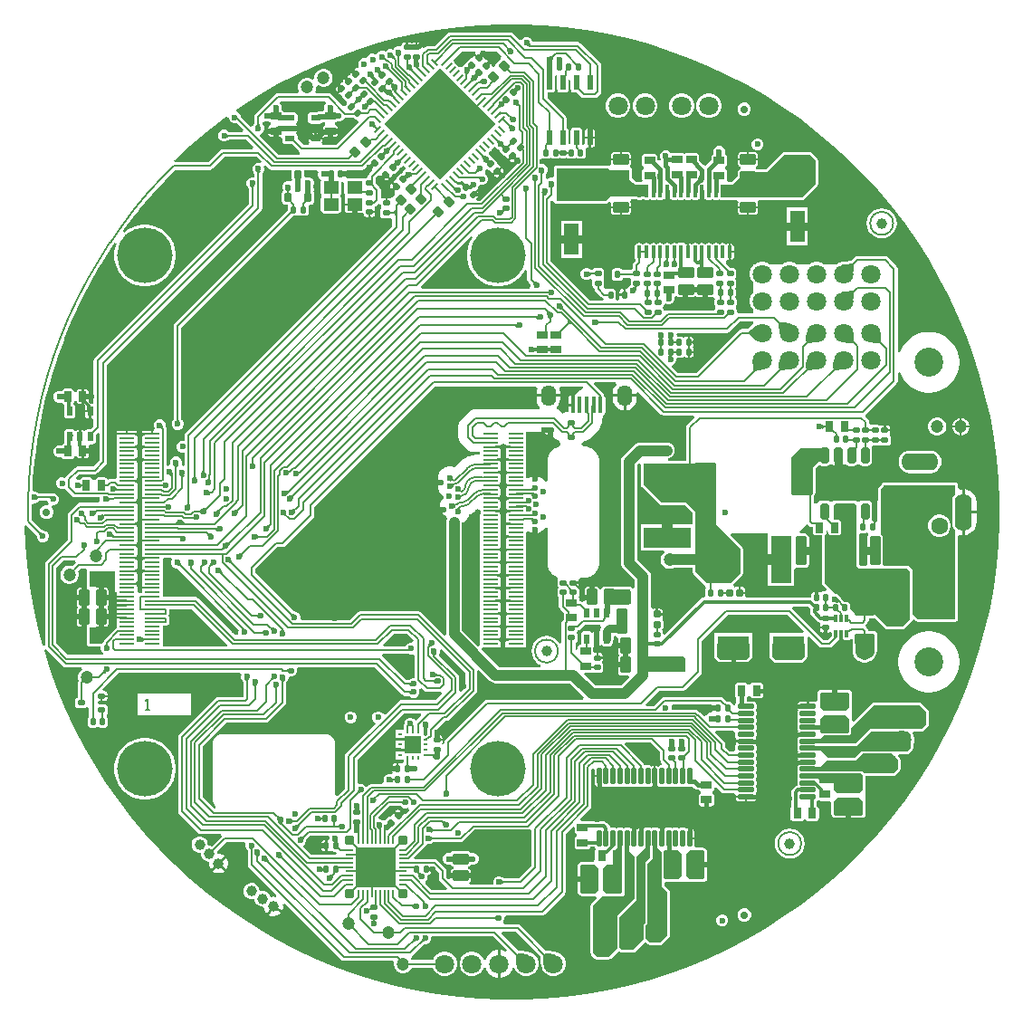
<source format=gtl>
G04*
G04 #@! TF.GenerationSoftware,Altium Limited,Altium Designer,21.8.1 (53)*
G04*
G04 Layer_Physical_Order=1*
G04 Layer_Color=255*
%FSTAX43Y43*%
%MOMM*%
G71*
G04*
G04 #@! TF.SameCoordinates,6DCA0702-E8A1-45D8-905D-7E8CEDC4C78A*
G04*
G04*
G04 #@! TF.FilePolarity,Positive*
G04*
G01*
G75*
%ADD10C,0.200*%
%ADD13C,0.150*%
%ADD17R,0.250X0.350*%
%ADD18R,0.350X0.250*%
G04:AMPARAMS|DCode=19|XSize=0.6mm|YSize=0.5mm|CornerRadius=0.05mm|HoleSize=0mm|Usage=FLASHONLY|Rotation=0.000|XOffset=0mm|YOffset=0mm|HoleType=Round|Shape=RoundedRectangle|*
%AMROUNDEDRECTD19*
21,1,0.600,0.400,0,0,0.0*
21,1,0.500,0.500,0,0,0.0*
1,1,0.100,0.250,-0.200*
1,1,0.100,-0.250,-0.200*
1,1,0.100,-0.250,0.200*
1,1,0.100,0.250,0.200*
%
%ADD19ROUNDEDRECTD19*%
G04:AMPARAMS|DCode=20|XSize=0.6mm|YSize=0.5mm|CornerRadius=0.05mm|HoleSize=0mm|Usage=FLASHONLY|Rotation=270.000|XOffset=0mm|YOffset=0mm|HoleType=Round|Shape=RoundedRectangle|*
%AMROUNDEDRECTD20*
21,1,0.600,0.400,0,0,270.0*
21,1,0.500,0.500,0,0,270.0*
1,1,0.100,-0.200,-0.250*
1,1,0.100,-0.200,0.250*
1,1,0.100,0.200,0.250*
1,1,0.100,0.200,-0.250*
%
%ADD20ROUNDEDRECTD20*%
G04:AMPARAMS|DCode=21|XSize=0.95mm|YSize=0.75mm|CornerRadius=0.075mm|HoleSize=0mm|Usage=FLASHONLY|Rotation=180.000|XOffset=0mm|YOffset=0mm|HoleType=Round|Shape=RoundedRectangle|*
%AMROUNDEDRECTD21*
21,1,0.950,0.600,0,0,180.0*
21,1,0.800,0.750,0,0,180.0*
1,1,0.150,-0.400,0.300*
1,1,0.150,0.400,0.300*
1,1,0.150,0.400,-0.300*
1,1,0.150,-0.400,-0.300*
%
%ADD21ROUNDEDRECTD21*%
G04:AMPARAMS|DCode=22|XSize=0.6mm|YSize=0.5mm|CornerRadius=0.05mm|HoleSize=0mm|Usage=FLASHONLY|Rotation=315.000|XOffset=0mm|YOffset=0mm|HoleType=Round|Shape=RoundedRectangle|*
%AMROUNDEDRECTD22*
21,1,0.600,0.400,0,0,315.0*
21,1,0.500,0.500,0,0,315.0*
1,1,0.100,0.035,-0.318*
1,1,0.100,-0.318,0.035*
1,1,0.100,-0.035,0.318*
1,1,0.100,0.318,-0.035*
%
%ADD22ROUNDEDRECTD22*%
G04:AMPARAMS|DCode=23|XSize=0.6mm|YSize=0.5mm|CornerRadius=0.05mm|HoleSize=0mm|Usage=FLASHONLY|Rotation=45.000|XOffset=0mm|YOffset=0mm|HoleType=Round|Shape=RoundedRectangle|*
%AMROUNDEDRECTD23*
21,1,0.600,0.400,0,0,45.0*
21,1,0.500,0.500,0,0,45.0*
1,1,0.100,0.318,0.035*
1,1,0.100,-0.035,-0.318*
1,1,0.100,-0.318,-0.035*
1,1,0.100,0.035,0.318*
%
%ADD23ROUNDEDRECTD23*%
%ADD24R,1.430X0.200*%
G04:AMPARAMS|DCode=25|XSize=0.95mm|YSize=0.75mm|CornerRadius=0.075mm|HoleSize=0mm|Usage=FLASHONLY|Rotation=270.000|XOffset=0mm|YOffset=0mm|HoleType=Round|Shape=RoundedRectangle|*
%AMROUNDEDRECTD25*
21,1,0.950,0.600,0,0,270.0*
21,1,0.800,0.750,0,0,270.0*
1,1,0.150,-0.300,-0.400*
1,1,0.150,-0.300,0.400*
1,1,0.150,0.300,0.400*
1,1,0.150,0.300,-0.400*
%
%ADD25ROUNDEDRECTD25*%
G04:AMPARAMS|DCode=26|XSize=1.45mm|YSize=0.95mm|CornerRadius=0.095mm|HoleSize=0mm|Usage=FLASHONLY|Rotation=90.000|XOffset=0mm|YOffset=0mm|HoleType=Round|Shape=RoundedRectangle|*
%AMROUNDEDRECTD26*
21,1,1.450,0.760,0,0,90.0*
21,1,1.260,0.950,0,0,90.0*
1,1,0.190,0.380,0.630*
1,1,0.190,0.380,-0.630*
1,1,0.190,-0.380,-0.630*
1,1,0.190,-0.380,0.630*
%
%ADD26ROUNDEDRECTD26*%
G04:AMPARAMS|DCode=27|XSize=2.7mm|YSize=0.95mm|CornerRadius=0.095mm|HoleSize=0mm|Usage=FLASHONLY|Rotation=270.000|XOffset=0mm|YOffset=0mm|HoleType=Round|Shape=RoundedRectangle|*
%AMROUNDEDRECTD27*
21,1,2.700,0.760,0,0,270.0*
21,1,2.510,0.950,0,0,270.0*
1,1,0.190,-0.380,-1.255*
1,1,0.190,-0.380,1.255*
1,1,0.190,0.380,1.255*
1,1,0.190,0.380,-1.255*
%
%ADD27ROUNDEDRECTD27*%
G04:AMPARAMS|DCode=28|XSize=0.95mm|YSize=0.75mm|CornerRadius=0.075mm|HoleSize=0mm|Usage=FLASHONLY|Rotation=315.000|XOffset=0mm|YOffset=0mm|HoleType=Round|Shape=RoundedRectangle|*
%AMROUNDEDRECTD28*
21,1,0.950,0.600,0,0,315.0*
21,1,0.800,0.750,0,0,315.0*
1,1,0.150,0.071,-0.495*
1,1,0.150,-0.495,0.071*
1,1,0.150,-0.071,0.495*
1,1,0.150,0.495,-0.071*
%
%ADD28ROUNDEDRECTD28*%
G04:AMPARAMS|DCode=29|XSize=1.45mm|YSize=0.95mm|CornerRadius=0.095mm|HoleSize=0mm|Usage=FLASHONLY|Rotation=180.000|XOffset=0mm|YOffset=0mm|HoleType=Round|Shape=RoundedRectangle|*
%AMROUNDEDRECTD29*
21,1,1.450,0.760,0,0,180.0*
21,1,1.260,0.950,0,0,180.0*
1,1,0.190,-0.630,0.380*
1,1,0.190,0.630,0.380*
1,1,0.190,0.630,-0.380*
1,1,0.190,-0.630,-0.380*
%
%ADD29ROUNDEDRECTD29*%
%ADD30R,1.450X3.000*%
G04:AMPARAMS|DCode=31|XSize=0.55mm|YSize=0.9mm|CornerRadius=0.055mm|HoleSize=0mm|Usage=FLASHONLY|Rotation=180.000|XOffset=0mm|YOffset=0mm|HoleType=Round|Shape=RoundedRectangle|*
%AMROUNDEDRECTD31*
21,1,0.550,0.790,0,0,180.0*
21,1,0.440,0.900,0,0,180.0*
1,1,0.110,-0.220,0.395*
1,1,0.110,0.220,0.395*
1,1,0.110,0.220,-0.395*
1,1,0.110,-0.220,-0.395*
%
%ADD31ROUNDEDRECTD31*%
G04:AMPARAMS|DCode=32|XSize=1.4mm|YSize=1.95mm|CornerRadius=0.14mm|HoleSize=0mm|Usage=FLASHONLY|Rotation=90.000|XOffset=0mm|YOffset=0mm|HoleType=Round|Shape=RoundedRectangle|*
%AMROUNDEDRECTD32*
21,1,1.400,1.670,0,0,90.0*
21,1,1.120,1.950,0,0,90.0*
1,1,0.280,0.835,0.560*
1,1,0.280,0.835,-0.560*
1,1,0.280,-0.835,-0.560*
1,1,0.280,-0.835,0.560*
%
%ADD32ROUNDEDRECTD32*%
%ADD33R,1.950X4.400*%
G04:AMPARAMS|DCode=34|XSize=0.5mm|YSize=0.65mm|CornerRadius=0.05mm|HoleSize=0mm|Usage=FLASHONLY|Rotation=270.000|XOffset=0mm|YOffset=0mm|HoleType=Round|Shape=RoundedRectangle|*
%AMROUNDEDRECTD34*
21,1,0.500,0.550,0,0,270.0*
21,1,0.400,0.650,0,0,270.0*
1,1,0.100,-0.275,-0.200*
1,1,0.100,-0.275,0.200*
1,1,0.100,0.275,0.200*
1,1,0.100,0.275,-0.200*
%
%ADD34ROUNDEDRECTD34*%
G04:AMPARAMS|DCode=35|XSize=0.4mm|YSize=1.5mm|CornerRadius=0.1mm|HoleSize=0mm|Usage=FLASHONLY|Rotation=0.000|XOffset=0mm|YOffset=0mm|HoleType=Round|Shape=RoundedRectangle|*
%AMROUNDEDRECTD35*
21,1,0.400,1.300,0,0,0.0*
21,1,0.200,1.500,0,0,0.0*
1,1,0.200,0.100,-0.650*
1,1,0.200,-0.100,-0.650*
1,1,0.200,-0.100,0.650*
1,1,0.200,0.100,0.650*
%
%ADD35ROUNDEDRECTD35*%
G04:AMPARAMS|DCode=36|XSize=0.6mm|YSize=0.85mm|CornerRadius=0.06mm|HoleSize=0mm|Usage=FLASHONLY|Rotation=180.000|XOffset=0mm|YOffset=0mm|HoleType=Round|Shape=RoundedRectangle|*
%AMROUNDEDRECTD36*
21,1,0.600,0.730,0,0,180.0*
21,1,0.480,0.850,0,0,180.0*
1,1,0.120,-0.240,0.365*
1,1,0.120,0.240,0.365*
1,1,0.120,0.240,-0.365*
1,1,0.120,-0.240,-0.365*
%
%ADD36ROUNDEDRECTD36*%
G04:AMPARAMS|DCode=37|XSize=0.55mm|YSize=1.35mm|CornerRadius=0.028mm|HoleSize=0mm|Usage=FLASHONLY|Rotation=180.000|XOffset=0mm|YOffset=0mm|HoleType=Round|Shape=RoundedRectangle|*
%AMROUNDEDRECTD37*
21,1,0.550,1.295,0,0,180.0*
21,1,0.495,1.350,0,0,180.0*
1,1,0.055,-0.248,0.648*
1,1,0.055,0.248,0.648*
1,1,0.055,0.248,-0.648*
1,1,0.055,-0.248,-0.648*
%
%ADD37ROUNDEDRECTD37*%
G04:AMPARAMS|DCode=38|XSize=0.2mm|YSize=0.85mm|CornerRadius=0mm|HoleSize=0mm|Usage=FLASHONLY|Rotation=45.000|XOffset=0mm|YOffset=0mm|HoleType=Round|Shape=Round|*
%AMOVALD38*
21,1,0.650,0.200,0.000,0.000,135.0*
1,1,0.200,0.230,-0.230*
1,1,0.200,-0.230,0.230*
%
%ADD38OVALD38*%

G04:AMPARAMS|DCode=39|XSize=0.2mm|YSize=0.85mm|CornerRadius=0mm|HoleSize=0mm|Usage=FLASHONLY|Rotation=315.000|XOffset=0mm|YOffset=0mm|HoleType=Round|Shape=Round|*
%AMOVALD39*
21,1,0.650,0.200,0.000,0.000,45.0*
1,1,0.200,-0.230,-0.230*
1,1,0.200,0.230,0.230*
%
%ADD39OVALD39*%

G04:AMPARAMS|DCode=40|XSize=0.3mm|YSize=0.67mm|CornerRadius=0.03mm|HoleSize=0mm|Usage=FLASHONLY|Rotation=180.000|XOffset=0mm|YOffset=0mm|HoleType=Round|Shape=RoundedRectangle|*
%AMROUNDEDRECTD40*
21,1,0.300,0.610,0,0,180.0*
21,1,0.240,0.670,0,0,180.0*
1,1,0.060,-0.120,0.305*
1,1,0.060,0.120,0.305*
1,1,0.060,0.120,-0.305*
1,1,0.060,-0.120,-0.305*
%
%ADD40ROUNDEDRECTD40*%
G04:AMPARAMS|DCode=41|XSize=1.8mm|YSize=1.05mm|CornerRadius=0.105mm|HoleSize=0mm|Usage=FLASHONLY|Rotation=0.000|XOffset=0mm|YOffset=0mm|HoleType=Round|Shape=RoundedRectangle|*
%AMROUNDEDRECTD41*
21,1,1.800,0.840,0,0,0.0*
21,1,1.590,1.050,0,0,0.0*
1,1,0.210,0.795,-0.420*
1,1,0.210,-0.795,-0.420*
1,1,0.210,-0.795,0.420*
1,1,0.210,0.795,0.420*
%
%ADD41ROUNDEDRECTD41*%
G04:AMPARAMS|DCode=42|XSize=2.7mm|YSize=0.95mm|CornerRadius=0.095mm|HoleSize=0mm|Usage=FLASHONLY|Rotation=0.000|XOffset=0mm|YOffset=0mm|HoleType=Round|Shape=RoundedRectangle|*
%AMROUNDEDRECTD42*
21,1,2.700,0.760,0,0,0.0*
21,1,2.510,0.950,0,0,0.0*
1,1,0.190,1.255,-0.380*
1,1,0.190,-1.255,-0.380*
1,1,0.190,-1.255,0.380*
1,1,0.190,1.255,0.380*
%
%ADD42ROUNDEDRECTD42*%
G04:AMPARAMS|DCode=43|XSize=0.8mm|YSize=1.5mm|CornerRadius=0.2mm|HoleSize=0mm|Usage=FLASHONLY|Rotation=180.000|XOffset=0mm|YOffset=0mm|HoleType=Round|Shape=RoundedRectangle|*
%AMROUNDEDRECTD43*
21,1,0.800,1.100,0,0,180.0*
21,1,0.400,1.500,0,0,180.0*
1,1,0.400,-0.200,0.550*
1,1,0.400,0.200,0.550*
1,1,0.400,0.200,-0.550*
1,1,0.400,-0.200,-0.550*
%
%ADD43ROUNDEDRECTD43*%
G04:AMPARAMS|DCode=44|XSize=2.61mm|YSize=3.5mm|CornerRadius=0.131mm|HoleSize=0mm|Usage=FLASHONLY|Rotation=90.000|XOffset=0mm|YOffset=0mm|HoleType=Round|Shape=RoundedRectangle|*
%AMROUNDEDRECTD44*
21,1,2.610,3.239,0,0,90.0*
21,1,2.349,3.500,0,0,90.0*
1,1,0.261,1.620,1.175*
1,1,0.261,1.620,-1.175*
1,1,0.261,-1.620,-1.175*
1,1,0.261,-1.620,1.175*
%
%ADD44ROUNDEDRECTD44*%
G04:AMPARAMS|DCode=45|XSize=0.95mm|YSize=2.4mm|CornerRadius=0.095mm|HoleSize=0mm|Usage=FLASHONLY|Rotation=0.000|XOffset=0mm|YOffset=0mm|HoleType=Round|Shape=RoundedRectangle|*
%AMROUNDEDRECTD45*
21,1,0.950,2.210,0,0,0.0*
21,1,0.760,2.400,0,0,0.0*
1,1,0.190,0.380,-1.105*
1,1,0.190,-0.380,-1.105*
1,1,0.190,-0.380,1.105*
1,1,0.190,0.380,1.105*
%
%ADD45ROUNDEDRECTD45*%
G04:AMPARAMS|DCode=46|XSize=3.05mm|YSize=2.05mm|CornerRadius=0.205mm|HoleSize=0mm|Usage=FLASHONLY|Rotation=270.000|XOffset=0mm|YOffset=0mm|HoleType=Round|Shape=RoundedRectangle|*
%AMROUNDEDRECTD46*
21,1,3.050,1.640,0,0,270.0*
21,1,2.640,2.050,0,0,270.0*
1,1,0.410,-0.820,-1.320*
1,1,0.410,-0.820,1.320*
1,1,0.410,0.820,1.320*
1,1,0.410,0.820,-1.320*
%
%ADD46ROUNDEDRECTD46*%
%ADD47R,4.400X1.950*%
%ADD48O,0.200X0.800*%
%ADD49O,0.800X0.200*%
G04:AMPARAMS|DCode=50|XSize=0.85mm|YSize=0.85mm|CornerRadius=0.17mm|HoleSize=0mm|Usage=FLASHONLY|Rotation=180.000|XOffset=0mm|YOffset=0mm|HoleType=Round|Shape=RoundedRectangle|*
%AMROUNDEDRECTD50*
21,1,0.850,0.510,0,0,180.0*
21,1,0.510,0.850,0,0,180.0*
1,1,0.340,-0.255,0.255*
1,1,0.340,0.255,0.255*
1,1,0.340,0.255,-0.255*
1,1,0.340,-0.255,-0.255*
%
%ADD50ROUNDEDRECTD50*%
G04:AMPARAMS|DCode=51|XSize=1.4mm|YSize=1.15mm|CornerRadius=0.058mm|HoleSize=0mm|Usage=FLASHONLY|Rotation=0.000|XOffset=0mm|YOffset=0mm|HoleType=Round|Shape=RoundedRectangle|*
%AMROUNDEDRECTD51*
21,1,1.400,1.035,0,0,0.0*
21,1,1.285,1.150,0,0,0.0*
1,1,0.115,0.643,-0.518*
1,1,0.115,-0.643,-0.518*
1,1,0.115,-0.643,0.518*
1,1,0.115,0.643,0.518*
%
%ADD51ROUNDEDRECTD51*%
%ADD52O,0.400X1.200*%
G04:AMPARAMS|DCode=53|XSize=0.55mm|YSize=0.9mm|CornerRadius=0.055mm|HoleSize=0mm|Usage=FLASHONLY|Rotation=90.000|XOffset=0mm|YOffset=0mm|HoleType=Round|Shape=RoundedRectangle|*
%AMROUNDEDRECTD53*
21,1,0.550,0.790,0,0,90.0*
21,1,0.440,0.900,0,0,90.0*
1,1,0.110,0.395,0.220*
1,1,0.110,0.395,-0.220*
1,1,0.110,-0.395,-0.220*
1,1,0.110,-0.395,0.220*
%
%ADD53ROUNDEDRECTD53*%
G04:AMPARAMS|DCode=54|XSize=0.5mm|YSize=0.65mm|CornerRadius=0.05mm|HoleSize=0mm|Usage=FLASHONLY|Rotation=180.000|XOffset=0mm|YOffset=0mm|HoleType=Round|Shape=RoundedRectangle|*
%AMROUNDEDRECTD54*
21,1,0.500,0.550,0,0,180.0*
21,1,0.400,0.650,0,0,180.0*
1,1,0.100,-0.200,0.275*
1,1,0.100,0.200,0.275*
1,1,0.100,0.200,-0.275*
1,1,0.100,-0.200,-0.275*
%
%ADD54ROUNDEDRECTD54*%
G04:AMPARAMS|DCode=55|XSize=0.6mm|YSize=0.7mm|CornerRadius=0.06mm|HoleSize=0mm|Usage=FLASHONLY|Rotation=90.000|XOffset=0mm|YOffset=0mm|HoleType=Round|Shape=RoundedRectangle|*
%AMROUNDEDRECTD55*
21,1,0.600,0.580,0,0,90.0*
21,1,0.480,0.700,0,0,90.0*
1,1,0.120,0.290,0.240*
1,1,0.120,0.290,-0.240*
1,1,0.120,-0.290,-0.240*
1,1,0.120,-0.290,0.240*
%
%ADD55ROUNDEDRECTD55*%
G04:AMPARAMS|DCode=56|XSize=0.6mm|YSize=0.7mm|CornerRadius=0.06mm|HoleSize=0mm|Usage=FLASHONLY|Rotation=0.000|XOffset=0mm|YOffset=0mm|HoleType=Round|Shape=RoundedRectangle|*
%AMROUNDEDRECTD56*
21,1,0.600,0.580,0,0,0.0*
21,1,0.480,0.700,0,0,0.0*
1,1,0.120,0.240,-0.290*
1,1,0.120,-0.240,-0.290*
1,1,0.120,-0.240,0.290*
1,1,0.120,0.240,0.290*
%
%ADD56ROUNDEDRECTD56*%
G04:AMPARAMS|DCode=57|XSize=0.45mm|YSize=1.5mm|CornerRadius=0.113mm|HoleSize=0mm|Usage=FLASHONLY|Rotation=180.000|XOffset=0mm|YOffset=0mm|HoleType=Round|Shape=RoundedRectangle|*
%AMROUNDEDRECTD57*
21,1,0.450,1.275,0,0,180.0*
21,1,0.225,1.500,0,0,180.0*
1,1,0.225,-0.113,0.638*
1,1,0.225,0.113,0.638*
1,1,0.225,0.113,-0.638*
1,1,0.225,-0.113,-0.638*
%
%ADD57ROUNDEDRECTD57*%
G04:AMPARAMS|DCode=58|XSize=5.18mm|YSize=3.1mm|CornerRadius=0.078mm|HoleSize=0mm|Usage=FLASHONLY|Rotation=180.000|XOffset=0mm|YOffset=0mm|HoleType=Round|Shape=RoundedRectangle|*
%AMROUNDEDRECTD58*
21,1,5.180,2.945,0,0,180.0*
21,1,5.025,3.100,0,0,180.0*
1,1,0.155,-2.513,1.473*
1,1,0.155,2.513,1.473*
1,1,0.155,2.513,-1.473*
1,1,0.155,-2.513,-1.473*
%
%ADD58ROUNDEDRECTD58*%
G04:AMPARAMS|DCode=59|XSize=0.45mm|YSize=1.5mm|CornerRadius=0.113mm|HoleSize=0mm|Usage=FLASHONLY|Rotation=270.000|XOffset=0mm|YOffset=0mm|HoleType=Round|Shape=RoundedRectangle|*
%AMROUNDEDRECTD59*
21,1,0.450,1.275,0,0,270.0*
21,1,0.225,1.500,0,0,270.0*
1,1,0.225,-0.638,-0.113*
1,1,0.225,-0.638,0.113*
1,1,0.225,0.638,0.113*
1,1,0.225,0.638,-0.113*
%
%ADD59ROUNDEDRECTD59*%
G04:AMPARAMS|DCode=60|XSize=5.18mm|YSize=3.1mm|CornerRadius=0.078mm|HoleSize=0mm|Usage=FLASHONLY|Rotation=270.000|XOffset=0mm|YOffset=0mm|HoleType=Round|Shape=RoundedRectangle|*
%AMROUNDEDRECTD60*
21,1,5.180,2.945,0,0,270.0*
21,1,5.025,3.100,0,0,270.0*
1,1,0.155,-1.473,-2.513*
1,1,0.155,-1.473,2.513*
1,1,0.155,1.473,2.513*
1,1,0.155,1.473,-2.513*
%
%ADD60ROUNDEDRECTD60*%
%ADD61R,3.000X1.450*%
%ADD63C,1.200*%
%ADD64P,10.465X4X360.0*%
%ADD65R,3.800X3.800*%
%ADD66R,6.170X2.400*%
%ADD67C,1.000*%
%ADD68C,1.800*%
%ADD70O,1.400X1.950*%
%ADD71O,1.600X3.500*%
%ADD72O,3.500X1.600*%
%ADD73C,1.600*%
%ADD75C,5.200*%
%ADD76C,0.159*%
%ADD77C,0.159*%
%ADD78C,0.500*%
%ADD79C,0.450*%
%ADD80C,1.000*%
%ADD81C,0.300*%
%ADD82C,0.750*%
%ADD83C,0.197*%
%ADD84C,0.400*%
%ADD85C,0.381*%
%ADD86C,0.700*%
%ADD87C,2.700*%
%ADD88C,0.600*%
G36*
X0001703Y0043896D02*
X0001738Y0043721D01*
X0001744Y0043705D01*
X000175Y0043694D01*
X0001756Y0043686D01*
X0001614Y0043544D01*
X0001606Y004355D01*
X0001595Y0043556D01*
X0001579Y0043562D01*
X000156Y0043567D01*
X0001509Y0043579D01*
X0001404Y0043597D01*
X0001361Y0043603D01*
X0001697Y0043939D01*
X0001703Y0043896D01*
D02*
G37*
G36*
X-0000306Y004345D02*
X-0000295Y0043444D01*
X-0000279Y0043438D01*
X-000026Y0043433D01*
X-0000209Y0043421D01*
X-0000104Y0043403D01*
X-0000061Y0043397D01*
X-0000397Y0043061D01*
X-0000403Y0043104D01*
X-0000438Y0043279D01*
X-0000444Y0043295D01*
X-000045Y0043306D01*
X-0000456Y0043314D01*
X-0000314Y0043456D01*
X-0000306Y004345D01*
D02*
G37*
G36*
X-0000975Y004267D02*
X-000101Y0042424D01*
X-0001011Y0042423D01*
X-0001434Y0042D01*
X-0001506Y0041892D01*
X-0001531Y0041766D01*
X-0001701Y0041623D01*
X-0001793Y0041656D01*
X-0001825Y0041695D01*
X-0001844Y0041792D01*
X-0001899Y0041875D01*
X-0001914Y004189D01*
X-0001927Y0041888D01*
X-0001977Y0041877D01*
X-0002Y0041871D01*
X-0002021Y0041864D01*
X-000204Y0041855D01*
X-0002058Y0041847D01*
X-0002074Y0041837D01*
X-0002088Y0041826D01*
X-0002101Y0041815D01*
X-0002136Y004185D01*
X-0002327Y0041659D01*
X-0002468Y0041801D01*
X-0002277Y0041992D01*
X-0002313Y0042027D01*
X-0002301Y004204D01*
X-0002291Y0042054D01*
X-0002281Y004207D01*
X-0002272Y0042087D01*
X-0002264Y0042107D01*
X-0002257Y0042128D01*
X-000225Y004215D01*
X-000224Y0042201D01*
X-0002238Y0042214D01*
X-0002253Y0042229D01*
X-0002336Y0042284D01*
X-0002433Y0042303D01*
X-0002532Y0042402D01*
X-0002551Y0042499D01*
X-0002606Y0042582D01*
X-0002621Y0042597D01*
X-0002634Y0042595D01*
X-0002684Y0042585D01*
X-0002707Y0042578D01*
X-0002728Y0042571D01*
X-0002747Y0042563D01*
X-0002765Y0042554D01*
X-0002781Y0042544D01*
X-0002795Y0042533D01*
X-0002808Y0042522D01*
X-0002843Y0042558D01*
X-0003034Y0042366D01*
X-0003105Y0042437D01*
X-0003176Y0042366D01*
X-0003533Y0042723D01*
X-0003603Y0042653D01*
X-0003659Y004257D01*
X-0003777Y0042425D01*
X-0003894Y0042402D01*
X-0003993Y0042335D01*
X-0004276Y0042052D01*
X-0004342Y0041953D01*
X-0004358Y0041871D01*
X-0004512Y0041807D01*
X-0004667Y0041653D01*
X-0004879Y0041615D01*
X-0004976Y0041662D01*
X-0004985Y0041708D01*
X-0005062Y0041823D01*
X-0005178Y0041901D01*
X-0005312Y0041927D01*
X-0005338Y0042061D01*
X-0005416Y0042177D01*
X-0005393Y0042402D01*
X-0004705Y004309D01*
X-000344D01*
X-0003424Y004307D01*
X-0003366Y004289D01*
X-0003391Y0042865D01*
X-0003105Y0042579D01*
X-0002984Y0042699D01*
X-000302Y0042734D01*
X-0003009Y0042747D01*
X-0002998Y0042761D01*
X-0002988Y0042777D01*
X-0002979Y0042795D01*
X-0002971Y0042814D01*
X-0002964Y0042835D01*
X-0002957Y0042858D01*
X-0002947Y0042908D01*
X-0002943Y0042936D01*
X-000291Y0042903D01*
X-0002856Y004307D01*
X-0002841Y004309D01*
X-0001395D01*
X-0000975Y004267D01*
D02*
G37*
G36*
X-0010525Y004259D02*
X-0010675D01*
X-0010677Y0042595D01*
X-0010682Y0042604D01*
X-001069Y0042617D01*
X-0010755Y0042708D01*
X-0010838Y0042817D01*
X-0010362D01*
X-0010525Y004259D01*
D02*
G37*
G36*
X-0010982Y0042513D02*
X-0011088Y0042407D01*
X-0011093Y0042409D01*
X-0011102Y0042412D01*
X-0011117Y0042415D01*
X-0011228Y0042434D01*
X-0011364Y0042453D01*
X-0011028Y0042789D01*
X-0010982Y0042513D01*
D02*
G37*
G36*
X-0011753Y0042402D02*
X-0011835Y0042271D01*
X-001184Y0042273D01*
X-001185Y0042275D01*
X-0011865Y0042276D01*
X-0011911Y0042278D01*
X-0012117Y0042275D01*
X-0011837Y004266D01*
X-0011753Y0042402D01*
D02*
G37*
G36*
X0004136Y0042745D02*
X0004072Y004268D01*
X0003884Y0042466D01*
X0003883Y004246D01*
X0003871Y0042409D01*
X0003853Y0042304D01*
X0003847Y0042261D01*
X0003801Y0042307D01*
X00038Y00423D01*
X000355Y004255D01*
X0003557Y0042551D01*
X0003511Y0042597D01*
X0003554Y0042603D01*
X0003718Y0042636D01*
X0003814Y0042715D01*
X000393Y0042822D01*
X0003995Y0042886D01*
X0004136Y0042745D01*
D02*
G37*
G36*
X-0008806Y004229D02*
X-0008803Y0042274D01*
X-0008797Y0042256D01*
X-0008789Y0042238D01*
X-0008778Y004222D01*
X-0008765Y00422D01*
X-000875Y004218D01*
X-0008712Y0042137D01*
X-000869Y0042114D01*
X-0009161Y0042049D01*
X-0009151Y0042067D01*
X-0009134Y0042105D01*
X-0009127Y0042124D01*
X-0009116Y0042161D01*
X-0009112Y004218D01*
X-000911Y0042199D01*
X-0009108Y0042218D01*
X-0009107Y0042237D01*
X-0008807Y0042305D01*
X-0008806Y004229D01*
D02*
G37*
G36*
X-0009715Y0041965D02*
X-00097Y0041952D01*
X-0009685Y0041941D01*
X-0009669Y0041931D01*
X-0009654Y0041923D01*
X-0009638Y0041915D01*
X-0009622Y0041909D01*
X-0009606Y0041904D01*
X-000959Y0041901D01*
X-0009574Y0041899D01*
X-0009873Y0041724D01*
X-0009866Y004174D01*
X-0009861Y0041754D01*
X-0009858Y0041768D01*
X-0009855Y0041781D01*
X-0009854Y0041792D01*
X-0009855Y0041803D01*
X-0009857Y0041813D01*
X-000986Y0041822D01*
X-0009865Y004183D01*
X-0009871Y0041838D01*
X-0009729Y0041979D01*
X-0009715Y0041965D01*
D02*
G37*
G36*
X-000865Y004173D02*
X-0008715Y0041578D01*
X-000872Y0041562D01*
X-0008723Y0041548D01*
X-0008723Y0041537D01*
X-0008923Y0041509D01*
X-0008925Y0041513D01*
X-000893Y004152D01*
X-0008939Y004153D01*
X-0008967Y0041557D01*
X-0009097Y0041673D01*
X-0008632Y0041764D01*
X-000865Y004173D01*
D02*
G37*
G36*
X-0011482Y0041488D02*
X-0011588Y0041382D01*
X-0011593Y0041384D01*
X-0011602Y0041387D01*
X-0011617Y004139D01*
X-0011728Y0041409D01*
X-0011864Y0041428D01*
X-0011528Y0041764D01*
X-0011482Y0041488D01*
D02*
G37*
G36*
X-0003826Y0041504D02*
X-0003838Y0041491D01*
X-0003848Y0041477D01*
X-0003858Y0041461D01*
X-0003867Y0041443D01*
X-0003875Y0041424D01*
X-0003882Y0041403D01*
X-0003889Y004138D01*
X-0003899Y004133D01*
X-0003903Y0041302D01*
X-000424Y0041639D01*
X-0004212Y0041643D01*
X-0004162Y0041653D01*
X-0004139Y004166D01*
X-0004118Y0041667D01*
X-0004099Y0041675D01*
X-0004081Y0041684D01*
X-0004065Y0041694D01*
X-0004051Y0041705D01*
X-0004038Y0041716D01*
X-0003826Y0041504D01*
D02*
G37*
G36*
X-0009297Y0041584D02*
X-0009268Y0041406D01*
X-0009263Y0041391D01*
X-0009257Y0041379D01*
X-0009252Y0041372D01*
X-0009401Y0041238D01*
X-0009409Y0041244D01*
X-000942Y004125D01*
X-0009436Y0041256D01*
X-0009455Y0041263D01*
X-0009505Y0041276D01*
X-0009608Y0041297D01*
X-000965Y0041304D01*
X-0009301Y0041628D01*
X-0009297Y0041584D01*
D02*
G37*
G36*
X-0012276Y0041339D02*
X-0012266Y0041289D01*
X-0012259Y0041266D01*
X-0012252Y0041245D01*
X-0012244Y0041226D01*
X-0012235Y0041208D01*
X-0012225Y0041192D01*
X-0012214Y0041178D01*
X-0012203Y0041165D01*
X-0012415Y0040953D01*
X-0012428Y0040964D01*
X-0012442Y0040975D01*
X-0012458Y0040985D01*
X-0012476Y0040994D01*
X-0012495Y0041002D01*
X-0012516Y0041009D01*
X-0012539Y0041016D01*
X-0012589Y0041026D01*
X-0012617Y004103D01*
X-001228Y0041367D01*
X-0012276Y0041339D01*
D02*
G37*
G36*
X-0003988Y004113D02*
X-000402Y0041098D01*
X-0004139Y0040959D01*
X-0004147Y0040945D01*
X-0004152Y0040934D01*
X-0004154Y0040925D01*
X-0004354Y0040963D01*
X-0004355Y0040974D01*
X-0004358Y0040987D01*
X-0004363Y0041003D01*
X-0004371Y0041021D01*
X-0004392Y0041066D01*
X-000444Y0041155D01*
X-000446Y004119D01*
X-0003988Y004113D01*
D02*
G37*
G36*
X-0003119Y0040797D02*
X-000313Y0040784D01*
X-0003141Y004077D01*
X-0003151Y0040754D01*
X-000316Y0040736D01*
X-0003168Y0040717D01*
X-0003175Y0040696D01*
X-0003181Y0040673D01*
X-0003192Y0040623D01*
X-0003196Y0040595D01*
X-0003533Y0040932D01*
X-0003505Y0040936D01*
X-0003455Y0040946D01*
X-0003432Y0040953D01*
X-0003411Y004096D01*
X-0003392Y0040968D01*
X-0003374Y0040977D01*
X-0003358Y0040987D01*
X-0003344Y0040997D01*
X-0003331Y0041009D01*
X-0003119Y0040797D01*
D02*
G37*
G36*
X-0012902Y0040873D02*
X-0012901Y0040814D01*
X-0012899Y0040789D01*
X-0012896Y0040765D01*
X-0012891Y0040744D01*
X-0012885Y0040725D01*
X-0012878Y0040709D01*
X-0012869Y0040695D01*
X-0012859Y0040684D01*
X-0013141Y0040541D01*
X-0013156Y0040555D01*
X-0013185Y004058D01*
X-00132Y0040592D01*
X-0013231Y0040611D01*
X-0013247Y004062D01*
X-0013279Y0040635D01*
X-0013295Y004064D01*
X-0012901Y0040906D01*
X-0012902Y0040873D01*
D02*
G37*
G36*
X-000342Y0040343D02*
X-0003459Y0040333D01*
X-0003622Y004028D01*
X-0003637Y0040273D01*
X-0003648Y0040266D01*
X-0003656Y0040259D01*
X-0003823Y0040375D01*
X-0003818Y0040383D01*
X-0003813Y0040394D01*
X-0003809Y004041D01*
X-0003806Y004043D01*
X-00038Y0040483D01*
X-0003796Y0040552D01*
X-0003794Y0040637D01*
X-000342Y0040343D01*
D02*
G37*
G36*
X-0002736Y0040033D02*
X-0002771Y004005D01*
X-0002922Y0040115D01*
X-0002938Y004012D01*
X-0002952Y0040123D01*
X-0002963Y0040123D01*
X-0003019Y0040323D01*
X-000301Y0040325D01*
X-0002999Y0040331D01*
X-0002986Y0040339D01*
X-000297Y0040352D01*
X-0002951Y0040368D01*
X-0002908Y004041D01*
X-0002823Y00405D01*
X-0002736Y0040033D01*
D02*
G37*
G36*
X-001116Y00401D02*
X-0011149Y0040094D01*
X-0011133Y0040088D01*
X-0011114Y0040083D01*
X-0011063Y0040071D01*
X-0010958Y0040054D01*
X-0010915Y0040048D01*
X-0011251Y0039711D01*
X-0011257Y0039754D01*
X-0011292Y0039929D01*
X-0011298Y0039945D01*
X-0011304Y0039957D01*
X-0011309Y0039964D01*
X-0011168Y0040106D01*
X-001116Y00401D01*
D02*
G37*
G36*
X-0010723Y0039553D02*
X-0010807Y0039402D01*
X-0010812Y0039387D01*
X-0010816Y0039374D01*
X-0010817Y0039363D01*
X-0011017Y003936D01*
X-0011018Y0039368D01*
X-0011023Y0039379D01*
X-001103Y0039391D01*
X-001104Y0039405D01*
X-0011053Y0039422D01*
X-0011087Y003946D01*
X-001116Y0039532D01*
X-0010702Y0039588D01*
X-0010723Y0039553D01*
D02*
G37*
G36*
X0000611Y0039382D02*
X0000583Y0039378D01*
X0000533Y0039367D01*
X000051Y0039361D01*
X0000489Y0039353D01*
X000047Y0039345D01*
X0000452Y0039336D01*
X0000436Y0039327D01*
X0000422Y0039316D01*
X000041Y0039305D01*
X0000197Y0039517D01*
X0000209Y003953D01*
X0000219Y0039544D01*
X0000229Y003956D01*
X0000238Y0039577D01*
X0000246Y0039597D01*
X0000253Y0039618D01*
X000026Y003964D01*
X000027Y0039691D01*
X0000275Y0039718D01*
X0000611Y0039382D01*
D02*
G37*
G36*
X-0011181Y0039216D02*
X-0011146Y0039041D01*
X-001114Y0039025D01*
X-0011134Y0039013D01*
X-0011129Y0039006D01*
X-0011122Y0038999D01*
X-0011264Y0038858D01*
X-0011271Y0038865D01*
X-0011278Y003887D01*
X-0011289Y0038876D01*
X-0011305Y0038882D01*
X-0011324Y0038887D01*
X-0011375Y0038899D01*
X-001148Y0038917D01*
X-0011523Y0038922D01*
X-0011429Y0039017D01*
X-0011484Y003907D01*
X-0011334Y003922D01*
X-0011332Y0039216D01*
X-0011326Y0039208D01*
X-00113Y003918D01*
X-0011283Y0039163D01*
X-0011187Y0039259D01*
X-0011181Y0039216D01*
D02*
G37*
G36*
X-0011721Y0039547D02*
X-0011707Y0039538D01*
X-001169Y0039531D01*
X-0011672Y0039526D01*
X-001165Y0039521D01*
X-0011627Y0039518D01*
X-0011601Y0039516D01*
X-0011542Y0039517D01*
X-0011509Y0039519D01*
X-0011767Y003912D01*
X-0011772Y0039134D01*
X-0011779Y0039149D01*
X-0011787Y0039164D01*
X-0011805Y0039193D01*
X-0011815Y0039208D01*
X-0011839Y0039237D01*
X-0011852Y0039252D01*
X-0011866Y0039266D01*
X-0011732Y0039556D01*
X-0011721Y0039547D01*
D02*
G37*
G36*
X0002983Y0045505D02*
X0004965Y0045332D01*
X0006937Y0045072D01*
X0008897Y0044727D01*
X0010839Y0044296D01*
X0012761Y0043781D01*
X0014659Y0043183D01*
X0016528Y0042502D01*
X0018366Y0041741D01*
X002017Y00409D01*
X0021935Y0039981D01*
X0023658Y0038987D01*
X0025336Y0037918D01*
X0026965Y0036776D01*
X0028544Y0035565D01*
X0030068Y0034286D01*
X0031535Y0032942D01*
X0032942Y0031535D01*
X0034286Y0030068D01*
X0035565Y0028544D01*
X0036776Y0026965D01*
X0037918Y0025336D01*
X0038987Y0023658D01*
X0039981Y0021935D01*
X00409Y002017D01*
X0041741Y0018367D01*
X0042502Y0016528D01*
X0043183Y0014659D01*
X0043781Y0012761D01*
X0044296Y0010839D01*
X0044727Y0008897D01*
X0045072Y0006937D01*
X0045332Y0004965D01*
X0045505Y0002983D01*
X0045592Y0000995D01*
Y0D01*
Y-0000995D01*
X0045505Y-0002983D01*
X0045332Y-0004965D01*
X0045072Y-0006937D01*
X0044727Y-0008897D01*
X0044296Y-0010839D01*
X0043781Y-0012761D01*
X0043183Y-0014659D01*
X0042502Y-0016528D01*
X0041741Y-0018366D01*
X00409Y-002017D01*
X0039981Y-0021935D01*
X0038987Y-0023658D01*
X0037918Y-0025336D01*
X0036776Y-0026965D01*
X0035565Y-0028544D01*
X0034286Y-0030068D01*
X0032942Y-0031535D01*
X0031535Y-0032942D01*
X0030068Y-0034286D01*
X0028544Y-0035565D01*
X0026965Y-0036776D01*
X0025336Y-0037918D01*
X0023658Y-0038987D01*
X0021935Y-0039981D01*
X002017Y-00409D01*
X0018367Y-0041741D01*
X0016528Y-0042502D01*
X0014659Y-0043183D01*
X0012761Y-0043781D01*
X0010839Y-0044296D01*
X0008897Y-0044727D01*
X0006937Y-0045072D01*
X0004965Y-0045332D01*
X0002983Y-0045505D01*
X0000995Y-0045592D01*
X-0000995D01*
X-0002983Y-0045505D01*
X-0004965Y-0045332D01*
X-0006937Y-0045072D01*
X-0008897Y-0044727D01*
X-0010839Y-0044296D01*
X-0012761Y-0043781D01*
X-0014659Y-0043183D01*
X-0016528Y-0042502D01*
X-0018366Y-0041741D01*
X-002017Y-00409D01*
X-0021935Y-0039981D01*
X-0023658Y-0038987D01*
X-0025336Y-0037918D01*
X-0026965Y-0036776D01*
X-0028544Y-0035565D01*
X-0030068Y-0034286D01*
X-0031535Y-0032942D01*
X-0032942Y-0031535D01*
X-0034286Y-0030068D01*
X-0035565Y-0028544D01*
X-0036776Y-0026965D01*
X-0037918Y-0025336D01*
X-0038987Y-0023658D01*
X-0039981Y-0021935D01*
X-00409Y-002017D01*
X-0041741Y-0018367D01*
X-0042502Y-0016528D01*
X-0043183Y-0014659D01*
X-0043734Y-001291D01*
X-0043552Y-0012822D01*
X-0041947Y-0014427D01*
X-0041832Y-0014505D01*
X-0041695Y-0014532D01*
X-0040235D01*
X-0040181Y-0014732D01*
X-0040247Y-001477D01*
X-0040405Y-0014928D01*
X-0040517Y-0015122D01*
X-0040575Y-0015338D01*
Y-0015562D01*
X-0040517Y-0015778D01*
X-0040513Y-0015784D01*
X-0040556Y-0015848D01*
X-0040581Y-0015975D01*
Y-0017355D01*
X-0040642Y-0017367D01*
X-0040741Y-0017434D01*
X-0040808Y-0017533D01*
X-0040831Y-001765D01*
Y-001805D01*
X-0040808Y-0018167D01*
X-0040741Y-0018266D01*
X-0040642Y-0018333D01*
X-0040525Y-0018356D01*
X-0039975D01*
X-0039858Y-0018333D01*
X-0039759Y-0018266D01*
X-0039732Y-0018226D01*
X-0039532Y-0018287D01*
Y-0019094D01*
X-0039591Y-0019134D01*
X-0039658Y-0019233D01*
X-0039681Y-001935D01*
Y-001985D01*
X-0039658Y-0019967D01*
X-0039591Y-0020066D01*
X-0039492Y-0020133D01*
X-0039375Y-0020156D01*
X-0038975D01*
X-0038858Y-0020133D01*
X-0038759Y-0020066D01*
X-0038691D01*
X-0038592Y-0020133D01*
X-0038475Y-0020156D01*
X-0038075D01*
X-0037958Y-0020133D01*
X-0037859Y-0020066D01*
X-0037792Y-0019967D01*
X-0037769Y-001985D01*
Y-001935D01*
X-0037792Y-0019233D01*
X-0037849Y-0019148D01*
X-0037859Y-0019122D01*
Y-0018928D01*
X-0037849Y-0018902D01*
X-0037792Y-0018817D01*
X-0037769Y-00187D01*
Y-00183D01*
X-0037792Y-0018183D01*
X-0037859Y-0018084D01*
X-0037958Y-0018017D01*
X-0038075Y-0017994D01*
X-0038507D01*
X-0038686Y-0017819D01*
X-0038684Y-0017697D01*
X-0038625Y-0017655D01*
X-003845D01*
Y-00172D01*
X-003835D01*
Y-00171D01*
X-003782D01*
Y-0017D01*
X-003784Y-0016902D01*
X-0037895Y-001682D01*
X-0037977Y-0016765D01*
X-0038075Y-0016745D01*
X-0038227D01*
X-0038304Y-001656D01*
X-003675Y-0015007D01*
X-0025396D01*
X-0025265Y-0015207D01*
X-00253Y-0015291D01*
Y-0015509D01*
X-0025216Y-0015712D01*
X-0025191Y-0015737D01*
X-0025167Y-0015768D01*
X-0025112Y-0015846D01*
X-0025107Y-0015854D01*
Y-0017318D01*
X-0027456D01*
X-0027593Y-0017345D01*
X-0027709Y-0017423D01*
X-0031077Y-0020791D01*
X-0031155Y-0020907D01*
X-0031182Y-0021044D01*
Y-0028013D01*
X-0031155Y-002815D01*
X-0031077Y-0028266D01*
X-0029341Y-0030002D01*
X-0029225Y-003008D01*
X-0029088Y-0030107D01*
X-0027219D01*
X-0027137Y-0030307D01*
X-0028086Y-0031256D01*
X-0028201Y-0031225D01*
X-0028243D01*
X-0028404Y-0031195D01*
X-0028434Y-0031034D01*
Y-0030992D01*
X-0028485Y-0030802D01*
X-0028584Y-0030631D01*
X-0028723Y-0030491D01*
X-0028894Y-0030392D01*
X-0029085Y-0030341D01*
X-0029283D01*
X-0029473Y-0030392D01*
X-0029644Y-0030491D01*
X-0029784Y-0030631D01*
X-0029883Y-0030802D01*
X-0029934Y-0030992D01*
Y-003119D01*
X-0029883Y-0031381D01*
X-0029784Y-0031552D01*
X-0029644Y-0031691D01*
X-0029473Y-003179D01*
X-0029283Y-0031841D01*
X-0029241D01*
X-002908Y-0031871D01*
X-002905Y-0032032D01*
Y-0032074D01*
X-0028999Y-0032264D01*
X-00289Y-0032436D01*
X-0028761Y-0032575D01*
X-0028589Y-0032674D01*
X-0028399Y-0032725D01*
X-0028328D01*
X-0028316Y-003274D01*
Y-0032977D01*
X-0028255Y-0033206D01*
X-002814Y-0033406D01*
X-0027504Y-0032771D01*
X-0026869Y-0032135D01*
X-0027069Y-003202D01*
X-0027298Y-0031959D01*
X-0027535D01*
X-0027549Y-0031948D01*
X-002755Y-0031942D01*
Y-0031876D01*
X-0027562Y-0031832D01*
X-0027571Y-003175D01*
X-0026677Y-0030857D01*
X-0025005D01*
X-0024871Y-0031057D01*
X-0024875Y-0031066D01*
Y-0031284D01*
X-0024791Y-0031487D01*
X-0024766Y-0031512D01*
X-0024742Y-0031543D01*
X-0024687Y-0031621D01*
X-0024682Y-0031629D01*
Y-0032975D01*
X-0024655Y-0033112D01*
X-0024577Y-0033227D01*
X-0022006Y-0035799D01*
X-0022067Y-0035938D01*
X-0022107Y-0035981D01*
X-0022323Y-0035962D01*
X-0022556Y-0036003D01*
X-0022583Y-003594D01*
X-0022586Y-0035924D01*
X-0022669Y-0035745D01*
X-0022796Y-0035594D01*
X-0022958Y-0035481D01*
X-0023143Y-0035413D01*
X-002334Y-0035396D01*
X-0023381Y-0035403D01*
X-0023545Y-0035402D01*
X-0023602Y-0035248D01*
X-002361Y-0035207D01*
X-0023693Y-0035028D01*
X-002382Y-0034877D01*
X-0023982Y-0034764D01*
X-0024167Y-0034696D01*
X-0024364Y-0034679D01*
X-0024558Y-0034713D01*
X-0024737Y-0034797D01*
X-0024889Y-0034924D01*
X-0025002Y-0035085D01*
X-002507Y-0035271D01*
X-0025087Y-0035468D01*
X-0025052Y-0035662D01*
X-0024969Y-0035841D01*
X-0024842Y-0035992D01*
X-002468Y-0036106D01*
X-0024495Y-0036173D01*
X-0024298Y-003619D01*
X-0024257Y-0036183D01*
X-0024093Y-0036184D01*
X-0024036Y-0036338D01*
X-0024029Y-0036379D01*
X-0023945Y-0036558D01*
X-0023818Y-0036709D01*
X-0023656Y-0036823D01*
X-0023471Y-003689D01*
X-0023274Y-0036907D01*
X-0023158Y-003709D01*
X-0023149Y-0037142D01*
X-0023049Y-0037356D01*
X-0022901Y-0037533D01*
X-0022385Y-0036797D01*
X-0022283Y-0036869D01*
X-0022211Y-0036766D01*
X-0021476Y-0037281D01*
X-0021397Y-0037065D01*
X-0021376Y-0036829D01*
X-0021401Y-0036686D01*
X-0021215Y-0036589D01*
X-0015977Y-0041827D01*
X-0015862Y-0041905D01*
X-0015725Y-0041932D01*
X-0011109D01*
X-0010987Y-0042091D01*
X-0011Y-0042138D01*
Y-0042362D01*
X-0010942Y-0042578D01*
X-001083Y-0042772D01*
X-0010672Y-004293D01*
X-0010478Y-0043042D01*
X-0010262Y-00431D01*
X-0010038D01*
X-0009822Y-0043042D01*
X-0009628Y-004293D01*
X-000947Y-0042772D01*
X-0009375Y-0042607D01*
X-000736D01*
X-0007337Y-0042694D01*
X-0007185Y-0042956D01*
X-0006971Y-004317D01*
X-0006709Y-0043322D01*
X-0006416Y-00434D01*
X-0006114D01*
X-0005821Y-0043322D01*
X-0005559Y-004317D01*
X-0005345Y-0042956D01*
X-0005193Y-0042694D01*
X-0005115Y-0042401D01*
Y-0042099D01*
X-0005193Y-0041806D01*
X-0005345Y-0041544D01*
X-0005559Y-004133D01*
X-0005821Y-0041178D01*
X-0006114Y-00411D01*
X-0006416D01*
X-0006709Y-0041178D01*
X-0006971Y-004133D01*
X-0007185Y-0041544D01*
X-0007337Y-0041806D01*
X-000736Y-0041893D01*
X-0009298D01*
X-0009408Y-0041737D01*
X-0009352Y-004159D01*
X-0009334Y-0041552D01*
X-0009223Y-0041477D01*
X-0008172Y-0040427D01*
X-0008062Y-0040405D01*
X-0008026Y-00404D01*
X-0007991D01*
X-0007788Y-0040316D01*
X-0007634Y-0040162D01*
X-000755Y-0039959D01*
Y-0039741D01*
X-0007494Y-0039657D01*
X-0001743D01*
X-0000467Y-0040932D01*
X-000059Y-0041092D01*
X-0000683Y-0041039D01*
X-0001014Y-004095D01*
X-000106D01*
Y-004225D01*
Y-004355D01*
X-0001014D01*
X-0000683Y-0043461D01*
X-0000387Y-004329D01*
X-0000145Y-0043048D01*
X0000026Y-0042752D01*
X0000059Y-004263D01*
X0000266D01*
X0000283Y-0042694D01*
X0000435Y-0042956D01*
X0000649Y-004317D01*
X0000911Y-0043322D01*
X0001204Y-00434D01*
X0001506D01*
X0001799Y-0043322D01*
X0002061Y-004317D01*
X0002275Y-0042956D01*
X0002427Y-0042694D01*
X0002505Y-0042401D01*
Y-0042099D01*
X0002427Y-0041806D01*
X0002275Y-0041544D01*
X0002061Y-004133D01*
X0001799Y-0041178D01*
X0001506Y-00411D01*
X0001463D01*
X0000873Y-0041031D01*
X0000867Y-0041032D01*
X0000861Y-004103D01*
X0000674Y-0041017D01*
X0000667Y-0041018D01*
X0000659Y-0041016D01*
X0000626Y-0041016D01*
X-0000949Y-0039442D01*
X-0000872Y-0039257D01*
X0000397D01*
X0002678Y-0041538D01*
X0002724Y-0042196D01*
X0002726Y-0042203D01*
X0002726Y-004221D01*
X0002745Y-0042362D01*
Y-0042401D01*
X0002823Y-0042694D01*
X0002975Y-0042956D01*
X0003189Y-004317D01*
X0003451Y-0043322D01*
X0003744Y-00434D01*
X0004046D01*
X0004339Y-0043322D01*
X0004601Y-004317D01*
X0004815Y-0042956D01*
X0004967Y-0042694D01*
X0005045Y-0042401D01*
Y-0042099D01*
X0004967Y-0041806D01*
X0004815Y-0041544D01*
X0004601Y-004133D01*
X0004339Y-0041178D01*
X0004046Y-00411D01*
X0004003D01*
X0003413Y-0041031D01*
X0003407Y-0041032D01*
X0003401Y-004103D01*
X0003214Y-0041017D01*
X0003207Y-0041018D01*
X0003199Y-0041016D01*
X0003166Y-0041016D01*
X0000797Y-0038648D01*
X0000682Y-003857D01*
X0000545Y-0038543D01*
X-0000732D01*
X-0000815Y-0038343D01*
X-0000759Y-0038287D01*
X-0000675Y-0038084D01*
Y-0037866D01*
X-0000569Y-0037706D01*
X000285D01*
X0002977Y-0037681D01*
X0003084Y-0037609D01*
X0004934Y-0035759D01*
X0005006Y-0035652D01*
X0005031Y-0035525D01*
Y-0030062D01*
X0005694Y-00294D01*
X0005894Y-0029483D01*
Y-00298D01*
X0005919Y-0029927D01*
X0005991Y-0030034D01*
X000608Y-0030094D01*
X0006089Y-00302D01*
X000608Y-0030306D01*
X0005991Y-0030366D01*
X0005919Y-0030473D01*
X0005894Y-00306D01*
Y-00312D01*
X0005919Y-0031327D01*
X0005991Y-0031434D01*
X0006098Y-0031506D01*
X0006225Y-0031531D01*
X0007025D01*
X0007152Y-0031506D01*
X0007259Y-0031434D01*
X0007331Y-0031327D01*
X0007335Y-0031308D01*
X000774D01*
X0007801Y-0031399D01*
X0007819Y-0031573D01*
X0007794Y-00317D01*
Y-00325D01*
X0007644Y-0032697D01*
X0007324D01*
X0007305Y-0032693D01*
X0006545D01*
X000641Y-003272D01*
X0006296Y-0032796D01*
X000622Y-003291D01*
X0006193Y-0033045D01*
Y-0035555D01*
X000622Y-003569D01*
X0006296Y-0035804D01*
X000641Y-003588D01*
X0006545Y-0035907D01*
X00069D01*
Y-0035911D01*
X0007868D01*
X0007944Y-0036095D01*
X0007445Y-0036595D01*
X000739Y-0036677D01*
X000737Y-0036775D01*
Y-0041225D01*
X000739Y-0041323D01*
X0007445Y-0041405D01*
X0007795Y-0041755D01*
X0007877Y-004181D01*
X0007975Y-004183D01*
X0009075D01*
X0009173Y-004181D01*
X0009255Y-0041755D01*
X0010025Y-0040985D01*
X0010145Y-0041105D01*
X0010227Y-004116D01*
X0010325Y-004118D01*
X00114D01*
X0011498Y-004116D01*
X001158Y-0041105D01*
X0012525Y-004016D01*
X001277Y-0040405D01*
X0012852Y-004046D01*
X001295Y-004048D01*
X0013255D01*
X0013302Y-0040493D01*
X0013605Y-0040493D01*
X0013652Y-004048D01*
X0013925D01*
X0014023Y-004046D01*
X0014105Y-0040405D01*
X001473Y-003978D01*
X0014785Y-0039698D01*
X0014805Y-00396D01*
Y-00355D01*
X0014785Y-0035402D01*
X001473Y-003532D01*
X0014305Y-0034894D01*
Y-003464D01*
X0014345Y-0034607D01*
X0015105D01*
X0015114Y-0034605D01*
X0015575D01*
X0015585Y-0034603D01*
X0017126D01*
X0017145Y-0034607D01*
X0017905D01*
X001804Y-003458D01*
X0018154Y-0034504D01*
X001823Y-003439D01*
X0018257Y-0034255D01*
Y-0031745D01*
X001823Y-003161D01*
X0018154Y-0031496D01*
X001804Y-003142D01*
X0017905Y-0031393D01*
X001755D01*
Y-0031389D01*
X0017185D01*
X0017148Y-0031358D01*
X0017046Y-0031189D01*
X0017056Y-0031138D01*
Y-00306D01*
X0016625D01*
Y-00305D01*
X0016525D01*
Y-0029544D01*
X0016513D01*
X0016391Y-0029568D01*
X0016345Y-0029599D01*
X0016229Y-0029521D01*
X0016087Y-0029493D01*
X0015863D01*
X0015721Y-0029521D01*
X001565Y-0029569D01*
X0015579Y-0029521D01*
X0015438Y-0029493D01*
X0015212D01*
X0015071Y-0029521D01*
X0015Y-0029569D01*
X0014929Y-0029521D01*
X0014788Y-0029493D01*
X0014562D01*
X0014421Y-0029521D01*
X0014305Y-0029599D01*
X0014259Y-0029568D01*
X0014137Y-0029544D01*
X0014125D01*
Y-00305D01*
X0013925D01*
Y-0029544D01*
X0013913D01*
X0013791Y-0029568D01*
X0013745Y-0029599D01*
X0013629Y-0029521D01*
X0013488Y-0029493D01*
X0013262D01*
X0013121Y-0029521D01*
X001305Y-0029569D01*
X0012979Y-0029521D01*
X0012837Y-0029493D01*
X0012613D01*
X0012471Y-0029521D01*
X0012355Y-0029599D01*
X0012309Y-0029568D01*
X0012188Y-0029544D01*
X0012175D01*
Y-00305D01*
X0011975D01*
Y-0029544D01*
X0011962D01*
X0011841Y-0029568D01*
X001175Y-0029629D01*
X0011659Y-0029568D01*
X0011538Y-0029544D01*
X0011525D01*
Y-00305D01*
X0011325D01*
Y-0029544D01*
X0011312D01*
X0011191Y-0029568D01*
X0011145Y-0029599D01*
X0011029Y-0029521D01*
X0010887Y-0029493D01*
X0010663D01*
X0010521Y-0029521D01*
X001045Y-0029569D01*
X0010379Y-0029521D01*
X0010238Y-0029493D01*
X0010012D01*
X0009871Y-0029521D01*
X00098Y-0029569D01*
X0009729Y-0029521D01*
X0009587Y-0029493D01*
X0009363D01*
X0009222Y-0029521D01*
X0009202Y-0029419D01*
X0009113Y-0029287D01*
X0009113Y-0029287D01*
X0008888Y-0029062D01*
X0008756Y-0028973D01*
X00086Y-0028942D01*
X00086Y-0028942D01*
X0007224D01*
X0007152Y-0028894D01*
X0007025Y-0028869D01*
X0006508D01*
X0006425Y-0028669D01*
X0007359Y-0027734D01*
X0007431Y-0027627D01*
X0007456Y-00275D01*
Y-0024089D01*
X0007609Y-0023955D01*
X0007744Y-0024062D01*
Y-00246D01*
X0008175D01*
Y-00247D01*
X0008275D01*
Y-0025656D01*
X0008288D01*
X0008409Y-0025632D01*
X0008455Y-0025601D01*
X0008571Y-0025679D01*
X0008712Y-0025707D01*
X0008938D01*
X0009079Y-0025679D01*
X000915Y-0025631D01*
X0009221Y-0025679D01*
X0009363Y-0025707D01*
X0009587D01*
X0009729Y-0025679D01*
X00098Y-0025631D01*
X0009871Y-0025679D01*
X0010012Y-0025707D01*
X0010238D01*
X0010379Y-0025679D01*
X001045Y-0025631D01*
X0010521Y-0025679D01*
X0010663Y-0025707D01*
X0010887D01*
X0011029Y-0025679D01*
X00111Y-0025631D01*
X0011171Y-0025679D01*
X0011312Y-0025707D01*
X0011538D01*
X0011679Y-0025679D01*
X001175Y-0025631D01*
X0011821Y-0025679D01*
X0011962Y-0025707D01*
X0012188D01*
X0012329Y-0025679D01*
X00124Y-0025631D01*
X0012471Y-0025679D01*
X0012613Y-0025707D01*
X0012837D01*
X0012979Y-0025679D01*
X0013095Y-0025601D01*
X0013141Y-0025632D01*
X0013262Y-0025656D01*
X0013275D01*
Y-00247D01*
Y-0023744D01*
X0013262D01*
X0013141Y-0023768D01*
X0013095Y-0023799D01*
X0012979Y-0023721D01*
X0012837Y-0023693D01*
X0012613D01*
X0012604Y-0023695D01*
X0012457Y-0023699D01*
X0012381Y-0023573D01*
X0012309Y-0023466D01*
X00106Y-0021756D01*
X0010683Y-0021556D01*
X0012976D01*
X0013894Y-0022474D01*
Y-0023174D01*
X0013919Y-0023301D01*
X0013991Y-0023409D01*
X0014075Y-0023493D01*
X0013992Y-0023693D01*
X0013913D01*
X0013771Y-0023721D01*
X0013655Y-0023799D01*
X0013609Y-0023768D01*
X0013488Y-0023744D01*
X0013475D01*
Y-00247D01*
Y-0025656D01*
X0013488D01*
X0013609Y-0025632D01*
X0013655Y-0025601D01*
X0013771Y-0025679D01*
X0013913Y-0025707D01*
X0014137D01*
X0014279Y-0025679D01*
X001435Y-0025631D01*
X0014421Y-0025679D01*
X0014562Y-0025707D01*
X0014788D01*
X0014929Y-0025679D01*
X0015Y-0025631D01*
X0015071Y-0025679D01*
X0015212Y-0025707D01*
X0015438D01*
X0015579Y-0025679D01*
X001565Y-0025631D01*
X0015721Y-0025679D01*
X0015863Y-0025707D01*
X0016087D01*
X0016229Y-0025679D01*
X00163Y-0025631D01*
X0016371Y-0025679D01*
X0016513Y-0025707D01*
X0016737D01*
X0016879Y-0025679D01*
X0016903Y-0025663D01*
X0017083Y-0025842D01*
X0017083Y-0025842D01*
X001724Y-0025947D01*
X0017425Y-0025984D01*
X0017425Y-0025984D01*
X0017532D01*
X0017566Y-0026034D01*
X0017654Y-0026094D01*
X0017664Y-00262D01*
X0017654Y-0026306D01*
X0017566Y-0026366D01*
X0017494Y-0026473D01*
X0017469Y-00266D01*
Y-00272D01*
X0017494Y-0027327D01*
X0017566Y-0027434D01*
X0017673Y-0027506D01*
X00178Y-0027531D01*
X0017975D01*
X0017975Y-0027529D01*
X0017975Y-0027507D01*
X0018425D01*
X0018425Y-0027529D01*
X0018425Y-0027531D01*
X00186D01*
X0018727Y-0027506D01*
X0018834Y-0027434D01*
X0018906Y-0027327D01*
X0018931Y-00272D01*
Y-00266D01*
X0018906Y-0026473D01*
X0018834Y-0026366D01*
X0018745Y-0026306D01*
X0018736Y-00262D01*
X0018745Y-0026094D01*
X0018834Y-0026034D01*
X0018906Y-0025927D01*
X001893Y-0025807D01*
X0019004Y-0025756D01*
X0019116Y-002571D01*
X0019616Y-0026209D01*
X0019723Y-0026281D01*
X001985Y-0026306D01*
X0020796D01*
X0020805Y-0026311D01*
X0020945Y-0026506D01*
X0020944Y-0026513D01*
Y-0026525D01*
X00219D01*
X0022856D01*
Y-0026513D01*
X0022832Y-0026391D01*
X0022801Y-0026345D01*
X0022879Y-0026229D01*
X0022907Y-0026087D01*
Y-0025862D01*
X0022879Y-0025721D01*
X0022831Y-002565D01*
X0022879Y-0025579D01*
X0022907Y-0025438D01*
Y-0025212D01*
X0022879Y-0025071D01*
X0022831Y-0025D01*
X0022879Y-0024929D01*
X0022907Y-0024788D01*
Y-0024562D01*
X0022879Y-0024421D01*
X0022831Y-002435D01*
X0022879Y-0024279D01*
X0022907Y-0024138D01*
Y-0023913D01*
X0022879Y-0023771D01*
X0022831Y-00237D01*
X0022879Y-0023629D01*
X0022907Y-0023487D01*
Y-0023263D01*
X0022879Y-0023121D01*
X0022831Y-002305D01*
X0022879Y-0022979D01*
X0022907Y-0022837D01*
Y-0022612D01*
X0022879Y-0022471D01*
X0022831Y-00224D01*
X0022879Y-0022329D01*
X0022907Y-0022188D01*
Y-0021962D01*
X0022879Y-0021821D01*
X0022801Y-0021705D01*
X0022832Y-0021659D01*
X0022856Y-0021538D01*
Y-0021525D01*
X00219D01*
X0020944D01*
Y-0021538D01*
X0020968Y-0021659D01*
X0020999Y-0021705D01*
X0020921Y-0021821D01*
X0020893Y-0021962D01*
Y-0022188D01*
X0020894Y-0022194D01*
X0020742Y-0022394D01*
X0020412D01*
X0019981Y-0021963D01*
Y-00217D01*
X0019956Y-0021573D01*
X0019884Y-0021466D01*
X001906Y-0020641D01*
X0019136Y-0020456D01*
X0020742D01*
X0020894Y-0020656D01*
X0020893Y-0020663D01*
Y-0020888D01*
X0020921Y-0021029D01*
X0020999Y-0021145D01*
X0020968Y-0021191D01*
X0020944Y-0021312D01*
Y-0021325D01*
X00219D01*
X0022856D01*
Y-0021312D01*
X0022832Y-0021191D01*
X0022801Y-0021145D01*
X0022879Y-0021029D01*
X0022907Y-0020888D01*
Y-0020663D01*
X0022879Y-0020521D01*
X0022831Y-002045D01*
X0022879Y-0020379D01*
X0022907Y-0020237D01*
Y-0020013D01*
X0022879Y-0019871D01*
X0022831Y-00198D01*
X0022879Y-0019729D01*
X0022907Y-0019587D01*
Y-0019362D01*
X0022879Y-0019221D01*
X0022831Y-001915D01*
X0022879Y-0019079D01*
X0022907Y-0018938D01*
Y-0018712D01*
X0022879Y-0018571D01*
X0022831Y-00185D01*
X0022879Y-0018429D01*
X0022907Y-0018288D01*
Y-0018062D01*
X0022879Y-0017921D01*
X0022799Y-0017801D01*
X0022679Y-0017721D01*
X0022538Y-0017693D01*
X0021984D01*
Y-0017343D01*
X0022034Y-0017309D01*
X0022094Y-0017221D01*
X00222Y-0017211D01*
X0022306Y-0017221D01*
X0022366Y-0017309D01*
X0022473Y-0017381D01*
X00226Y-0017406D01*
X00232D01*
X0023327Y-0017381D01*
X0023434Y-0017309D01*
X0023506Y-0017202D01*
X0023531Y-0017075D01*
Y-00169D01*
X0023529Y-00169D01*
X0023507Y-00169D01*
Y-001645D01*
X0023529Y-001645D01*
X0023531Y-001645D01*
Y-0016275D01*
X0023506Y-0016148D01*
X0023434Y-0016041D01*
X0023327Y-0015969D01*
X00232Y-0015944D01*
X00226D01*
X0022473Y-0015969D01*
X0022366Y-0016041D01*
X0022306Y-001613D01*
X00222Y-0016139D01*
X0022094Y-001613D01*
X0022034Y-0016041D01*
X0021927Y-0015969D01*
X00218Y-0015944D01*
X00212D01*
X0021073Y-0015969D01*
X0020966Y-0016041D01*
X0020894Y-0016148D01*
X0020869Y-0016275D01*
Y-0017075D01*
X0020894Y-0017202D01*
X0020966Y-0017309D01*
X0021016Y-0017343D01*
Y-0017791D01*
X0021001Y-0017801D01*
X0020921Y-0017921D01*
X0020893Y-0018062D01*
X00207Y-0018045D01*
X0020683Y-0017958D01*
X0020616Y-0017859D01*
X0020517Y-0017792D01*
X00204Y-0017769D01*
X0020163D01*
X0019784Y-0017391D01*
X0019677Y-0017319D01*
X001955Y-0017294D01*
X0014308D01*
X0014181Y-0017319D01*
X0014073Y-0017391D01*
X0013295Y-0018169D01*
X0012619D01*
X0012536Y-0017969D01*
X0013749Y-0016756D01*
X0015951D01*
X0016088Y-0016729D01*
X0016203Y-0016651D01*
X0017652Y-0015202D01*
X001773Y-0015087D01*
X0017757Y-001495D01*
Y-0012048D01*
X0020198Y-0009607D01*
X0025802D01*
X0027336Y-001114D01*
X0027259Y-0011325D01*
X0024125D01*
Y-0012275D01*
X002412Y-00123D01*
Y-00135D01*
X0024139Y-0013598D01*
X0024195Y-001368D01*
X002452Y-0014005D01*
X0024602Y-001406D01*
X00247Y-001408D01*
X002705D01*
X0027148Y-001406D01*
X002723Y-0014005D01*
X0027555Y-001368D01*
X002761Y-0013598D01*
X002763Y-00135D01*
Y-00123D01*
X0027625Y-0012275D01*
Y-0011691D01*
X002781Y-0011614D01*
X0028748Y-0012552D01*
X0028863Y-001263D01*
X0029Y-0012657D01*
X00297D01*
X0029837Y-001263D01*
X0029952Y-0012552D01*
X0030527Y-0011977D01*
X0030538Y-0011962D01*
X0030554Y-0011959D01*
X0030623Y-0011913D01*
X0030705Y-001193D01*
X0030725D01*
Y-0011723D01*
X0030731Y-0011695D01*
Y-001139D01*
X0030919D01*
Y-0011695D01*
X0030925Y-0011723D01*
Y-001193D01*
X0030945D01*
X0031027Y-0011913D01*
X0031096Y-0011959D01*
X0031205Y-001198D01*
X0031445D01*
X0031554Y-0011959D01*
X0031647Y-0011897D01*
X0031668Y-0011865D01*
X0031868Y-0011926D01*
Y-0012295D01*
X003187Y-0012305D01*
Y-0013011D01*
X0031875Y-0013036D01*
Y-0013061D01*
X0031909Y-001323D01*
X0031918Y-0013253D01*
X0031923Y-0013278D01*
X0031989Y-0013437D01*
X0032003Y-0013458D01*
X0032013Y-0013481D01*
X0032108Y-0013624D01*
X0032126Y-0013642D01*
X003214Y-0013663D01*
X0032262Y-0013785D01*
X0032283Y-0013799D01*
X0032301Y-0013817D01*
X0032444Y-0013912D01*
X0032467Y-0013922D01*
X0032488Y-0013936D01*
X0032647Y-0014002D01*
X0032672Y-0014007D01*
X0032695Y-0014016D01*
X0032864Y-001405D01*
X0032889D01*
X0032914Y-0014055D01*
X0033091D01*
X0033116Y-001405D01*
X0033141D01*
X003332Y-0014014D01*
X0033343Y-0014005D01*
X0033367Y-0014D01*
X0033536Y-001393D01*
X0033557Y-0013916D01*
X003358Y-0013907D01*
X0033731Y-0013805D01*
X0033749Y-0013788D01*
X003377Y-0013774D01*
X0033899Y-0013645D01*
X0033913Y-0013624D01*
X003393Y-0013606D01*
X0034032Y-0013455D01*
X0034041Y-0013432D01*
X0034055Y-0013411D01*
X0034125Y-0013242D01*
X003413Y-0013218D01*
X0034139Y-0013195D01*
X0034175Y-0013016D01*
Y-0012991D01*
X003418Y-0012966D01*
Y-0012305D01*
X0034182Y-0012295D01*
Y-0011455D01*
X0034154Y-0011316D01*
X0034076Y-0011199D01*
X0033959Y-0011121D01*
X003382Y-0011093D01*
X0033375D01*
X0033355Y-0010988D01*
X0033277Y-0010873D01*
X0033154Y-001075D01*
X003309Y-001064D01*
X0033149Y-001048D01*
X0033277Y-0010352D01*
X0033355Y-0010237D01*
X0033382Y-00101D01*
Y-0009957D01*
X003382D01*
X0033959Y-0009929D01*
X0033963Y-0009927D01*
X0034916Y-001088D01*
X0034999Y-0010935D01*
X0035096Y-0010955D01*
X003655D01*
X0036648Y-0010935D01*
X003673Y-001088D01*
X003743Y-001018D01*
X0037473Y-0010116D01*
X0037512Y-0010093D01*
X0037697Y-0010058D01*
X003782Y-001018D01*
X0037902Y-0010235D01*
X0038Y-0010255D01*
X0038676D01*
X003869Y-0010258D01*
X004036D01*
X0040374Y-0010255D01*
X00415D01*
X0041598Y-0010235D01*
X004168Y-001018D01*
X0041735Y-0010098D01*
X0041755Y-001D01*
Y-0002224D01*
X0041893Y-0002132D01*
X0041955Y-0002122D01*
X0042125Y-0002144D01*
Y0D01*
Y0002144D01*
X0041955Y0002122D01*
X0041893Y0002132D01*
X0041755Y0002224D01*
Y00025D01*
X0041735Y0002598D01*
X004168Y000268D01*
X0041598Y0002735D01*
X00415Y0002755D01*
X0034812D01*
X0034715Y0002735D01*
X0034632Y000268D01*
X0034577Y0002598D01*
X003455Y0002533D01*
X0034467Y000245D01*
X0034402Y0002423D01*
X003432Y0002368D01*
X0034265Y0002285D01*
X0034245Y0002188D01*
Y0001172D01*
X0034216Y000095D01*
Y-0000786D01*
X0034121Y-0000859D01*
X0034016Y-0000908D01*
X003395Y-0000895D01*
X0033756D01*
X0033649Y-0000695D01*
X0033679Y-0000651D01*
X0033714Y-0000475D01*
Y0000625D01*
X0033679Y0000801D01*
X0033579Y0000949D01*
X0033431Y0001049D01*
X0033255Y0001084D01*
X0032855D01*
X0032679Y0001049D01*
X0032531Y0000949D01*
X0032309D01*
X0032161Y0001049D01*
X0031985Y0001084D01*
X0031585D01*
X003144Y0001055D01*
X003086D01*
X0030715Y0001084D01*
X0030315D01*
X0030139Y0001049D01*
X0029991Y0000949D01*
X0029769D01*
X0029621Y0001049D01*
X0029445Y0001084D01*
X0029045D01*
X0028869Y0001049D01*
X0028721Y0000949D01*
X0028621Y0000801D01*
X0028621Y00008D01*
X0028257D01*
Y000147D01*
X0028268Y0001477D01*
X0028368Y0001627D01*
X0028404Y0001805D01*
Y0004043D01*
X0028775Y0004414D01*
X0028869Y0004351D01*
X0029045Y0004316D01*
X0029445D01*
X0029621Y0004351D01*
X0029769Y0004451D01*
X002979Y0004481D01*
X0030026Y0004487D01*
X0030032Y0004483D01*
X0030159Y0004398D01*
X0030315Y0004367D01*
X0030715D01*
X0030871Y0004398D01*
X0030998Y0004483D01*
X0031004Y0004487D01*
X003124Y0004481D01*
X0031261Y0004451D01*
X0031409Y0004351D01*
X0031585Y0004316D01*
X0031985D01*
X0032161Y0004351D01*
X0032309Y0004451D01*
X0032531D01*
X0032679Y0004351D01*
X0032855Y0004316D01*
X0033255D01*
X0033431Y0004351D01*
X0033579Y0004451D01*
X0033679Y0004599D01*
X0033714Y0004775D01*
Y0005875D01*
X0033679Y0006051D01*
X0033676Y0006055D01*
X0033713Y000615D01*
X003379Y0006244D01*
X003425D01*
X0034367Y0006267D01*
X003445Y0006323D01*
X0034533Y0006267D01*
X003465Y0006244D01*
X003515D01*
X0035267Y0006267D01*
X0035366Y0006334D01*
X0035433Y0006433D01*
X0035456Y000655D01*
Y000695D01*
X0035433Y0007067D01*
X0035366Y0007166D01*
X0035385Y0007352D01*
X0035405Y000745D01*
Y000755D01*
X00349D01*
Y000765D01*
X00348D01*
Y0007997D01*
X0034799Y0008007D01*
X0034794Y0008019D01*
X0034788Y0008034D01*
X0034778Y0008052D01*
X003475Y0008096D01*
X0034744Y0008105D01*
X003465D01*
X0034552Y0008085D01*
X0034511Y0008057D01*
X0034466Y0008066D01*
X0034367Y0008133D01*
X003425Y0008156D01*
X003375D01*
X0033657Y0008137D01*
X0033605Y0008152D01*
X0033457Y0008255D01*
Y00084D01*
X003343Y0008537D01*
X0033352Y0008652D01*
X0033103Y0008901D01*
X0033122Y0009148D01*
X0036002Y0012028D01*
X003608Y0012143D01*
X0036107Y001228D01*
Y0013024D01*
X0036295Y0013082D01*
X0036438Y0012737D01*
X0036625Y0012413D01*
X0036853Y0012117D01*
X0037117Y0011853D01*
X0037413Y0011625D01*
X0037737Y0011438D01*
X0038082Y0011295D01*
X0038443Y0011199D01*
X0038813Y001115D01*
X0039187D01*
X0039557Y0011199D01*
X0039918Y0011295D01*
X0040263Y0011438D01*
X0040587Y0011625D01*
X0040883Y0011853D01*
X0041147Y0012117D01*
X0041375Y0012413D01*
X0041562Y0012737D01*
X0041705Y0013082D01*
X0041801Y0013443D01*
X004185Y0013813D01*
Y0014187D01*
X0041801Y0014557D01*
X0041705Y0014918D01*
X0041562Y0015263D01*
X0041375Y0015587D01*
X0041147Y0015883D01*
X0040883Y0016147D01*
X0040587Y0016375D01*
X0040263Y0016562D01*
X0039918Y0016705D01*
X0039557Y0016801D01*
X0039187Y001685D01*
X0038813D01*
X0038443Y0016801D01*
X0038082Y0016705D01*
X0037737Y0016562D01*
X0037413Y0016375D01*
X0037117Y0016147D01*
X0036853Y0015883D01*
X0036625Y0015587D01*
X0036438Y0015263D01*
X0036295Y0014918D01*
X0036107Y0014976D01*
Y002067D01*
Y0022775D01*
X003608Y0022912D01*
X0036002Y0023027D01*
X0035202Y0023827D01*
X0035087Y0023905D01*
X003495Y0023932D01*
X0032345D01*
X0032208Y0023905D01*
X0032093Y0023827D01*
X0031752Y0023487D01*
X0031094Y0023441D01*
X0031087Y0023439D01*
X003108Y0023439D01*
X0030928Y002342D01*
X0030889D01*
X0030596Y0023342D01*
X0030351Y00232D01*
X0029189D01*
X0028944Y0023342D01*
X0028651Y002342D01*
X0028349D01*
X0028056Y0023342D01*
X0027811Y00232D01*
X0026649D01*
X0026404Y0023342D01*
X0026111Y002342D01*
X0025809D01*
X0025516Y0023342D01*
X0025271Y00232D01*
X0024109D01*
X0023864Y0023342D01*
X0023571Y002342D01*
X0023269D01*
X0022976Y0023342D01*
X0022731Y00232D01*
X002255D01*
Y0023026D01*
X00225Y0022976D01*
X0022348Y0022714D01*
X002227Y0022421D01*
Y0022119D01*
X0022348Y0021826D01*
X00225Y0021564D01*
X002255Y0021514D01*
Y0020486D01*
X00225Y0020436D01*
X0022348Y0020174D01*
X002227Y0019881D01*
Y0019579D01*
X0022348Y0019286D01*
X00225Y0019024D01*
X002255Y0018974D01*
Y0018557D01*
X00212D01*
X0021031Y0018727D01*
Y00189D01*
X0021008Y0019017D01*
X0020941Y0019116D01*
Y0019184D01*
X0021008Y0019283D01*
X0021031Y00194D01*
Y00198D01*
X0021008Y0019917D01*
X0020941Y0020016D01*
X0020881Y0020056D01*
X0020933Y0020133D01*
X0020956Y002025D01*
Y002075D01*
X0020933Y0020867D01*
X002087Y002096D01*
X0020906Y0020984D01*
X0020972Y0021083D01*
X0020995Y00212D01*
Y00216D01*
X0020972Y0021717D01*
X0020919Y002185D01*
X0020972Y0021983D01*
X0020995Y00221D01*
Y00225D01*
X0020972Y0022617D01*
X0020906Y0022716D01*
X0020806Y0022783D01*
X0020689Y0022806D01*
X0020474D01*
X0020028Y0023252D01*
X0020059Y002348D01*
X0020191Y0023561D01*
X0020212Y0023555D01*
X0020282Y0023664D01*
X0020289Y0023679D01*
X0020289Y0023679D01*
Y0024325D01*
Y0025113D01*
X0020233Y0025102D01*
X0020064Y0025049D01*
X0019915Y0025149D01*
X0019739Y0025184D01*
X0019564Y0025149D01*
X0019414Y002505D01*
X0019265Y0025149D01*
X0019089Y0025184D01*
X0018914Y0025149D01*
X0018764Y002505D01*
X0018615Y0025149D01*
X0018439Y0025184D01*
X0018264Y0025149D01*
X0018114Y002505D01*
X0017965Y0025149D01*
X0017789Y0025184D01*
X0017614Y0025149D01*
X0017464Y002505D01*
X0017315Y0025149D01*
X0017139Y0025184D01*
X0016964Y0025149D01*
X0016815Y0025049D01*
X0016645Y0025102D01*
X0016589Y0025113D01*
Y0024325D01*
X0016389D01*
Y0025113D01*
X0016333Y0025102D01*
X0016233Y0025035D01*
X00162Y0025085D01*
X0016034Y0025196D01*
X0015839Y0025235D01*
X0015644Y0025196D01*
X0015479Y0025085D01*
X0015473Y0025077D01*
X0015365Y0025149D01*
X0015189Y0025184D01*
X0015014Y0025149D01*
X0014864Y002505D01*
X0014715Y0025149D01*
X0014539Y0025184D01*
X0014364Y0025149D01*
X0014214Y002505D01*
X0014065Y0025149D01*
X0013889Y0025184D01*
X0013714Y0025149D01*
X0013564Y002505D01*
X0013415Y0025149D01*
X0013239Y0025184D01*
X0013064Y0025149D01*
X0012914Y002505D01*
X0012765Y0025149D01*
X0012589Y0025184D01*
X0012414Y0025149D01*
X0012264Y002505D01*
X0012115Y0025149D01*
X0011939Y0025184D01*
X0011764Y0025149D01*
X0011615Y0025049D01*
X0011515Y0024901D01*
X001148Y0024725D01*
Y0023925D01*
X0011515Y0023749D01*
X0011582Y0023649D01*
Y0023462D01*
X0011436Y0023316D01*
X0011359Y00232D01*
X0011332Y0023064D01*
Y0022785D01*
X0011321Y0022783D01*
X0011222Y0022716D01*
X0011157Y0022619D01*
X0010381D01*
X0010316Y0022716D01*
X0010217Y0022782D01*
X00101Y0022806D01*
X00097D01*
X0009583Y0022782D01*
X0009484Y0022716D01*
X0009417Y0022617D01*
X0009394Y00225D01*
Y002195D01*
X0009417Y0021833D01*
X0009484Y0021734D01*
X0009583Y0021667D01*
X00097Y0021644D01*
X00101D01*
X0010217Y0021667D01*
X0010316Y0021734D01*
X0010383Y0021833D01*
X0010397Y0021906D01*
X0011041D01*
X0011154Y002172D01*
X0011154Y0021706D01*
X0011133Y00216D01*
Y0021218D01*
X001103Y0021176D01*
X0010876Y0021021D01*
X0010803Y0020844D01*
X001075Y0020855D01*
X0010656D01*
X001065Y0020844D01*
Y0020325D01*
X001055D01*
Y0020225D01*
X0010095D01*
Y002005D01*
X001011Y0019975D01*
X0010009Y0019829D01*
X0009989Y0019805D01*
X0009856Y0019801D01*
X0009739Y0019964D01*
X0009756Y002005D01*
Y00206D01*
X0009733Y0020717D01*
X0009666Y0020816D01*
X0009567Y0020883D01*
X000945Y0020906D01*
X000905D01*
X0008933Y0020883D01*
X0008875Y0020844D01*
X0008667Y00209D01*
X0008606Y0021044D01*
X0008633Y0021083D01*
X0008656Y00212D01*
Y00216D01*
X0008633Y0021717D01*
X000858Y002185D01*
X0008633Y0021983D01*
X0008656Y00221D01*
Y00225D01*
X0008633Y0022617D01*
X0008566Y0022716D01*
X0008467Y0022783D01*
X000835Y0022806D01*
X000785D01*
X0007733Y0022783D01*
X0007634Y0022716D01*
X0007577Y0022632D01*
X000744D01*
X0007339Y0022691D01*
X0007333Y0022695D01*
X0007312Y0022716D01*
X0007109Y00228D01*
X0006891D01*
X0006688Y0022716D01*
X0006534Y0022562D01*
X000645Y0022359D01*
Y0022141D01*
X0006534Y0021938D01*
X0006688Y0021784D01*
X0006891Y00217D01*
X0007109D01*
X0007312Y0021784D01*
X0007313Y0021785D01*
X0007382Y0021785D01*
X0007396Y002178D01*
X0007549Y0021623D01*
X0007544Y00216D01*
Y00212D01*
X0007567Y0021083D01*
X0007634Y0020984D01*
X0007733Y0020917D01*
X0007768Y002091D01*
Y002085D01*
X0007795Y0020713D01*
X0007873Y0020598D01*
X0008398Y0020073D01*
X0008514Y0019995D01*
X000856Y0019986D01*
X0008575Y0019957D01*
X0008451Y0019757D01*
X0007349D01*
X0005966Y002114D01*
X0005966Y002114D01*
X0003657Y0023449D01*
Y0029048D01*
X0003745Y0029117D01*
X0003835Y0029098D01*
X0003954Y0029031D01*
X0003965Y0028977D01*
X000402Y0028895D01*
X0004102Y002884D01*
X00042Y002882D01*
X00088D01*
X0008898Y002884D01*
X000898Y0028895D01*
X0009099Y0029013D01*
X0009281Y0028912D01*
X0009269Y0028855D01*
Y0028575D01*
X00102D01*
X0011131D01*
Y0028855D01*
X0011108Y002897D01*
X0011074Y002902D01*
X0011134Y0029183D01*
X0011163Y002922D01*
X0011735D01*
X0011764Y0029201D01*
X0011939Y0029166D01*
X0012115Y0029201D01*
X0012143Y002922D01*
X0012385D01*
X0012414Y0029201D01*
X0012589Y0029166D01*
X0012765Y0029201D01*
X0012914Y00293D01*
X0013064Y0029201D01*
X0013239Y0029166D01*
X0013415Y0029201D01*
X0013564Y00293D01*
X0013714Y0029201D01*
X0013889Y0029166D01*
X0014065Y0029201D01*
X0014214Y0029301D01*
X0014383Y0029248D01*
X0014439Y0029237D01*
Y0030025D01*
X0014639D01*
Y0029237D01*
X0014695Y0029248D01*
X0014865Y0029301D01*
X0015014Y0029201D01*
X0015189Y0029166D01*
X0015365Y0029201D01*
X0015514Y00293D01*
X0015664Y0029201D01*
X0015839Y0029166D01*
X0016015Y0029201D01*
X0016164Y00293D01*
X0016314Y0029201D01*
X0016489Y0029166D01*
X0016665Y0029201D01*
X0016814Y00293D01*
X0016964Y0029201D01*
X0017139Y0029166D01*
X0017315Y0029201D01*
X0017464Y0029301D01*
X0017633Y0029248D01*
X0017689Y0029237D01*
Y0030025D01*
X0017889D01*
Y0029237D01*
X0017945Y0029248D01*
X0018115Y0029301D01*
X0018264Y0029201D01*
X0018439Y0029166D01*
X0018615Y0029201D01*
X0018764Y00293D01*
X0018914Y0029201D01*
X0019089Y0029166D01*
X0019265Y0029201D01*
X0019414Y00293D01*
X0019564Y0029201D01*
X0019739Y0029166D01*
X0019759Y002917D01*
X002037D01*
X0020389Y0029166D01*
X0020409Y002917D01*
X0021085D01*
X0021192Y002897D01*
X0021169Y0028855D01*
Y0028575D01*
X00221D01*
Y0028475D01*
D01*
Y0028575D01*
X0023031D01*
Y0028855D01*
X0023008Y002897D01*
X0023115Y002917D01*
X0027125D01*
X0027222Y0029189D01*
X0027305Y0029245D01*
X002858Y003052D01*
X0028635Y0030602D01*
X0028655Y00307D01*
Y00329D01*
X0028635Y0032998D01*
X002858Y003308D01*
X002808Y003358D01*
X0027998Y0033635D01*
X00279Y0033655D01*
X00255Y0033655D01*
X0025402Y0033635D01*
X002532Y003358D01*
X0023794Y0032055D01*
X0022953D01*
X0022873Y0032119D01*
X0022866Y0032173D01*
X00229Y0032354D01*
X0022943Y0032382D01*
X0023008Y003248D01*
X0023031Y0032595D01*
Y0032875D01*
X0021169D01*
Y0032595D01*
X0021192Y003248D01*
X0021257Y0032382D01*
X0021355Y0032317D01*
X0021429Y0032302D01*
Y0032099D01*
X0021335Y003208D01*
X0021221Y0032004D01*
X0021145Y003189D01*
X0021118Y0031755D01*
Y0031479D01*
X0020519Y003088D01*
X0020409D01*
X0020389Y0030884D01*
X002037Y003088D01*
X0020217D01*
X0020107Y0031073D01*
X0020107Y003108D01*
X0020131Y00312D01*
Y00318D01*
X0020106Y0031927D01*
X0020034Y0032034D01*
X0019945Y0032094D01*
X0019936Y00322D01*
X0019945Y0032306D01*
X0020034Y0032366D01*
X0020106Y0032473D01*
X0020131Y00326D01*
Y00332D01*
X0020106Y0033327D01*
X0020034Y0033434D01*
X0019927Y0033506D01*
X001992Y0033519D01*
X001995Y0033591D01*
Y0033809D01*
X0019866Y0034012D01*
X0019712Y0034166D01*
X0019509Y003425D01*
X0019291D01*
X0019088Y0034166D01*
X0018934Y0034012D01*
X001885Y0033809D01*
Y0033591D01*
X001888Y0033519D01*
X0018873Y0033506D01*
X0018766Y0033434D01*
X0018694Y0033327D01*
X0018669Y00332D01*
Y0032904D01*
X0018217Y0032452D01*
X0018113Y0032362D01*
X0017946Y0032453D01*
X0017531Y0032868D01*
Y003325D01*
X0017506Y0033377D01*
X0017434Y0033484D01*
X0017327Y0033556D01*
X00172Y0033581D01*
X00164D01*
X0016273Y0033556D01*
X0016166Y0033484D01*
X0016134D01*
X0016027Y0033556D01*
X00159Y0033581D01*
X00151D01*
X0014973Y0033556D01*
X0014877Y0033585D01*
X0014866Y0033612D01*
X0014712Y0033766D01*
X0014509Y003385D01*
X0014291D01*
X0014088Y0033766D01*
X0013934Y0033612D01*
X001385Y0033409D01*
Y0033191D01*
X0013934Y0032988D01*
X0013901Y0032931D01*
X0013661Y0032887D01*
X0013631Y0032917D01*
Y00332D01*
X0013606Y0033327D01*
X0013534Y0033434D01*
X0013427Y0033506D01*
X00133Y0033531D01*
X00125D01*
X0012373Y0033506D01*
X0012266Y0033434D01*
X0012194Y0033327D01*
X0012169Y00332D01*
Y00326D01*
X0012194Y0032473D01*
X0012266Y0032366D01*
X0012354Y0032306D01*
X0012364Y00322D01*
X0012354Y0032094D01*
X0012266Y0032034D01*
X0012194Y0031927D01*
X0012169Y00318D01*
Y00312D01*
X0012194Y0031073D01*
X0012223Y003103D01*
X0012188Y0030943D01*
X0012135Y0030874D01*
X0012105Y0030851D01*
X0011939Y0030884D01*
X0011764Y0030849D01*
X0011735Y003083D01*
X0011691D01*
X001125Y003119D01*
X0011255Y0031973D01*
X0011255Y0031974D01*
X0011255Y0031975D01*
X0011245Y0032023D01*
X0011236Y0032071D01*
X0011236Y0032072D01*
X0011235Y0032073D01*
X0011208Y0032113D01*
X0011181Y0032154D01*
X0011181Y0032155D01*
X001118Y0032155D01*
X0011139Y0032182D01*
X0011122Y0032195D01*
X0011085Y0032282D01*
X0011065Y0032391D01*
X0011068Y003242D01*
X0011108Y003248D01*
X0011131Y0032595D01*
Y0032875D01*
X0009269D01*
Y0032595D01*
X0009283Y0032527D01*
X0009151Y0032406D01*
X0009125Y0032392D01*
X0009098Y003241D01*
X0009Y003243D01*
X00042Y003243D01*
X0004102Y003241D01*
X000402Y0032355D01*
X0003965Y0032273D01*
X0003945Y0032175D01*
Y0031341D01*
X0003809Y003125D01*
X0003591D01*
X0003388Y0031166D01*
X0003357Y0031135D01*
X0003157Y0031218D01*
Y0031541D01*
X000322Y0031635D01*
X0003241Y0031663D01*
X0003267Y0031688D01*
X000335Y003189D01*
Y0032109D01*
X0003267Y0032311D01*
X0003112Y0032466D01*
X000291Y003255D01*
X0002691D01*
X0002643Y0032582D01*
Y0033006D01*
X0002656Y0033017D01*
X0002843Y0033094D01*
X0002883Y0033067D01*
X0003Y0033044D01*
X00034D01*
X0003517Y0033067D01*
X000365Y003312D01*
X0003783Y0033067D01*
X00039Y0033044D01*
X00043D01*
X0004417Y0033067D01*
X0004506Y0033127D01*
X0004691Y003305D01*
X0004909D01*
X0005112Y0033134D01*
X0005114Y0033136D01*
X0005134Y0033134D01*
X0005233Y0033067D01*
X000535Y0033044D01*
X000575D01*
X0005867Y0033067D01*
X0006Y003312D01*
X0006133Y0033067D01*
X000625Y0033044D01*
X000665D01*
X0006767Y0033067D01*
X0006866Y0033134D01*
X0006933Y0033233D01*
X0006956Y003335D01*
Y003385D01*
X0006938Y003394D01*
X0007015Y0034064D01*
X0007071Y0034121D01*
X0007205D01*
Y00349D01*
X0006826D01*
Y0034484D01*
X0006651Y0034314D01*
X000663Y003431D01*
X0006587Y0034316D01*
X0006578Y0034324D01*
X0006565Y0034353D01*
Y0035647D01*
X0006544Y0035756D01*
X0006483Y0035848D01*
X0006391Y0035909D01*
X0006282Y003593D01*
X0005787D01*
X0005679Y0035909D01*
X0005587Y0035848D01*
X0005526Y0035756D01*
X0005505Y0035647D01*
Y0034531D01*
X0005357Y0034435D01*
X0005295Y0034465D01*
Y0035647D01*
X0005274Y0035756D01*
X0005213Y0035848D01*
X0005122Y0035908D01*
Y0036835D01*
X0005095Y0036972D01*
X0005017Y0037087D01*
X0003327Y0038778D01*
Y003927D01*
X0003742D01*
X0003851Y0039291D01*
X0003943Y0039352D01*
X0004004Y0039444D01*
X0004025Y0039553D01*
Y0040792D01*
X0004119Y0040869D01*
X0004221Y0040892D01*
X0004239Y0040869D01*
X0004235Y0040847D01*
Y0039553D01*
X0004256Y0039444D01*
X0004317Y0039352D01*
X0004409Y0039291D01*
X0004517Y003927D01*
X0005012D01*
X0005121Y0039291D01*
X0005213Y0039352D01*
X0005274Y0039444D01*
X0005295Y0039553D01*
Y0040435D01*
X0005305Y0040442D01*
X0005505Y0040341D01*
Y0039553D01*
X0005526Y0039444D01*
X0005587Y0039352D01*
X0005679Y0039291D01*
X0005787Y003927D01*
X0006061D01*
X0006483Y0038848D01*
X0006598Y003877D01*
X0006735Y0038743D01*
X00078D01*
X0007937Y003877D01*
X0008052Y0038848D01*
X0008252Y0039048D01*
X000833Y0039163D01*
X0008357Y00393D01*
Y00418D01*
X000833Y0041937D01*
X0008252Y0042052D01*
X0006452Y0043852D01*
X0006337Y004393D01*
X00062Y0043957D01*
X0001952D01*
X000195Y0043974D01*
Y0044009D01*
X0001866Y0044212D01*
X0001712Y0044366D01*
X0001509Y004445D01*
X0001291D01*
X0001088Y0044366D01*
X0000955Y0044233D01*
X0000879Y0044197D01*
X0000736Y0044169D01*
X0000152Y0044752D01*
X0000037Y004483D01*
X-00001Y0044857D01*
X-0005795D01*
X-0005932Y004483D01*
X-0006047Y0044752D01*
X-0007193Y0043607D01*
X-0007845D01*
X-0007982Y004358D01*
X-0008097Y0043502D01*
X-0008195Y0043405D01*
X-0008395Y0043487D01*
Y004365D01*
X-0008415Y0043748D01*
X-000847Y004383D01*
X-0008552Y0043885D01*
X-000865Y0043905D01*
X-00088D01*
Y004345D01*
X-0009D01*
Y0043905D01*
X-000915D01*
X-0009248Y0043885D01*
X-000933Y004383D01*
X-000937D01*
X-0009452Y0043885D01*
X-000955Y0043905D01*
X-00097D01*
Y004345D01*
X-00099D01*
Y0043905D01*
X-001005D01*
X-0010148Y0043885D01*
X-001023Y004383D01*
X-0010285Y0043748D01*
X-0010298Y0043687D01*
X-0010472Y0043542D01*
X-0010491Y004355D01*
X-0010709D01*
X-0010912Y0043466D01*
X-0011066Y0043312D01*
X-0011092Y0043249D01*
X-0011216Y00433D01*
X-0011434D01*
X-0011637Y0043216D01*
X-0011791Y0043062D01*
X-0011983Y0043112D01*
X-0012016Y0043125D01*
X-0012234D01*
X-0012437Y0043041D01*
X-0012591Y0042887D01*
X-001278Y0042804D01*
X-0012891Y004285D01*
X-0013109D01*
X-0013312Y0042766D01*
X-0013466Y0042612D01*
X-001348Y0042579D01*
X-0013691Y004245D01*
X-0013909D01*
X-0014112Y0042366D01*
X-0014266Y0042212D01*
X-001435Y0042009D01*
Y0041791D01*
X-0014295Y0041658D01*
X-0014376Y0041565D01*
X-001445Y004151D01*
X-0014525Y0041525D01*
X-0014622Y0041506D01*
X-0014705Y0041451D01*
X-0014811Y0041345D01*
X-0014784Y0041318D01*
X-0014687Y0041416D01*
X-0014683Y0041388D01*
X-0014672Y0041337D01*
X-0014665Y0041315D01*
X-0014658Y0041294D01*
X-001465Y0041274D01*
X-0014641Y0041257D01*
X-0014631Y0041241D01*
X-0014621Y0041227D01*
X-001461Y0041214D01*
X-0014645Y0041179D01*
X-0014489Y0041023D01*
X-0014631Y0040882D01*
X-0014786Y0041037D01*
X-0014822Y0041002D01*
X-0014834Y0041013D01*
X-0014849Y0041024D01*
X-0014864Y0041033D01*
X-0014882Y0041042D01*
X-0014901Y004105D01*
X-0014922Y0041058D01*
X-0014945Y0041064D01*
X-0014995Y0041075D01*
X-0015023Y0041079D01*
X-0014926Y0041177D01*
X-0014952Y0041203D01*
X-0015058Y0041097D01*
X-0015114Y0041014D01*
X-0015133Y0040917D01*
X-0015196Y0040854D01*
X-0015196Y0040854D01*
X-0015294Y0040834D01*
X-0015377Y0040779D01*
X-0015483Y0040673D01*
X-0015456Y0040646D01*
X-0015359Y0040744D01*
X-0015354Y0040716D01*
X-0015344Y0040666D01*
X-0015337Y0040643D01*
X-001533Y0040622D01*
X-0015322Y0040603D01*
X-0015313Y0040585D01*
X-0015303Y0040569D01*
X-0015293Y0040555D01*
X-0015281Y0040542D01*
X-0015317Y0040507D01*
X-0015161Y0040351D01*
X-0015302Y004021D01*
X-0015458Y0040366D01*
X-0015493Y004033D01*
X-0015506Y0040341D01*
X-001552Y0040352D01*
X-0015536Y0040362D01*
X-0015554Y0040371D01*
X-0015573Y0040379D01*
X-0015594Y0040386D01*
X-0015617Y0040393D01*
X-0015667Y0040403D01*
X-0015695Y0040407D01*
X-0015597Y0040505D01*
X-0015624Y0040531D01*
X-001573Y0040425D01*
X-0015785Y0040343D01*
X-0015805Y0040245D01*
X-0015868Y0040182D01*
X-0015966Y0040162D01*
X-0016048Y0040107D01*
X-0016154Y0040001D01*
X-0016128Y0039975D01*
X-001603Y0040072D01*
X-0016026Y0040044D01*
X-0016015Y0039994D01*
X-0016009Y0039971D01*
X-0016002Y003995D01*
X-0015994Y0039931D01*
X-0015985Y0039913D01*
X-0015975Y0039897D01*
X-0015964Y0039883D01*
X-0015953Y0039871D01*
X-0015988Y0039835D01*
X-0015833Y0039679D01*
X-0015903Y0039609D01*
X-0015833Y0039538D01*
X-001619Y0039181D01*
X-0016119Y003911D01*
X-0016036Y0039055D01*
X-0015891Y0038937D01*
X-0015868Y003882D01*
X-0015802Y0038721D01*
X-0015519Y0038438D01*
X-0015462Y00384D01*
X-0015415Y0038233D01*
X-0015413Y0038166D01*
X-0015517Y0038063D01*
X-0015559Y0038D01*
X-00156Y0037975D01*
X-0015784Y0037941D01*
X-0016895Y0039052D01*
X-0017011Y003913D01*
X-0017147Y0039157D01*
X-0018255D01*
X-001837Y0039357D01*
X-0018333Y0039422D01*
X-0018275Y0039638D01*
Y003979D01*
X-0018206Y0039848D01*
X-0018113Y0039892D01*
X-0018084Y0039898D01*
X-0017928Y0039808D01*
X-0017712Y003975D01*
X-0017488D01*
X-0017272Y0039808D01*
X-0017078Y003992D01*
X-001692Y0040078D01*
X-0016808Y0040272D01*
X-001675Y0040488D01*
Y0040712D01*
X-0016808Y0040928D01*
X-001692Y0041122D01*
X-0017078Y004128D01*
X-0017272Y0041392D01*
X-0017488Y004145D01*
X-0017712D01*
X-0017928Y0041392D01*
X-0018122Y004128D01*
X-001828Y0041122D01*
X-0018392Y0040928D01*
X-001845Y0040712D01*
Y004056D01*
X-0018519Y0040502D01*
X-0018612Y0040458D01*
X-0018641Y0040452D01*
X-0018797Y0040542D01*
X-0019013Y00406D01*
X-0019237D01*
X-0019453Y0040542D01*
X-0019647Y004043D01*
X-0019805Y0040272D01*
X-0019917Y0040078D01*
X-0019975Y0039862D01*
Y0039638D01*
X-0019917Y0039422D01*
X-001988Y0039357D01*
X-0019995Y0039157D01*
X-00219D01*
X-0022037Y003913D01*
X-0022152Y0039052D01*
X-0022547Y0038658D01*
X-0022555Y0038652D01*
X-0023952Y0037255D01*
X-002403Y0037139D01*
X-0024057Y0037003D01*
Y0036359D01*
X-0024119Y0036265D01*
X-0024141Y0036237D01*
X-0024166Y0036212D01*
X-0024206Y0036116D01*
X-0024435Y0036061D01*
X-002535Y0036977D01*
Y0037009D01*
X-0025434Y0037212D01*
X-0025588Y0037366D01*
X-0025705Y0037415D01*
X-002574Y0037635D01*
X-0025336Y0037918D01*
X-0023658Y0038987D01*
X-0021935Y0039981D01*
X-002017Y00409D01*
X-0018367Y0041741D01*
X-0016528Y0042502D01*
X-0014659Y0043183D01*
X-0012761Y0043781D01*
X-0010839Y0044296D01*
X-0008897Y0044727D01*
X-0006937Y0045072D01*
X-0004965Y0045332D01*
X-0002983Y0045505D01*
X-0000995Y0045592D01*
X0000995D01*
X0002983Y0045505D01*
D02*
G37*
G36*
X-0013957Y0038798D02*
X-0013963Y003879D01*
X-0013968Y0038778D01*
X-0013974Y0038763D01*
X-001398Y0038743D01*
X-0013992Y0038693D01*
X-0014009Y0038587D01*
X-0014015Y0038544D01*
X-0014352Y0038881D01*
X-0014309Y0038887D01*
X-0014133Y0038922D01*
X-0014118Y0038928D01*
X-0014106Y0038933D01*
X-0014098Y0038939D01*
X-0013957Y0038798D01*
D02*
G37*
G36*
X-0014284Y0038285D02*
X-0014327Y003828D01*
X-0014505Y0038251D01*
X-0014521Y0038246D01*
X-0014532Y003824D01*
X-001454Y0038235D01*
X-0014674Y0038383D01*
X-0014668Y0038391D01*
X-0014662Y0038403D01*
X-0014656Y0038418D01*
X-001465Y0038437D01*
X-0014637Y0038487D01*
X-0014616Y003859D01*
X-0014608Y0038633D01*
X-0014284Y0038285D01*
D02*
G37*
G36*
X-0000609Y0038286D02*
X-000062Y0038274D01*
X-0000631Y003826D01*
X-000064Y0038244D01*
X-0000649Y0038226D01*
X-0000657Y0038207D01*
X-0000665Y0038186D01*
X-0000671Y0038163D01*
X-0000682Y0038113D01*
X-0000686Y0038085D01*
X-0001023Y0038421D01*
X-0000995Y0038425D01*
X-0000944Y0038436D01*
X-0000922Y0038443D01*
X-0000901Y003845D01*
X-0000881Y0038458D01*
X-0000864Y0038467D01*
X-0000848Y0038477D01*
X-0000834Y0038487D01*
X-0000821Y0038498D01*
X-0000609Y0038286D01*
D02*
G37*
G36*
X0000738Y0038055D02*
X0000629Y0037952D01*
X0000624Y0037955D01*
X0000614Y0037958D01*
X00006Y0037961D01*
X000049Y0037982D01*
X0000355Y0038003D01*
X0000698Y0038333D01*
X0000738Y0038055D01*
D02*
G37*
G36*
X-0013356Y0038126D02*
X-0013362Y0038118D01*
X-0013367Y0038107D01*
X-0013373Y0038091D01*
X-0013379Y0038072D01*
X-0013391Y0038021D01*
X-0013408Y0037916D01*
X-0013414Y0037873D01*
X-001375Y0038209D01*
X-0013708Y0038215D01*
X-0013532Y003825D01*
X-0013517Y0038256D01*
X-0013505Y0038262D01*
X-0013497Y0038267D01*
X-0013356Y0038126D01*
D02*
G37*
G36*
X-0001187Y0038069D02*
X-0001134Y0038124D01*
X-0000983Y0037974D01*
X-0000987Y0037972D01*
X-0000995Y0037965D01*
X-0001023Y003794D01*
X-0001041Y0037923D01*
X-0000944Y0037826D01*
X-0000987Y0037821D01*
X-0001163Y0037786D01*
X-0001178Y003778D01*
X-000119Y0037774D01*
X-0001197Y0037769D01*
X-0001204Y0037762D01*
X-0001345Y0037903D01*
X-0001338Y0037911D01*
X-0001333Y0037917D01*
X-0001328Y0037929D01*
X-0001322Y0037945D01*
X-0001316Y0037964D01*
X-0001304Y0038015D01*
X-0001287Y003812D01*
X-0001281Y0038163D01*
X-0001187Y0038069D01*
D02*
G37*
G36*
X-0003164Y0037923D02*
X-000317Y0037915D01*
X-0003174Y0037904D01*
X-0003178Y0037888D01*
X-0003182Y0037868D01*
X-0003188Y0037816D01*
X-0003192Y0037747D01*
X-0003194Y0037661D01*
X-0003568Y0037955D01*
X-0003529Y0037965D01*
X-0003366Y0038018D01*
X-0003351Y0038025D01*
X-0003339Y0038032D01*
X-0003331Y0038039D01*
X-0003164Y0037923D01*
D02*
G37*
G36*
X-0000107Y0037016D02*
X-0000098Y0037013D01*
X-0000083Y003701D01*
X0000028Y0036991D01*
X0000164Y0036972D01*
X-0000172Y0036636D01*
X-0000218Y0036912D01*
X-0000112Y0037018D01*
X-0000107Y0037016D01*
D02*
G37*
G36*
X-0023599Y0036293D02*
X-0023594Y0036281D01*
X-0023588Y0036266D01*
X-0023578Y0036248D01*
X-002355Y0036204D01*
X-0023488Y0036117D01*
X-0023462Y0036083D01*
X-0023938D01*
X-0023912Y0036117D01*
X-0023812Y0036266D01*
X-0023806Y0036281D01*
X-0023801Y0036293D01*
X-00238Y0036303D01*
X-00236D01*
X-0023599Y0036293D01*
D02*
G37*
G36*
X-0012736Y0036246D02*
X-0012701Y0036071D01*
X-0012696Y0036055D01*
X-001269Y0036044D01*
X-0012684Y0036036D01*
X-0012826Y0035894D01*
X-0012833Y00359D01*
X-0012845Y0035906D01*
X-001286Y0035912D01*
X-001288Y0035917D01*
X-001293Y0035929D01*
X-0013036Y0035947D01*
X-0013079Y0035953D01*
X-0012742Y0036289D01*
X-0012736Y0036246D01*
D02*
G37*
G36*
X-0000182Y0036241D02*
X-0000173Y0036238D01*
X-0000158Y0036235D01*
X-0000047Y0036216D01*
X0000089Y0036197D01*
X-0000247Y0035861D01*
X-0000293Y0036137D01*
X-0000187Y0036243D01*
X-0000182Y0036241D01*
D02*
G37*
G36*
X-002645Y0036893D02*
Y0036791D01*
X-0026366Y0036588D01*
X-0026212Y0036434D01*
X-0026009Y003635D01*
X-0025791D01*
X-002575Y0036367D01*
X-0025124Y0035742D01*
X-0025201Y0035557D01*
X-0026441D01*
X-0026535Y0035619D01*
X-0026563Y0035641D01*
X-0026588Y0035666D01*
X-0026791Y003575D01*
X-0027009D01*
X-0027212Y0035666D01*
X-0027366Y0035512D01*
X-002745Y0035309D01*
Y0035091D01*
X-0027366Y0034888D01*
X-0027212Y0034734D01*
X-0027009Y003465D01*
X-0026791D01*
X-0026588Y0034734D01*
X-0026563Y0034759D01*
X-0026532Y0034783D01*
X-0026454Y0034838D01*
X-0026446Y0034843D01*
X-0024848D01*
X-0024146Y0034142D01*
X-0024223Y0033957D01*
X-0027D01*
X-0027137Y003393D01*
X-0027252Y0033852D01*
X-0028398Y0032707D01*
X-0031487D01*
X-003157Y0032907D01*
X-0031535Y0032942D01*
X-0030068Y0034286D01*
X-0028544Y0035565D01*
X-0026965Y0036776D01*
X-002665Y0036997D01*
X-002645Y0036893D01*
D02*
G37*
G36*
X-0026683Y0035412D02*
X-0026534Y0035312D01*
X-0026519Y0035306D01*
X-0026507Y0035301D01*
X-0026497Y00353D01*
Y00351D01*
X-0026507Y0035099D01*
X-0026519Y0035094D01*
X-0026534Y0035088D01*
X-0026552Y0035078D01*
X-0026596Y003505D01*
X-0026683Y0034988D01*
X-0026717Y0034962D01*
Y0035438D01*
X-0026683Y0035412D01*
D02*
G37*
G36*
X-0001232Y0034766D02*
X-0001225Y0034761D01*
X-0001214Y0034756D01*
X-0001198Y003475D01*
X-0001179Y0034744D01*
X-0001128Y0034732D01*
X-0001023Y0034715D01*
X-000098Y0034709D01*
X-0001074Y0034615D01*
X-0001019Y0034562D01*
X-0001169Y0034411D01*
X-0001171Y0034415D01*
X-0001177Y0034423D01*
X-0001203Y0034451D01*
X-000122Y0034469D01*
X-0001316Y0034373D01*
X-0001322Y0034415D01*
X-0001357Y0034591D01*
X-0001363Y0034606D01*
X-0001369Y0034618D01*
X-0001374Y0034625D01*
X-0001381Y0034632D01*
X-0001239Y0034773D01*
X-0001232Y0034766D01*
D02*
G37*
G36*
X-001736Y0038243D02*
X-0017441Y0038162D01*
X-0017525Y0037959D01*
Y0037741D01*
X-0017495Y0037669D01*
X-0017502Y0037656D01*
X-0017609Y0037584D01*
X-0017681Y0037477D01*
X-0017689Y0037435D01*
X-0018096D01*
X-0018291Y0037396D01*
X-001832Y0037377D01*
X-0018745D01*
X-0018864Y0037353D01*
X-0018965Y0037286D01*
X-0019032Y0037185D01*
X-0019056Y0037066D01*
Y0036626D01*
X-0019032Y0036507D01*
X-0018965Y0036406D01*
X-0018864Y0036339D01*
X-0018745Y0036315D01*
X-0017955D01*
X-0017836Y0036339D01*
X-0017735Y0036406D01*
X-0017729Y0036415D01*
X-0017471D01*
X-0017451Y0036215D01*
X-0017482Y0036209D01*
X-0017573Y0036148D01*
X-0017634Y0036057D01*
X-0017655Y003595D01*
Y003575D01*
X-0016975D01*
X-0016295D01*
Y003595D01*
X-0016316Y0036057D01*
X-0016377Y0036148D01*
X-0016468Y0036209D01*
X-0016536Y0036223D01*
Y0036426D01*
X-0016448Y0036444D01*
X-0016341Y0036516D01*
X-0016337Y0036522D01*
X-0016284Y00365D01*
X-0016066D01*
X-0015863Y0036584D01*
X-0015709Y0036738D01*
X-0015642Y0036899D01*
X-0015594Y003689D01*
X-0014776D01*
X-0014633Y0036747D01*
X-0014534Y0036681D01*
X-0014428Y003666D01*
X-0014399Y0036616D01*
X-0014334Y003647D01*
X-0016448Y0034357D01*
X-0017688D01*
X-0017744Y0034482D01*
X-0017761Y0034557D01*
X-0017715Y0034627D01*
X-0017695Y0034726D01*
Y0034846D01*
X-001835D01*
X-0019005D01*
Y0034726D01*
X-0018985Y0034627D01*
X-0018939Y0034557D01*
X-0018956Y0034482D01*
X-0019012Y0034357D01*
X-0019481D01*
X-0020044Y003492D01*
Y0035166D01*
X-0020068Y0035285D01*
X-0020084Y003531D01*
X-0020171Y0035492D01*
X-0020115Y0035576D01*
X-0020095Y0035676D01*
Y0035796D01*
X-002075D01*
Y0035996D01*
X-0020095D01*
Y0036116D01*
X-0020115Y0036215D01*
X-0020171Y00363D01*
X-0020084Y0036482D01*
X-0020068Y0036507D01*
X-0020044Y0036626D01*
Y0037066D01*
X-0020068Y0037185D01*
X-0020135Y0037286D01*
X-0020236Y0037353D01*
X-0020355Y0037377D01*
X-0020756D01*
X-0020775Y0037381D01*
X-002135D01*
X-0021369Y0037477D01*
X-0021441Y0037584D01*
X-0021548Y0037656D01*
X-0021555Y0037669D01*
X-0021525Y0037741D01*
Y0037959D01*
X-0021609Y0038162D01*
X-002169Y0038243D01*
X-0021607Y0038443D01*
X-0017443D01*
X-001736Y0038243D01*
D02*
G37*
G36*
X-0000717Y0034423D02*
X-0000707Y0034372D01*
X-00007Y003435D01*
X-0000693Y0034329D01*
X-0000685Y0034309D01*
X-0000676Y0034292D01*
X-0000666Y0034276D01*
X-0000656Y0034262D01*
X-0000644Y0034249D01*
X-0000856Y0034037D01*
X-0000869Y0034048D01*
X-0000883Y0034059D01*
X-0000899Y0034068D01*
X-0000917Y0034077D01*
X-0000936Y0034085D01*
X-0000957Y0034093D01*
X-000098Y0034099D01*
X-000103Y003411D01*
X-0001058Y0034114D01*
X-0000721Y0034451D01*
X-0000717Y0034423D01*
D02*
G37*
G36*
X-001137Y003396D02*
X-0011377Y0033953D01*
X-0011382Y0033946D01*
X-0011387Y0033935D01*
X-0011393Y0033919D01*
X-0011399Y00339D01*
X-0011411Y0033849D01*
X-0011428Y0033744D01*
X-0011434Y0033701D01*
X-0011528Y0033795D01*
X-0011582Y003374D01*
X-0011732Y003389D01*
X-0011728Y0033892D01*
X-001172Y0033898D01*
X-0011692Y0033924D01*
X-0011674Y0033941D01*
X-0011771Y0034037D01*
X-0011728Y0034043D01*
X-0011552Y0034078D01*
X-0011537Y0034084D01*
X-0011525Y003409D01*
X-0011518Y0034095D01*
X-0011511Y0034102D01*
X-001137Y003396D01*
D02*
G37*
G36*
X-0022984Y00365D02*
X-0022766D01*
X-0022713Y0036522D01*
X-0022709Y0036516D01*
X-0022602Y0036444D01*
X-0022514Y0036426D01*
Y0036223D01*
X-0022582Y0036209D01*
X-0022673Y0036148D01*
X-0022734Y0036057D01*
X-0022755Y003595D01*
Y003575D01*
X-0022075D01*
Y003565D01*
X-0021975D01*
Y003507D01*
X-0021675D01*
X-0021656Y0035073D01*
X-0021478Y0034958D01*
X-0021456Y0034925D01*
Y0034726D01*
X-0021432Y0034607D01*
X-0021365Y0034506D01*
X-0021264Y0034439D01*
X-0021145Y0034415D01*
X-0020549D01*
X-0019881Y0033748D01*
X-00198Y0033693D01*
Y0033407D01*
X-002178D01*
X-0023539Y0035165D01*
X-0023484Y0035394D01*
X-0023388Y0035434D01*
X-0023234Y0035588D01*
X-002315Y0035791D01*
Y0036009D01*
X-0023234Y0036212D01*
X-0023259Y0036237D01*
X-0023283Y0036268D01*
X-0023319Y0036319D01*
X-0023282Y0036443D01*
X-0023086Y0036542D01*
X-0022984Y00365D01*
D02*
G37*
G36*
X-0011693Y0033442D02*
X-001172Y0033438D01*
X-0011771Y0033427D01*
X-0011793Y0033421D01*
X-0011814Y0033414D01*
X-0011834Y0033405D01*
X-0011851Y0033397D01*
X-0011867Y0033387D01*
X-0011882Y0033376D01*
X-0011894Y0033365D01*
X-0012106Y0033577D01*
X-0012095Y003359D01*
X-0012084Y0033604D01*
X-0012075Y003362D01*
X-0012066Y0033638D01*
X-0012058Y0033657D01*
X-001205Y0033678D01*
X-0012044Y0033701D01*
X-0012033Y0033751D01*
X-0012029Y0033779D01*
X-0011693Y0033442D01*
D02*
G37*
G36*
X0005017Y0033812D02*
X0005166Y0033712D01*
X0005181Y0033706D01*
X0005193Y0033701D01*
X0005203Y00337D01*
Y00335D01*
X0005193Y0033499D01*
X0005181Y0033494D01*
X0005166Y0033488D01*
X0005148Y0033478D01*
X0005104Y003345D01*
X0005017Y0033388D01*
X0004983Y0033362D01*
Y0033838D01*
X0005017Y0033812D01*
D02*
G37*
G36*
X0004617Y0033362D02*
X0004583Y0033388D01*
X0004434Y0033488D01*
X0004419Y0033494D01*
X0004407Y0033499D01*
X0004397Y00335D01*
Y00337D01*
X0004407Y0033701D01*
X0004419Y0033706D01*
X0004434Y0033712D01*
X0004452Y0033722D01*
X0004496Y003375D01*
X0004583Y0033812D01*
X0004617Y0033838D01*
Y0033362D01*
D02*
G37*
G36*
X-0002646Y0033352D02*
X-000264Y0033347D01*
X-0002628Y0033341D01*
X-0002612Y0033336D01*
X-0002593Y003333D01*
X-0002542Y0033318D01*
X-0002437Y0033301D01*
X-0002394Y0033295D01*
X-0002488Y00332D01*
X-0002433Y0033147D01*
X-0002583Y0032997D01*
X-0002585Y0033001D01*
X-0002592Y0033009D01*
X-0002617Y0033037D01*
X-0002634Y0033054D01*
X-0002731Y0032958D01*
X-0002736Y0033001D01*
X-0002771Y0033177D01*
X-0002777Y0033192D01*
X-0002783Y0033204D01*
X-0002788Y0033211D01*
X-0002795Y0033218D01*
X-0002654Y0033359D01*
X-0002646Y0033352D01*
D02*
G37*
G36*
X0014631Y0033107D02*
X0014624Y0033095D01*
X0014619Y0033082D01*
X0014614Y0033068D01*
X0014609Y0033052D01*
X0014606Y0033036D01*
X0014603Y0033018D01*
X00146Y0032978D01*
X00146Y0032956D01*
X00142D01*
X00142Y0032978D01*
X0014197Y0033018D01*
X0014194Y0033036D01*
X0014191Y0033052D01*
X0014186Y0033068D01*
X0014181Y0033082D01*
X0014176Y0033095D01*
X0014169Y0033107D01*
X0014162Y0033117D01*
X0014638D01*
X0014631Y0033107D01*
D02*
G37*
G36*
X-0010309Y00329D02*
X-0010316Y0032892D01*
X-0010321Y0032886D01*
X-0010327Y0032874D01*
X-0010333Y0032858D01*
X-0010338Y0032839D01*
X-001035Y0032788D01*
X-0010368Y0032683D01*
X-0010373Y003264D01*
X-0010468Y0032734D01*
X-0010521Y0032679D01*
X-0010671Y0032829D01*
X-0010667Y0032831D01*
X-0010659Y0032838D01*
X-0010632Y0032863D01*
X-0010614Y003288D01*
X-001071Y0032977D01*
X-0010667Y0032982D01*
X-0010492Y0033017D01*
X-0010476Y0033023D01*
X-0010464Y0033029D01*
X-0010457Y0033034D01*
X-001045Y0033041D01*
X-0010309Y00329D01*
D02*
G37*
G36*
X-0002131Y0033009D02*
X-0002121Y0032958D01*
X-0002114Y0032935D01*
X-0002107Y0032914D01*
X-0002099Y0032895D01*
X-000209Y0032877D01*
X-000208Y0032862D01*
X-000207Y0032847D01*
X-0002058Y0032835D01*
X-0002271Y0032623D01*
X-0002283Y0032634D01*
X-0002297Y0032644D01*
X-0002313Y0032654D01*
X-0002331Y0032663D01*
X-000235Y0032671D01*
X-0002371Y0032678D01*
X-0002394Y0032685D01*
X-0002444Y0032696D01*
X-0002472Y00327D01*
X-0002136Y0033036D01*
X-0002131Y0033009D01*
D02*
G37*
G36*
X-0023387Y0032782D02*
X-00235Y0032612D01*
X-0023591Y003265D01*
X-0023809D01*
X-0024012Y0032566D01*
X-0024166Y0032412D01*
X-002425Y0032209D01*
Y0031991D01*
X-0024166Y0031788D01*
X-0024141Y0031763D01*
X-0024117Y0031732D01*
X-0024062Y0031654D01*
X-0024057Y0031646D01*
Y0031356D01*
X-0024141Y00313D01*
X-0024359D01*
X-0024562Y0031216D01*
X-0024716Y0031062D01*
X-00248Y0030859D01*
Y0030641D01*
X-0024716Y0030438D01*
X-0024691Y0030413D01*
X-0024667Y0030382D01*
X-0024612Y0030304D01*
X-0024607Y0030296D01*
Y0028798D01*
X-0039002Y0014402D01*
X-003908Y0014287D01*
X-0039107Y001415D01*
Y0010178D01*
X-0039203Y0010099D01*
X-0039449D01*
X-0039562Y0010282D01*
X-0039562Y0010299D01*
X-0039543Y0010394D01*
Y0010694D01*
X-0040023D01*
Y0010627D01*
X-0039937D01*
X-0039944Y0010619D01*
X-003995Y001061D01*
X-0039955Y0010601D01*
X-003996Y0010592D01*
X-0039964Y0010583D01*
X-0039967Y0010574D01*
X-003997Y0010564D01*
X-0039972Y0010554D01*
X-0039973Y0010544D01*
X-0039973Y0010533D01*
X-0040023D01*
Y0010113D01*
X-0040007D01*
X-0039906Y000997D01*
X-0039888Y0009913D01*
X-0039903Y0009839D01*
Y0009544D01*
X-0039423D01*
Y0009444D01*
X-0039323D01*
Y0008789D01*
X-0039203D01*
X-0039107Y000871D01*
Y000804D01*
X-0039397Y000775D01*
X-0039643D01*
X-0039762Y0007726D01*
X-0039787Y0007709D01*
X-0039969Y0007623D01*
X-0040054Y0007679D01*
X-0040153Y0007699D01*
X-0040273D01*
Y0007044D01*
X-0040473D01*
Y0007699D01*
X-0040593D01*
X-0040693Y0007679D01*
X-0040777Y0007623D01*
X-0040959Y0007709D01*
X-0040984Y0007726D01*
X-0041103Y000775D01*
X-0041543D01*
X-0041662Y0007726D01*
X-0041763Y0007659D01*
X-004183Y0007558D01*
X-0041854Y0007439D01*
Y0006649D01*
X-0041831Y0006532D01*
Y0006423D01*
X-004195Y00064D01*
X-0042057Y0006328D01*
X-0042129Y000622D01*
X-0042142Y0006214D01*
X-0042214Y0006244D01*
X-0042432D01*
X-0042635Y000616D01*
X-0042789Y0006005D01*
X-0042873Y0005803D01*
Y0005584D01*
X-0042789Y0005382D01*
X-0042635Y0005227D01*
X-0042432Y0005144D01*
X-0042214D01*
X-0042142Y0005174D01*
X-0042129Y0005167D01*
X-0042057Y0005059D01*
X-004195Y0004988D01*
X-0041823Y0004962D01*
X-0041223D01*
X-0041096Y0004988D01*
X-0040989Y0005059D01*
X-0040917Y0005167D01*
X-00409Y0005254D01*
X-0040696D01*
X-0040682Y0005186D01*
X-0040621Y0005095D01*
X-004053Y0005035D01*
X-0040423Y0005013D01*
X-0040223D01*
Y0005694D01*
X-0040123D01*
Y0005794D01*
X-0039543D01*
Y0006094D01*
X-0039551Y0006138D01*
X-0039455Y0006301D01*
X-0039415Y0006338D01*
X-0039203D01*
X-0039084Y0006361D01*
X-0038983Y0006429D01*
X-0038916Y000653D01*
X-0038892Y0006649D01*
Y0007245D01*
X-0038742Y0007395D01*
X-0038557Y0007319D01*
Y0004848D01*
X-0039148Y0004257D01*
X-00406D01*
X-0040737Y000423D01*
X-0040852Y0004152D01*
X-0041652Y0003352D01*
X-004173Y0003237D01*
X-0041808Y0003195D01*
X-0041941Y000325D01*
X-0042159D01*
X-0042362Y0003166D01*
X-0042516Y0003012D01*
X-00426Y0002809D01*
Y0002591D01*
X-0042516Y0002388D01*
X-0042362Y0002234D01*
X-0042159Y000215D01*
X-0041941D01*
X-0041808Y0002205D01*
X-004173Y0002163D01*
X-0041652Y0002048D01*
X-0041102Y0001498D01*
X-0040987Y000142D01*
X-004085Y0001393D01*
X-0038586D01*
X-0038538Y0001322D01*
Y0001103D01*
X-0038519Y0001057D01*
X-0038653Y0000857D01*
X-0040421D01*
X-0040557Y000083D01*
X-0040673Y0000752D01*
X-0041438Y-0000012D01*
X-0041515Y-0000128D01*
X-0041542Y-0000265D01*
Y-0002612D01*
X-0043552Y-0004623D01*
X-004363Y-0004738D01*
X-0043657Y-0004875D01*
Y-0012452D01*
X-0043857Y-0012479D01*
X-0044296Y-0010839D01*
X-0044727Y-0008897D01*
X-0045072Y-0006937D01*
X-0045332Y-0004965D01*
X-0045505Y-0002983D01*
X-0045578Y-0001324D01*
X-0045543Y-0001296D01*
X-0045381Y-0001243D01*
X-0044447Y-0002177D01*
X-0044425Y-0002288D01*
X-004442Y-0002323D01*
Y-0002359D01*
X-0044336Y-0002561D01*
X-0044181Y-0002716D01*
X-0043979Y-0002799D01*
X-004376D01*
X-0043558Y-0002716D01*
X-0043403Y-0002561D01*
X-004332Y-0002359D01*
Y-000214D01*
X-0043403Y-0001938D01*
X-0043558Y-0001783D01*
X-004376Y-0001699D01*
X-0043796D01*
X-0043835Y-0001694D01*
X-0043929Y-0001678D01*
X-0043938Y-0001676D01*
X-0044872Y-0000743D01*
X-0044872Y0000688D01*
X-0044672Y0000844D01*
X-0044547D01*
X-0044345Y0000927D01*
X-004432Y0000953D01*
X-0044288Y0000977D01*
X-004421Y0001032D01*
X-0044203Y0001037D01*
X-0043428D01*
X-0043366Y0000888D01*
X-0043279Y0000802D01*
X-0043361Y0000653D01*
X-0043386Y0000625D01*
X-0043624D01*
X-0043854Y000053D01*
X-004403Y0000354D01*
X-0044125Y0000124D01*
Y-0000124D01*
X-004403Y-0000354D01*
X-0043854Y-000053D01*
X-0043624Y-0000625D01*
X-0043376D01*
X-0043146Y-000053D01*
X-004297Y-0000354D01*
X-0042875Y-0000124D01*
Y0000124D01*
X-004297Y0000354D01*
X-0043081Y0000465D01*
X-0043036Y0000581D01*
X-0042983Y000065D01*
X-0042791D01*
X-0042588Y0000734D01*
X-0042434Y0000888D01*
X-004235Y0001091D01*
Y0001309D01*
X-0042434Y0001512D01*
X-0042588Y0001666D01*
X-0042791Y000175D01*
X-0043009D01*
X-0043071Y0001725D01*
X-0043202Y0001751D01*
X-0044198D01*
X-0044291Y0001813D01*
X-004432Y0001835D01*
X-0044345Y000186D01*
X-0044547Y0001944D01*
X-0044626D01*
X-0044818Y0002122D01*
X-0044794Y0002661D01*
X-0044772Y0002858D01*
X-0044769Y0002865D01*
X-0044768Y0003062D01*
X-0044632Y0004624D01*
X-0044603Y0004821D01*
X-00446Y0004827D01*
X-0044588Y0005024D01*
X-0044383Y0006577D01*
X-0044348Y0006773D01*
X-0044345Y000678D01*
X-0044322Y0006978D01*
X-004405Y0008518D01*
X-0044007Y0008714D01*
X-0044005Y000872D01*
X-0043971Y0008916D01*
X-0043593Y001062D01*
X-0043583Y0010662D01*
X-0043131Y0012349D01*
X-0043073Y001254D01*
X-0043071Y0012546D01*
X-0043018Y0012738D01*
X-0042547Y001423D01*
X-0042482Y0014418D01*
X-0042479Y0014424D01*
X-0042417Y0014613D01*
X-0042351Y0014796D01*
X-0041881Y0016085D01*
X-0041808Y001627D01*
X-0041806Y0016276D01*
X-0041735Y0016462D01*
X-0041136Y0017908D01*
X-0041054Y001809D01*
X-0041052Y0018095D01*
X-0040973Y0018278D01*
X-0040311Y0019697D01*
X-0040222Y0019875D01*
X-0040219Y0019881D01*
X-0040132Y002006D01*
X-003941Y0021448D01*
X-0039311Y0021622D01*
X-0039309Y0021627D01*
X-0039215Y0021803D01*
X-0038433Y0023158D01*
X-0038326Y0023327D01*
X-0038323Y0023333D01*
X-0038222Y0023505D01*
X-0037373Y0024839D01*
X-0037267Y0024986D01*
X-0037267Y0024986D01*
X-0037267Y0024986D01*
X-0037187Y0025114D01*
X-0037187Y0025114D01*
X-0037161Y0025155D01*
X-0036988Y0025079D01*
X-0036974Y0025073D01*
X-0037104Y0024673D01*
X-0037175Y0024226D01*
Y0023774D01*
X-0037104Y0023327D01*
X-0036964Y0022896D01*
X-0036759Y0022493D01*
X-0036493Y0022127D01*
X-0036173Y0021807D01*
X-0035807Y0021541D01*
X-0035404Y0021336D01*
X-0034973Y0021196D01*
X-0034526Y0021125D01*
X-0034074D01*
X-0033627Y0021196D01*
X-0033196Y0021336D01*
X-0032793Y0021541D01*
X-0032427Y0021807D01*
X-0032107Y0022127D01*
X-0031841Y0022493D01*
X-0031636Y0022896D01*
X-0031496Y0023327D01*
X-0031425Y0023774D01*
Y0024226D01*
X-0031496Y0024673D01*
X-0031636Y0025104D01*
X-0031841Y0025507D01*
X-0032107Y0025873D01*
X-0032427Y0026193D01*
X-0032793Y0026459D01*
X-0033196Y0026664D01*
X-0033627Y0026804D01*
X-0034074Y0026875D01*
X-0034526D01*
X-0034973Y0026804D01*
X-0035404Y0026664D01*
X-0035807Y0026459D01*
X-0036173Y0026193D01*
X-003623Y0026136D01*
X-0036384Y0026265D01*
X-0036258Y0026444D01*
X-0036135Y00266D01*
X-0036133Y0026606D01*
X-0036019Y002677D01*
X-0035065Y0028013D01*
X-0034935Y0028161D01*
X-0034932Y0028167D01*
X-0034814Y0028327D01*
X-0033806Y0029528D01*
X-0033667Y0029668D01*
X-0033664Y0029675D01*
X-0033541Y002983D01*
X-003248Y0030987D01*
X-0032335Y0031118D01*
X-0032332Y0031125D01*
X-0032204Y0031276D01*
X-0031487Y0031993D01*
X-002825D01*
X-0028113Y003202D01*
X-0027998Y0032098D01*
X-0026852Y0033243D01*
X-0023848D01*
X-0023387Y0032782D01*
D02*
G37*
G36*
X-0012757Y0032573D02*
X-0012948Y0032382D01*
X-0012913Y0032347D01*
X-0012924Y0032334D01*
X-0012934Y003232D01*
X-0012944Y0032304D01*
X-0012953Y0032286D01*
X-0012961Y0032267D01*
X-0012968Y0032246D01*
X-0012975Y0032223D01*
X-0012986Y0032173D01*
X-001299Y0032145D01*
X-0013038Y0032193D01*
X-0013034Y0031971D01*
X-0013352Y0031652D01*
X-001343Y0031537D01*
X-0013457Y00314D01*
Y0031256D01*
X-001355D01*
X-0013667Y0031233D01*
X-0013766Y0031166D01*
X-001394Y0031181D01*
X-001406Y0031205D01*
X-0015345D01*
X-0015389Y0031196D01*
X-001539Y0031196D01*
X-0015541Y0031342D01*
X-0015546Y0031353D01*
X-0015544Y0031366D01*
Y0031516D01*
X-0015999D01*
Y0031716D01*
X-0015544D01*
Y0031866D01*
X-0015365Y0031993D01*
X-001395D01*
X-0013813Y003202D01*
X-0013698Y0032098D01*
X-001332Y0032475D01*
X-0013326Y0032482D01*
X-0013312Y0032484D01*
X-0013311Y0032484D01*
X-0013311Y0032484D01*
X-0013298Y0032486D01*
X-0013248Y0032496D01*
X-0013225Y0032503D01*
X-0013204Y003251D01*
X-0013185Y0032518D01*
X-0013167Y0032527D01*
X-0013151Y0032537D01*
X-0013137Y0032547D01*
X-0013125Y0032559D01*
X-0013089Y0032523D01*
X-0012898Y0032714D01*
X-0012757Y0032573D01*
D02*
G37*
G36*
X-0010632Y0032382D02*
X-001066Y0032377D01*
X-001071Y0032367D01*
X-0010733Y003236D01*
X-0010754Y0032353D01*
X-0010773Y0032345D01*
X-0010791Y0032336D01*
X-0010807Y0032326D01*
X-0010821Y0032316D01*
X-0010833Y0032304D01*
X-0011046Y0032517D01*
X-0011034Y0032529D01*
X-0011024Y0032543D01*
X-0011014Y0032559D01*
X-0011005Y0032577D01*
X-0010997Y0032596D01*
X-001099Y0032617D01*
X-0010983Y003264D01*
X-0010972Y003269D01*
X-0010968Y0032718D01*
X-0010632Y0032382D01*
D02*
G37*
G36*
X00279Y00334D02*
X00284Y00329D01*
Y00307D01*
X0027125Y0029425D01*
X0019739D01*
Y0030625D01*
X0020625D01*
X00218Y00318D01*
X00239Y00318D01*
X00255Y00334D01*
X00279Y00334D01*
D02*
G37*
G36*
X-0002961Y0031803D02*
X-0003237Y0031757D01*
X-0003343Y0031863D01*
X-0003341Y0031868D01*
X-0003338Y0031877D01*
X-0003335Y0031892D01*
X-0003316Y0032003D01*
X-0003297Y0032139D01*
X-0002961Y0031803D01*
D02*
G37*
G36*
X-0023488Y0031883D02*
X-0023588Y0031734D01*
X-0023594Y0031719D01*
X-0023599Y0031707D01*
X-00236Y0031697D01*
X-00238D01*
X-0023801Y0031707D01*
X-0023806Y0031719D01*
X-0023812Y0031734D01*
X-0023822Y0031752D01*
X-002385Y0031796D01*
X-0023912Y0031883D01*
X-0023938Y0031917D01*
X-0023462D01*
X-0023488Y0031883D01*
D02*
G37*
G36*
X-0001485Y00341D02*
X-000133Y0033945D01*
X-0001176Y0033881D01*
X-000116Y0033799D01*
X-0001094Y00337D01*
X-0000811Y0033417D01*
X-0000712Y0033351D01*
X-0000595Y0033328D01*
X-0000477Y0033183D01*
X-0000421Y00331D01*
X-0000351Y0033029D01*
X0000006Y0033386D01*
X0000077Y0033316D01*
X0000148Y0033386D01*
X0000339Y0033195D01*
X0000374Y0033231D01*
X0000387Y0033219D01*
X0000401Y0033209D01*
X0000417Y0033199D01*
X0000435Y003319D01*
X0000454Y0033182D01*
X0000475Y0033175D01*
X0000498Y0033168D01*
X0000548Y0033158D01*
X0000561Y0033156D01*
X0000576Y0033171D01*
X000058Y0033177D01*
X000078Y0033117D01*
Y0032825D01*
X-0002914Y0029131D01*
X-0003206D01*
X-0003289Y0029331D01*
X-0003129Y0029491D01*
X-0003138Y0029497D01*
X-0003181Y0029525D01*
X-0003202Y0029536D01*
X-0003222Y0029546D01*
X-0003241Y0029553D01*
X-000326Y0029559D01*
X-0003278Y0029564D01*
X-0003296Y0029566D01*
X-0003313Y0029567D01*
X-0003315Y0029807D01*
X-0003511Y0029611D01*
X-0003652Y0029753D01*
X-0003293Y0030112D01*
X-0003288Y0030134D01*
X-0003134Y0030288D01*
X-000305Y0030491D01*
X-0002904Y0030588D01*
X-0002881Y0030579D01*
X-0002662D01*
X-000246Y0030663D01*
X-0002305Y0030817D01*
X-0002221Y0031019D01*
Y0031238D01*
X-0002305Y003144D01*
X-000246Y0031595D01*
X-0002481Y0031604D01*
X-0002515Y0031834D01*
X-0002463Y0031959D01*
X-000234Y0032011D01*
X-000225Y0032028D01*
X-0002225Y0032003D01*
X-0002126Y0031937D01*
X-0002009Y0031914D01*
X-0001891Y0031768D01*
X-0001836Y0031686D01*
X-0001765Y0031615D01*
X-0001408Y0031972D01*
X-0001051Y0032329D01*
X-0001121Y00324D01*
X-0001204Y0032455D01*
X-0001349Y0032573D01*
X-0001373Y003269D01*
X-0001439Y0032789D01*
X-0001722Y0033072D01*
X-0001821Y0033138D01*
X-0001903Y0033155D01*
X-0001967Y0033309D01*
X-0002122Y0033464D01*
X-0002154Y0033571D01*
X-0002059Y0033769D01*
X-0001996Y0033781D01*
X-000188Y0033859D01*
X-0001803Y0033974D01*
X-000179Y0034037D01*
X-0001593Y0034133D01*
X-0001485Y00341D01*
D02*
G37*
G36*
X0003012Y0031783D02*
X0002913Y0031634D01*
X0002906Y0031619D01*
X0002902Y0031607D01*
X00029Y0031597D01*
X00027D01*
X0002699Y0031607D01*
X0002695Y0031619D01*
X0002688Y0031634D01*
X0002678Y0031652D01*
X0002651Y0031696D01*
X0002589Y0031783D01*
X0002562Y0031817D01*
X0003038D01*
X0003012Y0031783D01*
D02*
G37*
G36*
X001409Y003174D02*
X0014093Y00317D01*
X0014095Y0031682D01*
X0014099Y0031666D01*
X0014103Y003165D01*
X0014108Y0031636D01*
X0014114Y0031623D01*
X001412Y0031611D01*
X0014127Y0031601D01*
X0013889Y0031416D01*
X0013651Y0031601D01*
X0013659Y0031611D01*
X0013665Y0031623D01*
X0013671Y0031636D01*
X0013676Y003165D01*
X001368Y0031666D01*
X0013683Y0031682D01*
X0013686Y00317D01*
X0013689Y003174D01*
X0013689Y0031761D01*
X0014089D01*
X001409Y003174D01*
D02*
G37*
G36*
X-0009519Y0031803D02*
X-0009369Y0031744D01*
X-0009353Y0031739D01*
X-0009339Y0031737D01*
X-0009327Y0031736D01*
X-0009261Y0031536D01*
X-000927Y0031534D01*
X-0009281Y0031529D01*
X-0009294Y003152D01*
X-0009309Y0031507D01*
X-0009327Y0031491D01*
X-000937Y0031447D01*
X-0009452Y0031354D01*
X-0009553Y0031819D01*
X-0009519Y0031803D01*
D02*
G37*
G36*
X-0010021Y0032328D02*
X-0009942Y0032154D01*
X-0009992Y0032014D01*
X-0010147Y0031859D01*
X-0010211Y0031705D01*
X-0010293Y0031689D01*
X-0010392Y0031623D01*
X-0010675Y003134D01*
X-0010741Y0031241D01*
X-0010765Y0031123D01*
X-001091Y0031005D01*
X-0010993Y003095D01*
X-0011063Y0030879D01*
X-0010706Y0030522D01*
X-0010777Y0030452D01*
X-0010706Y0030381D01*
X-0010897Y003019D01*
X-0010862Y0030155D01*
X-0010873Y0030142D01*
X-0010884Y0030128D01*
X-0010893Y0030112D01*
X-0010902Y0030094D01*
X-001091Y0030075D01*
X-0010918Y0030054D01*
X-0010924Y0030031D01*
X-0010935Y0029981D01*
X-0010938Y0029962D01*
X-0010921Y0029924D01*
X-0010912Y0029724D01*
X-0011117Y0029519D01*
X-0011175Y0029433D01*
X-001123Y0029395D01*
X-0011336Y0029352D01*
X-0011407Y0029341D01*
X-0011475Y0029355D01*
X-0011625D01*
Y00289D01*
X-0011825D01*
Y0029355D01*
X-0011975D01*
X-0012043Y0029341D01*
X-0012129Y0029377D01*
X-0012243Y0029462D01*
Y00301D01*
X-001227Y0030237D01*
X-0012348Y0030352D01*
X-0012744Y0030749D01*
Y0030895D01*
X-0012743Y00309D01*
Y0031252D01*
X-0012515Y003148D01*
X-001248Y0031487D01*
X-0012269Y0031444D01*
X-0012265Y0031438D01*
X-001225Y0031423D01*
X-0012238Y0031425D01*
X-0012187Y0031436D01*
X-0012165Y0031442D01*
X-0012144Y003145D01*
X-0012124Y0031458D01*
X-0012107Y0031467D01*
X-0012091Y0031476D01*
X-0012077Y0031487D01*
X-0012064Y0031498D01*
X-0012029Y0031463D01*
X-0011838Y0031654D01*
X-0011767Y0031583D01*
X-0011696Y0031654D01*
X-0011339Y0031297D01*
X-0011268Y0031368D01*
X-0011213Y003145D01*
X-0011095Y0031595D01*
X-0010978Y0031619D01*
X-0010879Y0031685D01*
X-0010596Y0031968D01*
X-001053Y0032067D01*
X-0010513Y0032149D01*
X-0010359Y0032213D01*
X-0010216Y0032356D01*
X-0010021Y0032328D01*
D02*
G37*
G36*
X0017948Y0031345D02*
X0017952Y0031217D01*
X0017481Y0031281D01*
X0017494Y0031294D01*
X0017505Y0031309D01*
X0017515Y0031324D01*
X0017524Y003134D01*
X0017531Y0031356D01*
X0017537Y0031374D01*
X0017542Y0031392D01*
X0017545Y0031411D01*
X0017547Y003143D01*
X0017548Y0031451D01*
X0017948Y0031345D01*
D02*
G37*
G36*
X-0009642Y003125D02*
X-000967Y0031246D01*
X-000972Y0031235D01*
X-0009743Y0031229D01*
X-0009764Y0031222D01*
X-0009783Y0031213D01*
X-0009801Y0031205D01*
X-0009817Y0031195D01*
X-0009831Y0031184D01*
X-0009843Y0031173D01*
X-0010056Y0031385D01*
X-0010044Y0031398D01*
X-0010034Y0031412D01*
X-0010024Y0031428D01*
X-0010015Y0031446D01*
X-0010007Y0031465D01*
X-001Y0031486D01*
X-0009993Y0031509D01*
X-0009983Y0031559D01*
X-0009978Y0031587D01*
X-0009642Y003125D01*
D02*
G37*
G36*
X0014126Y0031233D02*
X0014119Y0031223D01*
X0014113Y0031212D01*
X0014107Y0031199D01*
X0014102Y0031185D01*
X0014098Y003117D01*
X0014095Y0031154D01*
X0014093Y0031136D01*
X001409Y0031096D01*
X0014089Y0031074D01*
X0013689D01*
X0013689Y0031096D01*
X0013686Y0031136D01*
X0013683Y0031154D01*
X001368Y003117D01*
X0013676Y0031185D01*
X0013671Y0031199D01*
X0013666Y0031212D01*
X001366Y0031223D01*
X0013653Y0031233D01*
X0013889Y0031416D01*
X0014126Y0031233D01*
D02*
G37*
G36*
X0002436Y0031115D02*
X000241Y0031081D01*
X0002309Y0030932D01*
X0002302Y0030917D01*
X0002298Y0030905D01*
X0002296Y0030896D01*
X0002096Y0030899D01*
X0002095Y0030908D01*
X0002091Y003092D01*
X0002084Y0030936D01*
X0002074Y0030953D01*
X0002047Y0030998D01*
X0001986Y0031085D01*
X000196Y0031119D01*
X0002436Y0031115D01*
D02*
G37*
G36*
X-0004756Y0030644D02*
X-000476Y0030645D01*
X-000477Y0030646D01*
X-0004808Y0030648D01*
X-0005062Y003065D01*
Y003085D01*
X-0004756Y0030856D01*
Y0030644D01*
D02*
G37*
G36*
X-000527Y0029966D02*
X-000529Y0030006D01*
X-0005402Y0030199D01*
X-0005414Y0030214D01*
X-0005424Y0030226D01*
X-0005336Y003035D01*
X-0005332Y0030348D01*
X-0005322Y0030348D01*
X-0005307Y0030349D01*
X-0005262Y0030355D01*
X-0005113Y0030383D01*
X-0005063Y0030393D01*
X-000527Y0029966D01*
D02*
G37*
G36*
X-0024038Y0030533D02*
X-0024138Y0030384D01*
X-0024144Y0030369D01*
X-0024149Y0030357D01*
X-002415Y0030347D01*
X-002435D01*
X-0024351Y0030357D01*
X-0024356Y0030369D01*
X-0024362Y0030384D01*
X-0024372Y0030402D01*
X-00244Y0030446D01*
X-0024462Y0030533D01*
X-0024488Y0030567D01*
X-0024012D01*
X-0024038Y0030533D01*
D02*
G37*
G36*
X0003912Y0030483D02*
X0003812Y0030334D01*
X0003806Y0030319D01*
X0003801Y0030307D01*
X00038Y0030297D01*
X00036D01*
X0003599Y0030307D01*
X0003594Y0030319D01*
X0003588Y0030334D01*
X0003578Y0030352D01*
X000355Y0030396D01*
X0003488Y0030483D01*
X0003462Y0030517D01*
X0003938D01*
X0003912Y0030483D01*
D02*
G37*
G36*
X-0003684Y0030312D02*
X-0003686Y0030312D01*
X-000369Y003031D01*
X-0003694Y0030307D01*
X-00037Y0030303D01*
X-0003716Y003029D01*
X-0003747Y003026D01*
X-000376Y0030247D01*
X-0003972Y003046D01*
X-0003895Y0030543D01*
X-0003684Y0030312D01*
D02*
G37*
G36*
X-0020693Y003021D02*
X-002072Y0030176D01*
X-0020824Y0030029D01*
X-0020832Y0030014D01*
X-0020836Y0030002D01*
X-0020837Y0029993D01*
X-0021038Y0030002D01*
X-0021039Y0030012D01*
X-0021043Y0030024D01*
X-0021049Y0030039D01*
X-0021058Y0030057D01*
X-0021085Y0030102D01*
X-0021143Y003019D01*
X-0021168Y0030224D01*
X-0020693Y003021D01*
D02*
G37*
G36*
X0001512Y0030083D02*
X0001412Y0029934D01*
X0001406Y0029919D01*
X0001401Y0029907D01*
X00014Y0029897D01*
X00012D01*
X0001199Y0029907D01*
X0001194Y0029919D01*
X0001188Y0029934D01*
X0001178Y0029952D01*
X000115Y0029996D01*
X0001088Y0030083D01*
X0001062Y0030117D01*
X0001538D01*
X0001512Y0030083D01*
D02*
G37*
G36*
X0003253Y0029742D02*
X0003214Y0029719D01*
X0003082Y0029627D01*
X0003068Y0029614D01*
X0003058Y0029603D01*
X0003052Y0029593D01*
X000305Y0029584D01*
X000285Y0029714D01*
X000285Y0029729D01*
X0002847Y0029762D01*
X0002844Y002978D01*
X0002831Y0029843D01*
X0002812Y0029916D01*
X0003253Y0029742D01*
D02*
G37*
G36*
X00092Y0031975D02*
X0011D01*
X0010995Y003107D01*
X00116Y0030575D01*
X0012589D01*
Y0029475D01*
X00092Y0029475D01*
X00088Y0029075D01*
X00042D01*
Y0032175D01*
X0009Y0032175D01*
X00092Y0031975D01*
D02*
G37*
G36*
X-0004683Y0029262D02*
X-000491Y0029425D01*
Y0029575D01*
X-0004905Y0029577D01*
X-0004896Y0029582D01*
X-0004883Y002959D01*
X-0004792Y0029655D01*
X-0004683Y0029738D01*
Y0029262D01*
D02*
G37*
G36*
X-00107Y0028D02*
X-00109Y00277D01*
Y00277D01*
X-00109Y00277D01*
X-0010902Y0027738D01*
X-0010908Y0027772D01*
X-0010918Y0027802D01*
X-0010932Y0027828D01*
X-001095Y002785D01*
X-0010972Y0027868D01*
X-0010998Y0027882D01*
X-0011028Y0027892D01*
X-0011062Y0027898D01*
X-00111Y00279D01*
X-00111Y00281D01*
X-00111D01*
Y00281D01*
X-0011062Y0028102D01*
X-0011028Y0028108D01*
X-0010998Y0028118D01*
X-0010972Y0028132D01*
X-001095Y002815D01*
X-0010934Y002817D01*
X-0010932Y0028172D01*
X-0010918Y0028198D01*
X-0010908Y0028228D01*
X-0010902Y0028262D01*
X-00109Y00283D01*
X-00109Y00283D01*
X-00109Y00283D01*
X-00107Y0028D01*
D02*
G37*
G36*
X-000073Y0028128D02*
X-0000736Y0028121D01*
X-0000743Y0028109D01*
X-000075Y0028094D01*
X-0000757Y0028075D01*
X-0000772Y0028027D01*
X-0000798Y0027927D01*
X-0000807Y0027886D01*
X-0001114Y002825D01*
X-0001069Y0028252D01*
X-0000889Y0028273D01*
X-0000873Y0028277D01*
X-0000861Y0028282D01*
X-0000854Y0028288D01*
X-000073Y0028128D01*
D02*
G37*
G36*
X-0003072Y0027622D02*
X-00032Y0027492D01*
X-0003308Y00276D01*
X-0003306Y0027601D01*
X-0003302Y0027605D01*
X-0003178Y0027728D01*
X-0003072Y0027622D01*
D02*
G37*
G36*
X0015309Y0023599D02*
X0015313Y0023587D01*
X001532Y0023573D01*
X0015331Y0023555D01*
X001536Y0023512D01*
X0015402Y0023458D01*
X0015455Y0023393D01*
X001498Y0023372D01*
X0015004Y0023407D01*
X0015096Y0023558D01*
X0015102Y0023574D01*
X0015106Y0023586D01*
X0015107Y0023596D01*
X0015307Y0023609D01*
X0015309Y0023599D01*
D02*
G37*
G36*
X0014607Y0023589D02*
X0014608Y0023579D01*
X0014612Y0023567D01*
X0014618Y0023551D01*
X0014626Y0023533D01*
X001465Y0023488D01*
X0014704Y0023399D01*
X0014726Y0023364D01*
X0014252Y00234D01*
X0014281Y0023434D01*
X0014393Y0023577D01*
X0014401Y0023591D01*
X0014406Y0023603D01*
X0014407Y0023612D01*
X0014607Y0023589D01*
D02*
G37*
G36*
X0017939Y0023363D02*
X0017639Y0022913D01*
X0017636Y002297D01*
X0017627Y0023021D01*
X0017612Y0023066D01*
X0017591Y0023105D01*
X0017564Y0023138D01*
X0017531Y0023165D01*
X0017492Y0023186D01*
X0017447Y0023201D01*
X0017396Y002321D01*
X0017339Y0023213D01*
Y0023513D01*
X0017396Y0023516D01*
X0017447Y0023525D01*
X0017492Y002354D01*
X0017531Y0023561D01*
X0017564Y0023588D01*
X0017591Y0023621D01*
X0017612Y002366D01*
X0017627Y0023705D01*
X0017636Y0023756D01*
X0017639Y0023813D01*
X0017939Y0023363D01*
D02*
G37*
G36*
X0031856Y0023228D02*
X0031998Y0023086D01*
X0032009Y0023089D01*
X0032016Y002307D01*
X0032019Y002303D01*
X0032019Y0022968D01*
X0032006Y0022782D01*
X0031932Y0022153D01*
X0030923Y0023162D01*
X0031112Y0023187D01*
X0031859Y0023239D01*
X0031856Y0023228D01*
D02*
G37*
G36*
X0007203Y0022475D02*
X0007355Y0022386D01*
X000737Y002238D01*
X0007383Y0022376D01*
X0007393Y0022375D01*
X000741Y0022175D01*
X0007401Y0022173D01*
X0007389Y0022169D01*
X0007375Y0022161D01*
X0007357Y0022151D01*
X0007315Y002212D01*
X0007261Y0022078D01*
X0007197Y0022023D01*
X0007168Y0022498D01*
X0007203Y0022475D01*
D02*
G37*
G36*
X0002119Y0021575D02*
X000213Y0021569D01*
X0002146Y0021563D01*
X0002165Y0021558D01*
X0002216Y0021546D01*
X0002321Y0021528D01*
X0002364Y0021522D01*
X0002028Y0021186D01*
X0002022Y0021229D01*
X0001987Y0021404D01*
X0001981Y002142D01*
X0001975Y0021431D01*
X0001969Y0021439D01*
X0002111Y0021581D01*
X0002119Y0021575D01*
D02*
G37*
G36*
X-0003635Y0025678D02*
X-0003759Y0025507D01*
X-0003964Y0025104D01*
X-0004104Y0024673D01*
X-0004175Y0024226D01*
Y0023774D01*
X-0004104Y0023327D01*
X-0003964Y0022896D01*
X-0003759Y0022493D01*
X-0003493Y0022127D01*
X-0003173Y0021807D01*
X-0002807Y0021541D01*
X-0002404Y0021336D01*
X-0001973Y0021196D01*
X-0001526Y0021125D01*
X-0001074D01*
X-0000627Y0021196D01*
X-0000196Y0021336D01*
X0000207Y0021541D01*
X0000573Y0021807D01*
X0000893Y0022127D01*
X0001159Y0022493D01*
X0001243Y0022658D01*
X0001443Y002261D01*
Y002175D01*
X000147Y0021613D01*
X0001548Y0021498D01*
X0001748Y0021297D01*
X000177Y0021187D01*
X0001775Y0021151D01*
Y0021116D01*
X0001784Y0021093D01*
X0001651Y0020893D01*
X-0008419D01*
X-0008502Y0021093D01*
X-0003787Y0025808D01*
X-0003635Y0025678D01*
D02*
G37*
G36*
X0011686Y0020945D02*
X0011681Y0020937D01*
X0011676Y0020926D01*
X0011671Y002091D01*
X0011666Y002089D01*
X0011657Y0020839D01*
X0011649Y0020771D01*
X0011641Y0020687D01*
X0011287Y0021004D01*
X0011328Y0021012D01*
X0011499Y0021056D01*
X0011514Y0021062D01*
X0011525Y0021069D01*
X0011533Y0021075D01*
X0011686Y0020945D01*
D02*
G37*
G36*
X0016389Y0020094D02*
X0016919D01*
X0017034Y0020117D01*
X0017132Y0020182D01*
X0017271Y0020182D01*
X0017368Y0020117D01*
X0017483Y0020094D01*
X0018013D01*
Y0020775D01*
X0018213D01*
Y0020094D01*
X0018743D01*
X0018859Y0020117D01*
X0018977Y0019955D01*
X0018992Y0019917D01*
X0018969Y00198D01*
Y00194D01*
X0018992Y0019283D01*
X0019059Y0019184D01*
Y0019116D01*
X0018992Y0019017D01*
X0018969Y00189D01*
Y0018857D01*
X00146D01*
X0014463Y001883D01*
X0014431Y0018808D01*
X0014308Y0018849D01*
X0014225Y0018902D01*
X0014208Y0018992D01*
X0014141Y0019091D01*
Y0019159D01*
X0014208Y0019258D01*
X0014231Y0019375D01*
Y0019394D01*
X0014431Y0019487D01*
X001458Y0019425D01*
X0014798D01*
X0015001Y0019509D01*
X0015155Y0019663D01*
X0015239Y0019866D01*
Y0020084D01*
X0015243Y0020098D01*
X0015381Y0020164D01*
X001545Y002018D01*
X0015544Y0020117D01*
X0015659Y0020094D01*
X0016189D01*
Y0020775D01*
X0016389D01*
Y0020094D01*
D02*
G37*
G36*
X0031856Y0020688D02*
X0031998Y0020546D01*
X0032009Y0020549D01*
X0032016Y002053D01*
X0032019Y002049D01*
X0032019Y0020428D01*
X0032006Y0020242D01*
X0031932Y0019613D01*
X0030923Y0020622D01*
X0031112Y0020647D01*
X0031859Y0020699D01*
X0031856Y0020688D01*
D02*
G37*
G36*
X0004767Y0019269D02*
X0004807Y0019096D01*
X0004813Y0019081D01*
X0004819Y0019069D01*
X0004825Y0019062D01*
X0004689Y0018914D01*
X0004682Y001892D01*
X000467Y0018925D01*
X0004655Y0018931D01*
X0004635Y0018936D01*
X0004584Y0018946D01*
X0004477Y0018961D01*
X0004434Y0018965D01*
X000476Y0019312D01*
X0004767Y0019269D01*
D02*
G37*
G36*
X0003449Y0018819D02*
X0003461Y0018812D01*
X0003475Y0018804D01*
X0003494Y0018797D01*
X0003541Y0018779D01*
X0003637Y0018751D01*
X0003676Y001874D01*
X00033Y0018449D01*
X00033Y0018494D01*
X0003286Y0018676D01*
X0003282Y0018692D01*
X0003278Y0018704D01*
X0003272Y0018711D01*
X0003441Y0018826D01*
X0003449Y0018819D01*
D02*
G37*
G36*
X0003812Y0018233D02*
X0003712Y0018084D01*
X0003706Y0018069D01*
X0003701Y0018057D01*
X00037Y0018047D01*
X00035D01*
X0003499Y0018057D01*
X0003494Y0018069D01*
X0003488Y0018084D01*
X0003478Y0018102D01*
X000345Y0018146D01*
X0003388Y0018233D01*
X0003362Y0018267D01*
X0003838D01*
X0003812Y0018233D01*
D02*
G37*
G36*
X0002467Y0017987D02*
X0002433Y0018013D01*
X0002284Y0018113D01*
X0002269Y0018119D01*
X0002257Y0018124D01*
X0002247Y0018125D01*
Y0018325D01*
X0002257Y0018326D01*
X0002269Y0018331D01*
X0002284Y0018337D01*
X0002302Y0018347D01*
X0002346Y0018375D01*
X0002433Y0018437D01*
X0002467Y0018463D01*
Y0017987D01*
D02*
G37*
G36*
X0005521Y0017871D02*
Y0017871D01*
X0005521D01*
X0005591Y0017517D01*
X0005591Y0017517D01*
X0005591Y0017517D01*
X0005563Y0017543D01*
X0005535Y0017562D01*
X0005507Y0017577D01*
X0005478Y0017585D01*
X000545Y0017588D01*
X0005422Y0017585D01*
X000541Y0017581D01*
X0005393Y0017577D01*
X0005365Y0017562D01*
X0005337Y0017543D01*
X0005309Y0017517D01*
X0005309Y0017517D01*
X0005309Y0017517D01*
X0005167Y0017659D01*
X0005167Y0017659D01*
X0005167Y0017659D01*
X0005193Y0017687D01*
X0005212Y0017715D01*
X0005227Y0017743D01*
X0005235Y0017772D01*
X0005238Y00178D01*
X0005235Y0017828D01*
X0005231Y001784D01*
X0005227Y0017857D01*
X0005212Y0017885D01*
X0005193Y0017913D01*
X0005167Y0017941D01*
X0005167Y0017941D01*
X0005167Y0017941D01*
X0005521Y0017871D01*
D02*
G37*
G36*
X0025262Y0017749D02*
X0025448Y0017736D01*
X0026077Y0017662D01*
X0025068Y0016653D01*
X0025043Y0016842D01*
X0024991Y0017589D01*
X0025002Y0017586D01*
X0025144Y0017728D01*
X0025141Y0017739D01*
X002516Y0017746D01*
X00252Y0017749D01*
X0025262Y0017749D01*
D02*
G37*
G36*
X0007995Y0017962D02*
X0008144Y0017862D01*
X0008159Y0017856D01*
X0008171Y0017851D01*
X0008181Y001785D01*
Y001765D01*
X0008171Y0017649D01*
X0008159Y0017644D01*
X0008144Y0017638D01*
X0008126Y0017628D01*
X0008082Y00176D01*
X0007995Y0017538D01*
X0007961Y0017512D01*
Y0017988D01*
X0007995Y0017962D01*
D02*
G37*
G36*
X0000517Y0017212D02*
X0000483Y0017238D01*
X0000334Y0017338D01*
X0000319Y0017344D01*
X0000307Y0017349D01*
X0000297Y001735D01*
Y001755D01*
X0000307Y0017551D01*
X0000319Y0017556D01*
X0000334Y0017562D01*
X0000352Y0017572D01*
X0000396Y00176D01*
X0000483Y0017662D01*
X0000517Y0017688D01*
Y0017212D01*
D02*
G37*
G36*
X0015062Y0016333D02*
X0014962Y0016184D01*
X0014956Y0016169D01*
X0014951Y0016157D01*
X001495Y0016147D01*
X001475D01*
X0014749Y0016157D01*
X0014744Y0016169D01*
X0014738Y0016184D01*
X0014728Y0016202D01*
X00147Y0016246D01*
X0014638Y0016333D01*
X0014612Y0016367D01*
X0015088D01*
X0015062Y0016333D01*
D02*
G37*
G36*
X0014188Y0016367D02*
X0014162Y0016333D01*
X0014062Y0016184D01*
X0014056Y0016169D01*
X0014051Y0016157D01*
X001405Y0016147D01*
X001385Y0016147D01*
X0013849Y0016157D01*
X0013844Y0016169D01*
X0013838Y0016184D01*
X0013828Y0016202D01*
X00138Y0016246D01*
X0013738Y0016333D01*
X0013712Y0016367D01*
X0014188Y0016367D01*
D02*
G37*
G36*
X0022872Y0016056D02*
X0022721Y0016173D01*
X0022156Y0016664D01*
X0022166Y001667D01*
Y001687D01*
X0022156Y0016876D01*
X0022164Y0016895D01*
X002219Y0016925D01*
X0022234Y0016968D01*
X0022375Y0017091D01*
X0022872Y0017484D01*
Y0016056D01*
D02*
G37*
G36*
X0034497Y0016698D02*
X0034549Y0015951D01*
X0034538Y0015954D01*
X0034396Y0015812D01*
X0034399Y0015801D01*
X003438Y0015794D01*
X003434Y0015791D01*
X0034278Y0015791D01*
X0034092Y0015804D01*
X0033463Y0015878D01*
X0034472Y0016887D01*
X0034497Y0016698D01*
D02*
G37*
G36*
X0031957D02*
X0032009Y0015951D01*
X0031998Y0015954D01*
X0031856Y0015812D01*
X0031859Y0015801D01*
X003184Y0015794D01*
X00318Y0015791D01*
X0031738Y0015791D01*
X0031552Y0015804D01*
X0030923Y0015878D01*
X0031932Y0016887D01*
X0031957Y0016698D01*
D02*
G37*
G36*
X0028617Y0015878D02*
X0028428Y0015853D01*
X0027681Y0015801D01*
X0027684Y0015812D01*
X0027542Y0015954D01*
X0027531Y0015951D01*
X0027524Y001597D01*
X0027521Y001601D01*
X0027521Y0016072D01*
X0027534Y0016258D01*
X0027608Y0016887D01*
X0028617Y0015878D01*
D02*
G37*
G36*
X0002017Y0015384D02*
X0002061Y0015356D01*
X0002081Y0015344D01*
X0002101Y0015334D01*
X0002121Y0015327D01*
X0002139Y001532D01*
X0002157Y0015316D01*
X0002175Y0015313D01*
X0002192Y0015312D01*
Y0015012D01*
X0002175Y0015012D01*
X0002157Y0015009D01*
X0002139Y0015005D01*
X0002121Y0014998D01*
X0002101Y0014991D01*
X0002081Y0014981D01*
X0002061Y0014969D01*
X0002017Y0014941D01*
X0001995Y0014925D01*
Y00154D01*
X0002017Y0015384D01*
D02*
G37*
G36*
X0014951Y0014693D02*
X0014956Y0014681D01*
X0014962Y0014666D01*
X0014972Y0014648D01*
X0015Y0014604D01*
X0015062Y0014517D01*
X0015088Y0014483D01*
X0014612D01*
X0014638Y0014517D01*
X0014738Y0014666D01*
X0014744Y0014681D01*
X0014749Y0014693D01*
X001475Y0014703D01*
X001495D01*
X0014951Y0014693D01*
D02*
G37*
G36*
X002255Y0017554D02*
X0022217Y0017291D01*
X0022213Y0017286D01*
X0022208Y0017283D01*
X0022067Y0017161D01*
X0022062Y0017154D01*
X0022056Y001715D01*
X0022032Y0017127D01*
X002152D01*
X0021383Y00171D01*
X0021268Y0017022D01*
X0017277Y0013032D01*
X0015524D01*
X001499Y0013565D01*
X001505Y0013788D01*
X0015162Y0013834D01*
X0015316Y0013988D01*
X00154Y0014191D01*
Y0014225D01*
X0015448Y0014412D01*
X0015585Y0014419D01*
X001585D01*
X0015967Y0014442D01*
X0016066Y0014509D01*
X0016252Y001449D01*
X001635Y001447D01*
X001645D01*
Y0014975D01*
X001655D01*
Y0015075D01*
X0017005D01*
Y0015225D01*
X0016985Y0015323D01*
X0016939Y0015425D01*
X0016985Y0015527D01*
X0017005Y0015625D01*
Y0015682D01*
X0016884Y0015763D01*
X0016869Y0015769D01*
X0016857Y0015774D01*
X0016847Y0015775D01*
Y0015775D01*
X001655D01*
Y0015875D01*
X001645D01*
Y001638D01*
X001635D01*
X0016252Y001636D01*
X0016066Y0016341D01*
X0015967Y0016408D01*
X001585Y0016431D01*
X0015585D01*
X0015501Y0016435D01*
X0015429Y0016627D01*
X0015523Y0016768D01*
X0020125D01*
X0020262Y0016795D01*
X0020377Y0016873D01*
X0021348Y0017843D01*
X002255D01*
Y0017554D01*
D02*
G37*
G36*
X0031157Y0013338D02*
X0030968Y0013313D01*
X0030221Y0013261D01*
X0030224Y0013272D01*
X0030082Y0013414D01*
X0030071Y0013411D01*
X0030064Y001343D01*
X0030061Y001347D01*
X0030061Y0013532D01*
X0030074Y0013718D01*
X0030148Y0014347D01*
X0031157Y0013338D01*
D02*
G37*
G36*
X0028617D02*
X0028428Y0013313D01*
X0027681Y0013261D01*
X0027684Y0013272D01*
X0027542Y0013414D01*
X0027531Y0013411D01*
X0027524Y001343D01*
X0027521Y001347D01*
X0027521Y0013532D01*
X0027534Y0013718D01*
X0027608Y0014347D01*
X0028617Y0013338D01*
D02*
G37*
G36*
X0026077D02*
X0025888Y0013313D01*
X0025141Y0013261D01*
X0025144Y0013272D01*
X0025002Y0013414D01*
X0024991Y0013411D01*
X0024984Y001343D01*
X0024981Y001347D01*
X0024981Y0013532D01*
X0024994Y0013718D01*
X0025068Y0014347D01*
X0026077Y0013338D01*
D02*
G37*
G36*
X0023688Y0013371D02*
X0023501Y0013313D01*
X0022785Y0013141D01*
X0022793Y0013156D01*
X0022616Y0013262D01*
X0022606Y0013262D01*
X0022596Y0013283D01*
X0022586Y0013324D01*
X0022576Y0013386D01*
X0022557Y0013571D01*
X0022521Y0014191D01*
X0023688Y0013371D01*
D02*
G37*
G36*
X00067Y0011733D02*
X0006687Y0011654D01*
X0006614Y0011506D01*
X0006446Y0011436D01*
X0006258Y0011292D01*
X0006114Y0011104D01*
X0006094Y0011055D01*
X0005917Y0010933D01*
X0005886Y0010939D01*
X0005882Y0010931D01*
X0005872Y0010911D01*
X0005864Y0010891D01*
X0005858Y0010873D01*
X0005854Y0010855D01*
X0005851Y0010837D01*
X000585Y001082D01*
X00058D01*
Y001D01*
X00057D01*
Y00099D01*
X0005294D01*
Y0009382D01*
X0005275D01*
X0005053Y0009353D01*
X0004846Y0009267D01*
X0004799Y0009231D01*
X0004639Y0009391D01*
X0004451Y0009535D01*
X0004257Y0009615D01*
X0004223Y0009704D01*
X0004209Y000983D01*
X000421Y000983D01*
X0004386Y001006D01*
X0004497Y0010328D01*
X0004534Y0010615D01*
Y0010765D01*
X0003425D01*
X0002316D01*
Y0010615D01*
X0002353Y0010328D01*
X0002464Y001006D01*
X0002621Y0009856D01*
X0002573Y0009656D01*
X-0003376D01*
X-000361Y0009625D01*
X-0003829Y0009535D01*
X-0004017Y0009391D01*
X-0004713Y0008695D01*
X-0004857Y0008507D01*
X-0004947Y0008289D01*
X-0004978Y0008054D01*
Y0007021D01*
X-0004947Y0006786D01*
X-0004857Y0006568D01*
X-0004713Y000638D01*
X-0004206Y0005873D01*
X-0004018Y0005729D01*
X-0003799Y0005639D01*
X-0003695Y0005625D01*
X-0003505Y00056D01*
Y00056D01*
X-0002955D01*
Y00054D01*
X-0003505D01*
Y0005334D01*
X-0003681Y0005317D01*
X-0004103Y0005188D01*
X-0004493Y000498D01*
X-0004834Y00047D01*
X-0004832Y0004698D01*
X-0005346Y0004183D01*
X-0005375Y00042D01*
X-0005655Y0004275D01*
X-0005945D01*
X-0006225Y00042D01*
X-0006475Y0004055D01*
X-000668Y000385D01*
X-0006825Y00036D01*
X-00069Y000332D01*
Y000303D01*
X-0006838Y00028D01*
X-00069Y000257D01*
Y000228D01*
X-0006825Y0002D01*
X-000668Y000175D01*
X-0006475Y0001545D01*
X-0006409Y0001507D01*
X-0006383Y0001308D01*
X-0006461Y0001231D01*
X-0006605Y000098D01*
X-000668Y00007D01*
Y0000411D01*
X-0006605Y0000131D01*
X-0006461Y-000012D01*
X-0006256Y-0000325D01*
X-0006119Y-0000404D01*
X-0006051Y-0000622D01*
X-0006127Y-0000804D01*
X-0006152Y-0001D01*
Y-0011379D01*
X-0006146Y-0011427D01*
X-0006336Y-0011521D01*
X-0008465Y-0009391D01*
X-0008581Y-0009314D01*
X-0008717Y-0009287D01*
X-001418D01*
X-0014317Y-0009314D01*
X-0014433Y-0009391D01*
X-001516Y-0010118D01*
X-0019662D01*
X-0019761Y-000997D01*
Y-0009752D01*
X-0019845Y-000955D01*
X-002Y-0009395D01*
X-0020202Y-0009311D01*
X-0020238D01*
X-0020277Y-0009306D01*
X-0020371Y-000929D01*
X-0020379Y-0009288D01*
X-0023943Y-0005724D01*
Y-0005323D01*
X-0021865Y-0003244D01*
X-0021413D01*
X-0021276Y-0003217D01*
X-002116Y-000314D01*
X-001856Y-000054D01*
X-0018483Y-0000424D01*
X-0018456Y-0000287D01*
Y0000465D01*
X-0007162Y0011758D01*
X0002264D01*
X0002397Y0011558D01*
X0002353Y0011452D01*
X0002316Y0011165D01*
Y0011015D01*
X0003425D01*
X0004534D01*
Y0011165D01*
X0004497Y0011452D01*
X0004453Y0011558D01*
X0004586Y0011758D01*
X0006683D01*
X00067Y0011733D01*
D02*
G37*
G36*
X-0031149Y0008643D02*
X-0031144Y0008631D01*
X-0031138Y0008616D01*
X-0031128Y0008598D01*
X-00311Y0008554D01*
X-0031038Y0008467D01*
X-0031012Y0008433D01*
X-0031488D01*
X-0031462Y0008467D01*
X-0031362Y0008616D01*
X-0031356Y0008631D01*
X-0031351Y0008643D01*
X-003135Y0008653D01*
X-003115D01*
X-0031149Y0008643D01*
D02*
G37*
G36*
X-0032582Y0007888D02*
X-0032688Y0007782D01*
X-0032693Y0007784D01*
X-0032702Y0007787D01*
X-0032717Y000779D01*
X-0032828Y0007809D01*
X-0032964Y0007828D01*
X-0032628Y0008164D01*
X-0032582Y0007888D01*
D02*
G37*
G36*
X0029017Y0008212D02*
X0029166Y0008112D01*
X0029181Y0008106D01*
X0029193Y0008101D01*
X0029203Y00081D01*
Y00079D01*
X0029193Y0007899D01*
X0029181Y0007894D01*
X0029166Y0007888D01*
X0029148Y0007878D01*
X0029104Y000785D01*
X0029017Y0007788D01*
X0028983Y0007762D01*
Y0008238D01*
X0029017Y0008212D01*
D02*
G37*
G36*
X-0000583Y0006312D02*
X-0000444Y0006219D01*
X-000032Y0006207D01*
X-0000162Y0006201D01*
X-0000071Y00062D01*
Y0006D01*
X-0000162Y0005999D01*
X-0000447Y0005981D01*
X-0000452Y0005978D01*
X-0000496Y000595D01*
X-0000583Y0005888D01*
X-0000617Y0005862D01*
Y0005928D01*
X-0000623Y0005923D01*
Y0006277D01*
X-0000617Y0006272D01*
Y0006338D01*
X-0000583Y0006312D01*
D02*
G37*
G36*
X-0000983Y0006272D02*
X-0000977Y0006277D01*
Y0005923D01*
X-0000983Y0005928D01*
Y0005862D01*
X-0001017Y0005888D01*
X-0001156Y0005981D01*
X-000128Y0005993D01*
X-0001438Y0005999D01*
X-0001529Y0006D01*
Y00062D01*
X-0001438Y0006201D01*
X-0001343Y0006207D01*
X-0001153Y0006219D01*
X-0001148Y0006222D01*
X-0001104Y000625D01*
X-0001017Y0006312D01*
X-0000983Y0006338D01*
Y0006272D01*
D02*
G37*
G36*
X-0040227Y0006011D02*
X-0040198Y0005986D01*
X-0040183Y0005976D01*
X-0040168Y0005967D01*
X-0040153Y0005959D01*
X-0040139Y0005953D01*
X-0040124Y0005948D01*
X-0040109Y0005944D01*
X-0040095Y0005942D01*
X-0040371Y0005665D01*
X-0040374Y000568D01*
X-0040377Y0005694D01*
X-0040382Y0005709D01*
X-0040389Y0005724D01*
X-0040396Y0005739D01*
X-0040405Y0005753D01*
X-0040415Y0005768D01*
X-0040427Y0005783D01*
X-0040454Y0005813D01*
X-0040242Y0006025D01*
X-0040227Y0006011D01*
D02*
G37*
G36*
X-0000583Y0005112D02*
X-0000444Y0005019D01*
X-000032Y0005007D01*
X-0000162Y0005001D01*
X-0000071Y0005D01*
Y00048D01*
X-0000162Y0004799D01*
X-0000447Y0004781D01*
X-0000452Y0004778D01*
X-0000496Y000475D01*
X-0000583Y0004688D01*
X-0000617Y0004662D01*
Y0004728D01*
X-0000623Y0004723D01*
Y0005077D01*
X-0000617Y0005072D01*
Y0005138D01*
X-0000583Y0005112D01*
D02*
G37*
G36*
X0009766Y0011918D02*
X0009614Y001172D01*
X0009503Y0011452D01*
X0009466Y0011165D01*
Y0011015D01*
X0010575D01*
X0011684D01*
Y0011124D01*
X0011855Y0011236D01*
X0013944Y0009148D01*
X0014059Y000907D01*
X0014196Y0009043D01*
X0017027D01*
X0017104Y0008858D01*
X0016398Y0008152D01*
X001632Y0008037D01*
X0016293Y00079D01*
Y0004805D01*
X0014599D01*
X0014586Y0005005D01*
X0014696Y0005019D01*
X0014878Y0005095D01*
X0015035Y0005215D01*
X0015155Y0005372D01*
X0015231Y0005554D01*
X0015256Y000575D01*
X0015231Y0005946D01*
X0015155Y0006128D01*
X0015035Y0006285D01*
X0014878Y0006405D01*
X0014696Y0006481D01*
X00145Y0006506D01*
X0012D01*
X0011804Y0006481D01*
X0011622Y0006405D01*
X0011465Y0006285D01*
X0011465Y0006285D01*
X001044Y000526D01*
X001032Y0005103D01*
X0010244Y0004921D01*
X0010219Y0004725D01*
Y-000475D01*
X0010244Y-0004946D01*
X001032Y-0005128D01*
X001044Y-0005285D01*
X0011493Y-0006338D01*
Y-00071D01*
X0011293Y-0007161D01*
X001128Y-000714D01*
X0011209Y-000707D01*
X0011127Y-0007015D01*
X0011035Y-0006977D01*
X0011035Y-0006977D01*
X0011035Y-0006977D01*
X0010986Y-0006967D01*
X0010937Y-0006957D01*
X0010937Y-0006957D01*
X0010937Y-0006957D01*
X0010887Y-0006957D01*
X0009552Y-0006957D01*
X000948Y-0006943D01*
X000872D01*
X0008585Y-000697D01*
X0008471Y-0007046D01*
X0008395Y-000716D01*
X0008376Y-0007253D01*
X0008172D01*
X0008158Y-000718D01*
X0008092Y-0007082D01*
X0007995Y-0007017D01*
X000788Y-0006994D01*
X00076D01*
Y-0007925D01*
X00075D01*
Y-0008025D01*
X0006819D01*
Y-0008307D01*
X0006734Y-0008366D01*
X0006619Y-00084D01*
X0006536Y-0008345D01*
X0006399Y-0008318D01*
X0006331D01*
Y-0008175D01*
X0006306Y-0008048D01*
X0006241Y-0007916D01*
X0006307Y-0007817D01*
X000633Y-0007699D01*
Y-0007299D01*
X0006307Y-0007182D01*
X0006241Y-0007083D01*
X000626Y-0006897D01*
X0006279Y-0006799D01*
Y-0006699D01*
X0005774D01*
Y-0006499D01*
X0006279D01*
Y-0006399D01*
X0006271Y-0006358D01*
X0006361Y-0006201D01*
X0006404Y-0006158D01*
X0006848D01*
X0006888Y-000615D01*
X0006928D01*
X0007121Y-0006112D01*
X0007158Y-0006096D01*
X0007198Y-0006088D01*
X000738Y-0006013D01*
X0007413Y-0005991D01*
X000745Y-0005975D01*
X0007614Y-0005866D01*
X0007642Y-0005837D01*
X0007676Y-0005815D01*
X0007815Y-0005676D01*
X0007837Y-0005642D01*
X0007866Y-0005614D01*
X0007975Y-000545D01*
X0007991Y-0005413D01*
X0008013Y-000538D01*
X0008088Y-0005198D01*
X0008096Y-0005158D01*
X0008112Y-0005121D01*
X000815Y-0004928D01*
Y-0004888D01*
X0008158Y-0004848D01*
X0008158Y-000475D01*
X0008158Y000475D01*
X0008158Y000475D01*
Y0004848D01*
X000815Y0004888D01*
Y0004928D01*
X0008112Y0005121D01*
X0008096Y0005158D01*
X0008088Y0005198D01*
X0008013Y000538D01*
X0007991Y0005413D01*
X0007975Y000545D01*
X0007866Y0005614D01*
X0007837Y0005642D01*
X0007815Y0005676D01*
X0007676Y0005815D01*
X0007642Y0005837D01*
X0007614Y0005866D01*
X000745Y0005975D01*
X0007413Y0005991D01*
X000738Y0006013D01*
X0007198Y0006088D01*
X0007158Y0006096D01*
X0007121Y0006112D01*
X0006928Y000615D01*
X0006888D01*
X0006848Y0006158D01*
X0006637D01*
X0006538Y0006358D01*
X0006567Y0006396D01*
X0006646Y0006585D01*
X0006864Y0006614D01*
X0007082Y0006704D01*
X000727Y0006848D01*
X0008152Y000773D01*
X0008296Y0007918D01*
X0008386Y0008136D01*
X0008417Y0008371D01*
Y0008741D01*
X0008536Y0008896D01*
X0008607Y0009067D01*
X0008652Y0009098D01*
X000873Y0009213D01*
X0008757Y000935D01*
Y001065D01*
X000873Y0010787D01*
X0008652Y0010902D01*
X0008646Y0010907D01*
X000863Y0010987D01*
X0008552Y0011102D01*
X0008488Y0011167D01*
X0008392Y0011292D01*
X0008267Y0011388D01*
X0007721Y0011933D01*
X0007798Y0012118D01*
X0009713D01*
X0009766Y0011918D01*
D02*
G37*
G36*
X-0000983Y0005072D02*
X-0000977Y0005077D01*
Y0004723D01*
X-0000983Y0004728D01*
Y0004662D01*
X-0001017Y0004688D01*
X-0001156Y0004781D01*
X-000128Y0004793D01*
X-0001438Y0004799D01*
X-0001529Y00048D01*
Y0005D01*
X-0001438Y0005001D01*
X-0001343Y0005007D01*
X-0001153Y0005019D01*
X-0001148Y0005022D01*
X-0001104Y000505D01*
X-0001017Y0005112D01*
X-0000983Y0005138D01*
Y0005072D01*
D02*
G37*
G36*
X-0024149Y0004643D02*
X-0024144Y0004631D01*
X-0024138Y0004616D01*
X-0024128Y0004598D01*
X-00241Y0004554D01*
X-0024038Y0004467D01*
X-0024012Y0004433D01*
X-0024488D01*
X-0024462Y0004467D01*
X-0024362Y0004616D01*
X-0024356Y0004631D01*
X-0024351Y0004643D01*
X-002435Y0004653D01*
X-002415D01*
X-0024149Y0004643D01*
D02*
G37*
G36*
X-0022702Y0032098D02*
X-0022587Y003202D01*
X-002245Y0031993D01*
X-002062D01*
X-0020556Y0031915D01*
Y0031185D01*
X-0020532Y0031064D01*
X-0020687Y0030936D01*
X-0020727Y003092D01*
X-0020745Y0030921D01*
X-0020816Y003095D01*
X-0021034D01*
X-0021237Y0030866D01*
X-0021391Y0030712D01*
X-0021475Y0030509D01*
Y0030291D01*
X-0021391Y0030088D01*
X-0021395Y0030051D01*
X-0021413Y0030038D01*
X-0021482Y0029936D01*
X-0021506Y0029815D01*
Y0029085D01*
X-0021482Y0028964D01*
X-0021413Y0028861D01*
X-0021311Y0028793D01*
X-002119Y0028769D01*
X-0021022D01*
X-0020974Y0028716D01*
X-0020892Y0028572D01*
X-0020906Y00285D01*
Y0028249D01*
X-0031502Y0017652D01*
X-003158Y0017537D01*
X-0031607Y00174D01*
Y0008709D01*
X-0031669Y0008615D01*
X-0031691Y0008587D01*
X-0031716Y0008562D01*
X-00318Y0008359D01*
Y0008141D01*
X-0031716Y0007938D01*
X-0031562Y0007784D01*
X-0031359Y00077D01*
X-0031141D01*
X-0030938Y0007784D01*
X-0030784Y0007938D01*
X-00307Y0008141D01*
Y0008359D01*
X-0030784Y0008562D01*
X-0030809Y0008587D01*
X-0030833Y0008618D01*
X-0030888Y0008696D01*
X-0030893Y0008704D01*
Y0017252D01*
X-0020451Y0027694D01*
X-00202D01*
X-0020083Y0027717D01*
X-001995Y002777D01*
X-0019817Y0027717D01*
X-00197Y0027694D01*
X-00193D01*
X-0019183Y0027717D01*
X-0019084Y0027784D01*
X-0019017Y0027883D01*
X-0018994Y0028D01*
Y00285D01*
X-0019008Y0028569D01*
X-0018925Y0028718D01*
X-0018878Y0028769D01*
X-001881D01*
X-0018689Y0028793D01*
X-0018587Y0028861D01*
X-0018518Y0028964D01*
X-0018494Y0029085D01*
Y0029815D01*
X-0018518Y0029936D01*
X-001854Y0029969D01*
X-00185Y0030066D01*
Y0030284D01*
X-001854Y0030381D01*
Y0030569D01*
X-00185Y0030666D01*
Y0030884D01*
X-0018584Y0031087D01*
X-0018738Y0031241D01*
X-0018941Y0031325D01*
X-0019159D01*
X-0019244Y003129D01*
X-0019444Y003142D01*
Y0031915D01*
X-001938Y0031993D01*
X-0018204D01*
X-0018071Y0031793D01*
X-0018099Y0031726D01*
Y0031507D01*
X-0018015Y0031305D01*
X-001786Y003115D01*
X-0017823Y0031028D01*
X-0017834Y0031011D01*
X-0017858Y0030891D01*
Y0029856D01*
X-0017834Y0029736D01*
X-0017821Y0029717D01*
X-0017783Y0029574D01*
X-0017821Y0029431D01*
X-0017834Y0029411D01*
X-0017858Y0029291D01*
Y0028256D01*
X-0017834Y0028136D01*
X-0017766Y0028034D01*
X-0017665Y0027966D01*
X-0017545Y0027943D01*
X-001626D01*
X-001614Y0027966D01*
X-0016038Y0028034D01*
X-001597Y0028136D01*
X-0015946Y0028256D01*
Y0029291D01*
X-001597Y0029411D01*
X-0015983Y0029431D01*
X-0016022Y0029574D01*
X-0015983Y0029717D01*
X-001597Y0029736D01*
X-0015946Y0029856D01*
Y0030891D01*
X-0015814Y0030945D01*
X-0015658Y0030771D01*
Y0029856D01*
X-0015634Y0029736D01*
X-0015566Y0029634D01*
X-001558Y0029403D01*
X-0015587Y0029392D01*
X-0015607Y0029291D01*
Y0028874D01*
X-0014702D01*
Y0028774D01*
X-0014602D01*
Y0027994D01*
X-001406D01*
X-0014005Y0028004D01*
X-0013859Y0027924D01*
X-0013805Y0027876D01*
Y002785D01*
X-0013785Y0027752D01*
X-001373Y002767D01*
X-0013648Y0027615D01*
X-001355Y0027595D01*
X-001346D01*
X-0013412Y0027666D01*
X-0013406Y0027681D01*
X-0013401Y0027693D01*
X-00134Y0027703D01*
D01*
Y002805D01*
X-00133D01*
Y002815D01*
X-0012795D01*
Y002825D01*
X-0012815Y0028348D01*
X-0012832Y0028514D01*
X-0012776Y0028608D01*
X-0012713Y002862D01*
X-0012598Y0028698D01*
X-001243Y0028865D01*
X-001223Y0028783D01*
Y00287D01*
X-001221Y0028602D01*
X-0012191Y0028416D01*
X-0012258Y0028317D01*
X-0012281Y00282D01*
Y00278D01*
X-0012258Y0027683D01*
X-0012191Y0027584D01*
X-0012092Y0027517D01*
X-0011975Y0027494D01*
X-0011475D01*
X-0011358Y0027517D01*
X-0011357Y0027518D01*
X-0011157Y0027411D01*
Y0026748D01*
X-0030477Y0007427D01*
X-0030555Y0007312D01*
X-0030582Y0007175D01*
Y0006731D01*
X-0030666Y0006675D01*
X-0030884D01*
X-0031087Y0006591D01*
X-0031241Y0006437D01*
X-0031325Y0006234D01*
Y0006016D01*
X-0031241Y0005813D01*
X-0031087Y0005659D01*
X-0030884Y0005575D01*
X-0030666D01*
X-0030582Y0005519D01*
Y0004452D01*
X-0030764Y0004304D01*
X-0030862Y0004487D01*
X-003085Y0004517D01*
Y0004736D01*
X-0030934Y0004938D01*
X-0031088Y0005093D01*
X-0031291Y0005176D01*
X-0031509D01*
X-0031712Y0005093D01*
X-0031866Y0004938D01*
X-003195Y0004736D01*
Y0004517D01*
X-0031943Y00045D01*
X-0032077Y00043D01*
X-0032109D01*
X-0032269Y0004406D01*
Y00078D01*
X-0032294Y0007927D01*
X-0032342Y0007998D01*
X-0032375Y0008199D01*
Y0008234D01*
X-0032459Y0008437D01*
X-0032613Y0008591D01*
X-0032816Y0008675D01*
X-0033034D01*
X-0033237Y0008591D01*
X-0033391Y0008437D01*
X-0033475Y0008234D01*
Y0008016D01*
X-0033391Y0007813D01*
X-0033378Y00078D01*
X-0033461Y00076D01*
X-003351D01*
Y00073D01*
X-003361D01*
Y000725D01*
X-0034337D01*
Y00072D01*
X-0034365Y0007199D01*
X-0034392Y0007196D01*
X-0034419Y000719D01*
X-0034442Y0007183D01*
X-0034452Y0007178D01*
X-0034496Y000715D01*
X-0034575Y0007094D01*
Y0006307D01*
X-003444Y0006216D01*
X-0034419Y000621D01*
X-0034392Y0006204D01*
X-0034365Y0006201D01*
X-0034337Y00062D01*
Y0006D01*
X-0034365Y0005999D01*
X-0034392Y0005996D01*
X-0034419Y000599D01*
X-0034442Y0005983D01*
X-0034452Y0005978D01*
X-0034496Y000595D01*
X-0034575Y0005894D01*
Y0005107D01*
X-003444Y0005016D01*
X-0034419Y000501D01*
X-0034392Y0005004D01*
X-0034365Y0005001D01*
X-0034337Y0005D01*
Y00048D01*
X-0034365Y0004799D01*
X-0034392Y0004796D01*
X-0034419Y000479D01*
X-0034442Y0004783D01*
X-0034452Y0004778D01*
X-0034496Y000475D01*
X-0034575Y0004694D01*
Y000415D01*
Y000335D01*
X-0034575D01*
Y000325D01*
X-0034575D01*
Y000255D01*
Y000135D01*
X-0034575D01*
Y000125D01*
X-0034575D01*
Y000055D01*
Y-000065D01*
X-0034575D01*
Y-000075D01*
X-0034575D01*
Y-000145D01*
Y-000265D01*
X-0034575D01*
Y-000275D01*
X-0034575D01*
Y-000345D01*
Y-0004093D01*
X-003444Y-0004184D01*
X-0034419Y-000419D01*
X-0034392Y-0004196D01*
X-0034365Y-0004199D01*
X-0034337Y-00042D01*
Y-00044D01*
X-0034365Y-0004401D01*
X-0034392Y-0004404D01*
X-0034419Y-000441D01*
X-0034442Y-0004417D01*
X-0034452Y-0004422D01*
X-0034496Y-000445D01*
X-0034575Y-0004506D01*
Y-0005293D01*
X-003444Y-0005384D01*
X-0034419Y-000539D01*
X-0034392Y-0005396D01*
X-0034365Y-0005399D01*
X-0034337Y-00054D01*
Y-00056D01*
X-0034365Y-0005601D01*
X-0034392Y-0005604D01*
X-0034419Y-000561D01*
X-0034442Y-0005617D01*
X-0034452Y-0005622D01*
X-0034496Y-000565D01*
X-0034575Y-0005706D01*
Y-000625D01*
Y-000705D01*
X-0034575D01*
Y-000715D01*
X-0034575D01*
Y-0007543D01*
X-00347D01*
X-0034825Y-0007568D01*
X-003484Y-0007568D01*
X-0035025Y-0007456D01*
Y-0006907D01*
X-0035166Y-0006812D01*
X-0035181Y-0006806D01*
X-0035193Y-0006801D01*
X-0035203Y-00068D01*
Y-00066D01*
X-0035193Y-0006599D01*
X-0035181Y-0006594D01*
X-0035166Y-0006588D01*
X-0035148Y-0006578D01*
X-0035104Y-000655D01*
X-0035025Y-0006494D01*
Y-0005706D01*
X-0035104Y-000565D01*
X-0035148Y-0005622D01*
X-0035158Y-0005617D01*
X-0035181Y-000561D01*
X-0035208Y-0005604D01*
X-0035235Y-0005601D01*
X-0035263Y-00056D01*
Y-00054D01*
X-0035235Y-0005399D01*
X-0035208Y-0005396D01*
X-0035181Y-000539D01*
X-003516Y-0005384D01*
X-0035025Y-0005293D01*
Y-0004506D01*
X-0035104Y-000445D01*
X-0035148Y-0004422D01*
X-0035158Y-0004417D01*
X-0035181Y-000441D01*
X-0035208Y-0004404D01*
X-0035235Y-0004401D01*
X-0035263Y-00044D01*
Y-00042D01*
X-0035235Y-0004199D01*
X-0035208Y-0004196D01*
X-0035181Y-000419D01*
X-003516Y-0004184D01*
X-0035025Y-0004093D01*
Y-0003307D01*
X-0035166Y-0003212D01*
X-0035181Y-0003206D01*
X-0035193Y-0003201D01*
X-0035203Y-00032D01*
Y-0003D01*
X-0035193Y-0002999D01*
X-0035181Y-0002994D01*
X-0035166Y-0002988D01*
X-0035148Y-0002978D01*
X-0035104Y-000295D01*
X-0035025Y-0002894D01*
Y-000225D01*
Y-0001307D01*
X-0035166Y-0001212D01*
X-0035181Y-0001206D01*
X-0035193Y-0001201D01*
X-0035203Y-00012D01*
Y-0001D01*
X-0035193Y-0000999D01*
X-0035181Y-0000994D01*
X-0035166Y-0000988D01*
X-0035148Y-0000978D01*
X-0035104Y-000095D01*
X-0035025Y-0000894D01*
Y-000025D01*
Y0000731D01*
X-0035141Y000079D01*
X-0035156Y0000796D01*
X-003517Y0000799D01*
X-003518Y00008D01*
X-0035216Y0001D01*
X-0035207Y0001002D01*
X-0035195Y0001007D01*
X-0035181Y0001015D01*
X-0035165Y0001026D01*
X-0035123Y0001059D01*
X-0035072Y0001105D01*
X-0035025Y000115D01*
Y000175D01*
Y0002693D01*
X-0035166Y0002788D01*
X-0035181Y0002795D01*
X-0035193Y0002799D01*
X-0035203Y00028D01*
Y0003D01*
X-0035193Y0003001D01*
X-0035181Y0003006D01*
X-0035166Y0003012D01*
X-0035148Y0003022D01*
X-0035104Y000305D01*
X-0035025Y0003106D01*
Y000375D01*
Y0004694D01*
X-0035104Y000475D01*
X-0035148Y0004778D01*
X-0035158Y0004783D01*
X-0035181Y000479D01*
X-0035208Y0004796D01*
X-0035235Y0004799D01*
X-0035263Y00048D01*
Y0005D01*
X-0035235Y0005001D01*
X-0035208Y0005004D01*
X-0035181Y000501D01*
X-003516Y0005016D01*
X-0035025Y0005107D01*
Y0005894D01*
X-0035104Y000595D01*
X-0035148Y0005978D01*
X-0035158Y0005983D01*
X-0035181Y000599D01*
X-0035208Y0005996D01*
X-0035235Y0005999D01*
X-0035263Y0006D01*
Y00062D01*
X-0035235Y0006201D01*
X-0035208Y0006204D01*
X-0035181Y000621D01*
X-003516Y0006216D01*
X-0035025Y0006307D01*
Y0007094D01*
X-0035104Y000715D01*
X-0035148Y0007178D01*
X-0035158Y0007183D01*
X-0035181Y000719D01*
X-0035208Y0007196D01*
X-0035235Y0007199D01*
X-0035263Y00072D01*
Y000725D01*
X-003599D01*
X-0036905D01*
Y000725D01*
X-0036955D01*
Y000615D01*
X-0036955D01*
Y000605D01*
X-0036955D01*
Y000495D01*
X-0036955D01*
Y000485D01*
X-0036955D01*
Y000415D01*
Y0003203D01*
X-0037072Y0003107D01*
X-0037528D01*
X-0037664Y000308D01*
X-003771Y0003049D01*
X-0037711Y000305D01*
X-0037869Y0003153D01*
X-0037948Y0003206D01*
X-0038075Y0003231D01*
X-0038675D01*
X-0038802Y0003206D01*
X-003891Y0003134D01*
X-0038969Y0003046D01*
X-0039075Y0003036D01*
X-0039182Y0003046D01*
X-0039241Y0003134D01*
X-0039348Y0003206D01*
X-0039475Y0003231D01*
X-0040075D01*
X-0040202Y0003206D01*
X-004031Y0003134D01*
X-0040381Y0003027D01*
X-0040405Y0003014D01*
X-0040491Y000305D01*
X-0040662D01*
X-0040747Y0003187D01*
X-0040761Y0003235D01*
X-0040452Y0003543D01*
X-0039D01*
X-0038863Y000357D01*
X-0038748Y0003648D01*
X-0037948Y0004448D01*
X-003787Y0004563D01*
X-0037843Y00047D01*
Y0013752D01*
X-0023448Y0028148D01*
X-002337Y0028263D01*
X-0023343Y00284D01*
Y0031641D01*
X-0023281Y0031735D01*
X-0023259Y0031763D01*
X-0023234Y0031788D01*
X-002315Y0031991D01*
Y0032209D01*
X-0023188Y00323D01*
X-0023018Y0032413D01*
X-0022702Y0032098D01*
D02*
G37*
G36*
X-0031188Y0004409D02*
X-0031288Y000426D01*
X-0031294Y0004245D01*
X-0031299Y0004233D01*
X-00313Y0004224D01*
X-00315D01*
X-0031501Y0004233D01*
X-0031506Y0004245D01*
X-0031512Y000426D01*
X-0031522Y0004278D01*
X-003155Y0004322D01*
X-0031612Y0004409D01*
X-0031638Y0004444D01*
X-0031162D01*
X-0031188Y0004409D01*
D02*
G37*
G36*
X-0000583Y0003912D02*
X-0000444Y0003819D01*
X-000032Y0003807D01*
X-0000162Y0003801D01*
X-0000071Y00038D01*
Y00036D01*
X-0000162Y0003599D01*
X-0000447Y0003581D01*
X-0000452Y0003578D01*
X-0000496Y000355D01*
X-0000583Y0003488D01*
X-0000617Y0003462D01*
Y0003528D01*
X-0000623Y0003523D01*
Y0003877D01*
X-0000617Y0003872D01*
Y0003938D01*
X-0000583Y0003912D01*
D02*
G37*
G36*
X-0028749Y0003843D02*
X-0028744Y0003831D01*
X-0028738Y0003816D01*
X-0028728Y0003798D01*
X-00287Y0003754D01*
X-0028638Y0003667D01*
X-0028612Y0003633D01*
X-0029088D01*
X-0029062Y0003667D01*
X-0028962Y0003816D01*
X-0028956Y0003831D01*
X-0028951Y0003843D01*
X-002895Y0003853D01*
X-002875D01*
X-0028749Y0003843D01*
D02*
G37*
G36*
X-0021009Y0003928D02*
X-0020934Y000391D01*
X-0020909Y0003906D01*
X-0020833Y0003898D01*
X-0020807Y0003897D01*
X-0020781Y0003896D01*
Y0003696D01*
X-0020786Y0003695D01*
X-0020791Y0003692D01*
X-0020796Y0003686D01*
X-0020801Y0003678D01*
X-0020806Y0003667D01*
X-0020811Y0003654D01*
X-0020822Y0003621D01*
X-0020834Y0003579D01*
X-0021033Y0003935D01*
X-0021009Y0003928D01*
D02*
G37*
G36*
X-0000983Y0003872D02*
X-0000977Y0003877D01*
Y0003523D01*
X-0000983Y0003528D01*
Y0003462D01*
X-0001017Y0003488D01*
X-0001156Y0003581D01*
X-000128Y0003593D01*
X-0001438Y0003599D01*
X-0001529Y00036D01*
Y00038D01*
X-0001438Y0003801D01*
X-0001153Y0003819D01*
X-0001148Y0003822D01*
X-0001104Y000385D01*
X-0001017Y0003912D01*
X-0000983Y0003938D01*
Y0003872D01*
D02*
G37*
G36*
X-0019982Y0003807D02*
X-0019972Y0003801D01*
X-0019961Y0003795D01*
X-0019949Y000379D01*
X-0019935Y0003786D01*
X-0019921Y0003783D01*
X-0019904Y000378D01*
X-0019887Y0003778D01*
X-0019848Y0003777D01*
Y0003577D01*
X-0019857Y0003576D01*
X-0019866Y0003574D01*
X-0019874Y0003571D01*
X-0019881Y0003567D01*
X-0019887Y0003562D01*
X-0019893Y0003555D01*
X-0019899Y0003547D01*
X-0019904Y0003539D01*
X-0019908Y0003528D01*
X-0019912Y0003517D01*
X-001999Y0003814D01*
X-0019982Y0003807D01*
D02*
G37*
G36*
X-0031695Y0003411D02*
X-0031895Y0003349D01*
X-0031898Y0003357D01*
X-0031904Y0003367D01*
X-0031914Y0003377D01*
X-0031929Y0003387D01*
X-0031948Y0003399D01*
X-0031972Y0003412D01*
X-0032031Y0003439D01*
X-0032107Y000347D01*
X-0031702Y0003714D01*
X-0031695Y0003411D01*
D02*
G37*
G36*
X-0030588Y0003433D02*
X-0030688Y0003284D01*
X-0030694Y0003269D01*
X-0030699Y0003257D01*
X-00307Y0003247D01*
X-00309D01*
X-0030901Y0003257D01*
X-0030906Y0003269D01*
X-0030912Y0003284D01*
X-0030922Y0003302D01*
X-003095Y0003346D01*
X-0031012Y0003433D01*
X-0031038Y0003467D01*
X-0030562D01*
X-0030588Y0003433D01*
D02*
G37*
G36*
X0029425Y00047D02*
X00287D01*
X0028145Y0004145D01*
Y0003125D01*
X00261D01*
Y0005075D01*
X0026975Y000595D01*
X0029425D01*
Y00047D01*
D02*
G37*
G36*
X-0029574Y0003318D02*
X-0029569Y0003306D01*
X-0029563Y0003291D01*
X-0029553Y0003273D01*
X-0029525Y0003229D01*
X-0029463Y0003142D01*
X-0029437Y0003108D01*
X-0029913D01*
X-0029887Y0003142D01*
X-0029787Y0003291D01*
X-0029781Y0003306D01*
X-0029776Y0003318D01*
X-0029775Y0003328D01*
X-0029575D01*
X-0029574Y0003318D01*
D02*
G37*
G36*
X-000542Y0003051D02*
X-0005557Y0002937D01*
X-0005552Y0002932D01*
X-0005553Y0002927D01*
X-000556Y0002922D01*
X-0005571Y0002917D01*
X-0005588Y0002911D01*
X-0005611Y0002905D01*
X-0005672Y0002892D01*
X-0005755Y0002878D01*
X-0005525Y0003295D01*
X-000542Y0003051D01*
D02*
G37*
G36*
X-00282Y0003089D02*
X-0028199Y0003078D01*
X-0028196Y0003064D01*
X-0028192Y0003048D01*
X-0028185Y0003029D01*
X-0028167Y0002984D01*
X-0028126Y0002897D01*
X-0028108Y0002862D01*
X-0028576Y0002948D01*
X-0028543Y0002978D01*
X-0028428Y0003095D01*
X-0028416Y0003111D01*
X-0028407Y0003124D01*
X-0028402Y0003135D01*
X-00284Y0003144D01*
X-00282Y0003089D01*
D02*
G37*
G36*
X000314Y0007377D02*
X0003195Y0007295D01*
X0003277Y000724D01*
X0003375Y000722D01*
X000372D01*
X0004092Y0006848D01*
X000428Y0006704D01*
X0004442Y0006637D01*
X0004447Y0006603D01*
X0004533Y0006396D01*
X0004569Y0006349D01*
X0004569Y0006319D01*
X0004483Y0006132D01*
X0004379Y0006112D01*
X0004342Y0006096D01*
X0004302Y0006088D01*
X000412Y0006013D01*
X0004087Y0005991D01*
X000405Y0005975D01*
X0003886Y0005866D01*
X0003858Y0005837D01*
X0003824Y0005815D01*
X0003685Y0005676D01*
X0003663Y0005642D01*
X0003634Y0005614D01*
X0003525Y000545D01*
X0003509Y0005413D01*
X0003487Y000538D01*
X0003412Y0005198D01*
X0003404Y0005158D01*
X0003388Y0005121D01*
X000335Y0004928D01*
Y0004888D01*
X0003342Y0004848D01*
Y0002897D01*
X0003142Y0002843D01*
X000308Y000295D01*
X0002875Y0003155D01*
X0002625Y00033D01*
X0002345Y0003375D01*
X0002055D01*
X0001775Y00033D01*
X0001555Y0003173D01*
X0001445Y0003209D01*
X0001355Y0003269D01*
Y000365D01*
X0001355D01*
Y000375D01*
X0001355D01*
Y000485D01*
X0001355D01*
Y000495D01*
X0001355D01*
Y000605D01*
X0001355D01*
Y000615D01*
X0001355D01*
Y0007472D01*
X0003121D01*
X000314Y0007377D01*
D02*
G37*
G36*
X-0005698Y0002711D02*
X-0005546Y000267D01*
X-0005539Y0002665D01*
X-0005537Y0002661D01*
X-0005541Y0002657D01*
X-0005466Y0002517D01*
X-0005461Y0002518D01*
X-0005458Y0002514D01*
X-0005457Y0002506D01*
X-0005459Y0002493D01*
X-0005464Y0002475D01*
X-000548Y0002425D01*
X-0005521Y0002314D01*
X-0005742Y0002719D01*
X-0005698Y0002711D01*
D02*
G37*
G36*
X-0040383Y0002712D02*
X-0040234Y0002612D01*
X-0040219Y0002606D01*
X-0040207Y0002601D01*
X-0040197Y00026D01*
Y00024D01*
X-0040207Y0002399D01*
X-0040219Y0002394D01*
X-0040234Y0002388D01*
X-0040252Y0002378D01*
X-0040296Y000235D01*
X-0040383Y0002288D01*
X-0040417Y0002262D01*
Y0002738D01*
X-0040383Y0002712D01*
D02*
G37*
G36*
X0002098Y0001993D02*
X0002073Y0002001D01*
X0002011Y0002019D01*
X0001995Y0002021D01*
X000198Y0002023D01*
X0001968Y0002022D01*
X0001957Y0002021D01*
X0001949Y0002018D01*
X0001943Y0002013D01*
X000183Y0002126D01*
X000184Y0002136D01*
X0001849Y0002149D01*
X0001857Y0002164D01*
X0001865Y0002181D01*
X0001873Y00022D01*
X000188Y0002221D01*
X0001893Y0002269D01*
X0001899Y0002296D01*
X0001904Y0002325D01*
X0002098Y0001993D01*
D02*
G37*
G36*
X-0037037Y0002351D02*
X-0036927Y000223D01*
X-0036912Y0002217D01*
X-0036899Y0002207D01*
X-0036889Y0002202D01*
X-003688Y00022D01*
X-0036956Y0002D01*
X-0036968Y0001999D01*
X-0036982Y0001997D01*
X-0036999Y0001993D01*
X-0037038Y0001981D01*
X-0037088Y0001963D01*
X-003718Y0001925D01*
X-0037065Y0002387D01*
X-0037037Y0002351D01*
D02*
G37*
G36*
X0001904Y0001475D02*
X0001899Y0001504D01*
X000188Y0001579D01*
X0001873Y00016D01*
X0001865Y0001619D01*
X0001857Y0001636D01*
X0001849Y0001651D01*
X000184Y0001664D01*
X000183Y0001674D01*
X0001943Y0001787D01*
X0001949Y0001782D01*
X0001957Y0001779D01*
X0001968Y0001778D01*
X000198Y0001777D01*
X0001995Y0001779D01*
X0002011Y0001782D01*
X000203Y0001786D01*
X0002073Y0001799D01*
X0002098Y0001807D01*
X0001904Y0001475D01*
D02*
G37*
G36*
X-0021143Y0002035D02*
X-0021019Y0001992D01*
X-0020997Y0001987D01*
X-0020979Y0001984D01*
X-0020964Y0001984D01*
X-0020953Y0001986D01*
X-0020946Y0001991D01*
X-0020846Y0001807D01*
X-0021062Y0001595D01*
X-0021183Y0002052D01*
X-0021143Y0002035D01*
D02*
G37*
G36*
X-0028333Y0002037D02*
X-0028184Y0001937D01*
X-0028169Y0001931D01*
X-0028157Y0001926D01*
X-0028147Y0001925D01*
Y0001725D01*
X-0028157Y0001724D01*
X-0028169Y0001719D01*
X-0028184Y0001713D01*
X-0028202Y0001703D01*
X-0028246Y0001675D01*
X-0028333Y0001613D01*
X-0028367Y0001587D01*
Y0002063D01*
X-0028333Y0002037D01*
D02*
G37*
G36*
X-0004945Y0001658D02*
X-0004862Y0001633D01*
X-0004845Y0001625D01*
X-0004832Y0001617D01*
X-0004824Y000161D01*
X-0004821Y0001603D01*
X-0004823Y0001596D01*
X-000483Y0001589D01*
X-0004753Y0001449D01*
X-0004742Y0001455D01*
X-0004734Y0001457D01*
X-0004729Y0001453D01*
X-0004727Y0001444D01*
X-0004727Y0001429D01*
X-0004729Y000141D01*
X-0004734Y0001385D01*
X-0004752Y0001321D01*
X-0004765Y000128D01*
X-0004983Y0001667D01*
X-0004945Y0001658D01*
D02*
G37*
G36*
X-0020416Y000146D02*
X-0020421Y0001453D01*
X-0020427Y0001441D01*
X-0020433Y0001425D01*
X-0020439Y0001406D01*
X-002045Y0001355D01*
X-0020468Y000125D01*
X-0020474Y0001207D01*
X-002081Y0001544D01*
X-0020767Y0001549D01*
X-0020592Y0001584D01*
X-0020576Y000159D01*
X-0020565Y0001596D01*
X-0020557Y0001602D01*
X-0020416Y000146D01*
D02*
G37*
G36*
X-0043125Y0001459D02*
X-0043118Y0001454D01*
X-004311Y0001451D01*
X-0043102Y0001448D01*
X-0043094Y0001447D01*
X-0043086Y0001448D01*
X-0043077Y0001449D01*
X-0043068Y0001452D01*
X-0043058Y0001456D01*
X-0043048Y0001461D01*
X-00432Y00012D01*
X-0043201Y000121D01*
X-0043203Y0001221D01*
X-0043207Y0001232D01*
X-0043212Y0001244D01*
X-0043218Y0001256D01*
X-0043226Y0001268D01*
X-0043236Y0001281D01*
X-0043247Y0001295D01*
X-0043273Y0001323D01*
X-0043131Y0001464D01*
X-0043125Y0001459D01*
D02*
G37*
G36*
X-0044439Y0001605D02*
X-004429Y0001506D01*
X-0044275Y0001499D01*
X-0044263Y0001495D01*
X-0044254Y0001494D01*
Y0001294D01*
X-0044263Y0001292D01*
X-0044275Y0001288D01*
X-004429Y0001281D01*
X-0044308Y0001272D01*
X-0044352Y0001244D01*
X-0044439Y0001182D01*
X-0044474Y0001156D01*
Y0001632D01*
X-0044439Y0001605D01*
D02*
G37*
G36*
X-0037771Y0001424D02*
X-0037622Y0001325D01*
X-0037607Y0001318D01*
X-0037595Y0001314D01*
X-0037585Y0001312D01*
Y0001112D01*
X-0037595Y0001111D01*
X-0037607Y0001107D01*
X-0037622Y00011D01*
X-003764Y000109D01*
X-0037684Y0001062D01*
X-0037771Y0001D01*
X-0037805Y0000974D01*
Y000145D01*
X-0037771Y0001424D01*
D02*
G37*
G36*
X-0000548Y0003005D02*
X-0000542Y000292D01*
X-0000532Y0002845D01*
X-0000518Y000278D01*
X-00005Y0002725D01*
X-0000478Y000268D01*
X-0000452Y0002645D01*
X-0000422Y000262D01*
X-0000413Y0002616D01*
X-000032Y0002607D01*
X-0000162Y0002601D01*
X-0000071Y00026D01*
Y00024D01*
X-0000162Y0002399D01*
X-0000416Y0002383D01*
X-0000422Y000238D01*
X-0000452Y0002355D01*
X-0000478Y000232D01*
X-00005Y0002275D01*
X-0000518Y000222D01*
X-0000532Y0002155D01*
X-0000548Y0001995D01*
X-000055Y00019D01*
X-0000548Y0001805D01*
X-0000542Y000172D01*
X-0000532Y0001645D01*
X-0000518Y000158D01*
X-00005Y0001525D01*
X-0000478Y000148D01*
X-0000452Y0001445D01*
X-0000422Y000142D01*
X-0000413Y0001416D01*
X-000032Y0001407D01*
X-0000162Y0001401D01*
X-0000071Y00014D01*
Y00012D01*
X-0000162Y0001199D01*
X-0000416Y0001183D01*
X-0000422Y000118D01*
X-0000452Y0001155D01*
X-0000478Y000112D01*
X-00005Y0001075D01*
X-0000518Y000102D01*
X-0000532Y0000955D01*
X-0000548Y0000795D01*
X-000055Y00007D01*
X-000105D01*
X-0001052Y0000795D01*
X-0001058Y000088D01*
X-0001068Y0000955D01*
X-0001082Y000102D01*
X-00011Y0001075D01*
X-0001122Y000112D01*
X-0001148Y0001155D01*
X-0001178Y000118D01*
X-0001187Y0001184D01*
X-000128Y0001193D01*
X-0001438Y0001199D01*
X-0001529Y00012D01*
Y00014D01*
X-0001438Y0001401D01*
X-0001184Y0001417D01*
X-0001178Y000142D01*
X-0001148Y0001445D01*
X-0001122Y000148D01*
X-00011Y0001525D01*
X-0001082Y000158D01*
X-0001068Y0001645D01*
X-0001052Y0001805D01*
X-000105Y00019D01*
X-0001052Y0001995D01*
X-0001058Y000208D01*
X-0001068Y0002155D01*
X-0001082Y000222D01*
X-00011Y0002275D01*
X-0001122Y000232D01*
X-0001148Y0002355D01*
X-0001178Y000238D01*
X-0001187Y0002384D01*
X-000128Y0002393D01*
X-0001438Y0002399D01*
X-0001529Y00024D01*
Y00026D01*
X-0001438Y0002601D01*
X-0001184Y0002617D01*
X-0001178Y000262D01*
X-0001148Y0002645D01*
X-0001122Y000268D01*
X-00011Y0002725D01*
X-0001082Y000278D01*
X-0001068Y0002845D01*
X-0001052Y0003005D01*
X-000105Y00031D01*
X-000055D01*
X-0000548Y0003005D01*
D02*
G37*
G36*
X-0030125Y0000739D02*
X-0030124Y0000728D01*
X-0030121Y0000714D01*
X-0030117Y0000698D01*
X-003011Y0000679D01*
X-0030092Y0000634D01*
X-0030051Y0000547D01*
X-0030033Y0000512D01*
X-0030501Y0000598D01*
X-0030468Y0000628D01*
X-0030353Y0000745D01*
X-0030341Y0000761D01*
X-0030332Y0000774D01*
X-0030327Y0000785D01*
X-0030325Y0000794D01*
X-0030125Y0000739D01*
D02*
G37*
G36*
X-0005413Y0000808D02*
X-0005312Y000075D01*
X-00053Y000074D01*
X-0005293Y0000732D01*
X-0005291Y0000725D01*
X-0005294Y000072D01*
X-0005303Y0000717D01*
X-0005258Y0000564D01*
X-000525Y0000564D01*
X-0005246Y0000561D01*
X-0005244Y0000554D01*
X-0005246Y0000542D01*
X-0005251Y0000527D01*
X-000526Y0000508D01*
X-0005272Y0000485D01*
X-0005329Y0000392D01*
X-0005452Y0000826D01*
X-0005413Y0000808D01*
D02*
G37*
G36*
X-0005041Y0000372D02*
X-0005041Y0000365D01*
X-0004888Y0000321D01*
X-0004884Y0000333D01*
X-0004878Y0000338D01*
X-000487Y0000336D01*
X-0004861Y0000327D01*
X-0004849Y0000311D01*
X-0004837Y0000289D01*
X-0004822Y000026D01*
X-0004789Y0000181D01*
X-000477Y0000131D01*
X-0005225Y0000269D01*
X-0005188Y0000295D01*
X-0005065Y0000371D01*
X-0005053Y0000375D01*
X-0005045Y0000375D01*
X-0005041Y0000372D01*
D02*
G37*
G36*
X-0028489Y0000264D02*
X-0028495Y0000256D01*
X-0028501Y0000245D01*
X-0028507Y0000229D01*
X-0028512Y000021D01*
X-0028524Y0000159D01*
X-0028542Y0000054D01*
X-0028548Y0000011D01*
X-0028884Y0000347D01*
X-0028841Y0000353D01*
X-0028666Y0000388D01*
X-002865Y0000394D01*
X-0028639Y00004D01*
X-0028631Y0000406D01*
X-0028489Y0000264D01*
D02*
G37*
G36*
X-0020219Y0000139D02*
X-0020225Y0000131D01*
X-0020231Y000012D01*
X-0020237Y0000104D01*
X-0020243Y0000085D01*
X-0020254Y0000034D01*
X-0020272Y-0000071D01*
X-0020278Y-0000114D01*
X-0020614Y0000222D01*
X-0020571Y0000228D01*
X-0020396Y0000263D01*
X-002038Y0000269D01*
X-0020369Y0000275D01*
X-0020361Y0000281D01*
X-0020219Y0000139D01*
D02*
G37*
G36*
X-0025553Y0000106D02*
X-0025558Y0000098D01*
X-0025564Y0000086D01*
X-0025569Y0000071D01*
X-0025574Y0000051D01*
X-0025584Y-0D01*
X-0025593Y-0000068D01*
X-0025601Y-0000151D01*
X-0025951Y0000171D01*
X-002591Y0000178D01*
X-0025738Y000022D01*
X-0025723Y0000226D01*
X-0025711Y0000232D01*
X-0025703Y0000238D01*
X-0025553Y0000106D01*
D02*
G37*
G36*
X-0027276Y0000082D02*
X-0027281Y0000075D01*
X-0027286Y0000063D01*
X-0027291Y0000047D01*
X-0027295Y0000028D01*
X-0027301Y-0000025D01*
X-0027306Y-0000094D01*
X-0027309Y-0000179D01*
X-0027679Y000012D01*
X-0027639Y000013D01*
X-0027475Y0000181D01*
X-002746Y0000188D01*
X-0027448Y0000195D01*
X-002744Y0000201D01*
X-0027276Y0000082D01*
D02*
G37*
G36*
X-0029028Y-0000188D02*
X-0029062Y-0000162D01*
X-0029211Y-0000062D01*
X-0029226Y-0000056D01*
X-0029238Y-0000051D01*
X-0029248Y-000005D01*
Y000015D01*
X-0029238Y0000151D01*
X-0029226Y0000156D01*
X-0029211Y0000162D01*
X-0029193Y0000172D01*
X-0029149Y00002D01*
X-0029062Y0000262D01*
X-0029028Y0000288D01*
Y-0000188D01*
D02*
G37*
G36*
X-0038826Y0000016D02*
X-0038833Y0000008D01*
X-003884Y-0000003D01*
X-0038847Y-0000018D01*
X-0038855Y-0000037D01*
X-0038871Y-0000084D01*
X-0038899Y-0000182D01*
X-0038909Y-0000221D01*
X-0039203Y000015D01*
X-0039159Y0000151D01*
X-0038971Y0000164D01*
X-0038961Y0000167D01*
X-0038955Y0000171D01*
X-0038826Y0000016D01*
D02*
G37*
G36*
X0002098Y-0000407D02*
X0002073Y-0000399D01*
X0002011Y-0000382D01*
X0001995Y-0000379D01*
X000198Y-0000377D01*
X0001968Y-0000378D01*
X0001957Y-0000379D01*
X0001949Y-0000382D01*
X0001943Y-0000387D01*
X000183Y-0000274D01*
X000184Y-0000264D01*
X0001849Y-0000251D01*
X0001857Y-0000236D01*
X0001865Y-0000219D01*
X0001873Y-00002D01*
X000188Y-0000179D01*
X0001893Y-0000131D01*
X0001899Y-0000104D01*
X0001904Y-0000075D01*
X0002098Y-0000407D01*
D02*
G37*
G36*
X-0000548Y0000605D02*
X-0000542Y000052D01*
X-0000532Y0000445D01*
X-0000518Y000038D01*
X-00005Y0000325D01*
X-0000478Y000028D01*
X-0000452Y0000245D01*
X-0000422Y000022D01*
X-0000413Y0000216D01*
X-000032Y0000207D01*
X-0000162Y0000201D01*
X-0000071Y00002D01*
Y-0D01*
X-0000162Y-0000001D01*
X-0000416Y-0000017D01*
X-0000422Y-000002D01*
X-0000452Y-0000045D01*
X-0000478Y-000008D01*
X-00005Y-0000125D01*
X-0000518Y-000018D01*
X-0000532Y-0000245D01*
X-0000548Y-0000405D01*
X-000055Y-00005D01*
X-000105D01*
X-0001052Y-0000405D01*
X-0001058Y-000032D01*
X-0001068Y-0000245D01*
X-0001082Y-000018D01*
X-00011Y-0000125D01*
X-0001122Y-000008D01*
X-0001148Y-0000045D01*
X-0001178Y-000002D01*
X-0001187Y-0000016D01*
X-000128Y-0000007D01*
X-0001438Y-0000001D01*
X-0001529Y-0D01*
Y00002D01*
X-0001438Y0000201D01*
X-0001184Y0000217D01*
X-0001178Y000022D01*
X-0001148Y0000245D01*
X-0001122Y000028D01*
X-00011Y0000325D01*
X-0001082Y000038D01*
X-0001068Y0000445D01*
X-0001052Y0000605D01*
X-000105Y00007D01*
X-000055D01*
X-0000548Y0000605D01*
D02*
G37*
G36*
X-0038375Y-0000226D02*
X-0038247Y-0000238D01*
X-0038232Y-0000237D01*
X-0038219Y-0000236D01*
X-003821Y-0000233D01*
X-0038204Y-0000229D01*
X-0038077Y-0000385D01*
X-0038084Y-0000393D01*
X-0038092Y-0000405D01*
X-00381Y-0000419D01*
X-0038118Y-0000458D01*
X-0038138Y-0000509D01*
X-0038173Y-000061D01*
X-0038411Y-000022D01*
X-0038375Y-0000226D01*
D02*
G37*
G36*
X0001904Y-0000925D02*
X0001899Y-0000896D01*
X000188Y-0000821D01*
X0001873Y-00008D01*
X0001865Y-0000781D01*
X0001857Y-0000764D01*
X0001849Y-0000749D01*
X000184Y-0000736D01*
X000183Y-0000726D01*
X0001943Y-0000613D01*
X0001949Y-0000618D01*
X0001957Y-0000621D01*
X0001968Y-0000622D01*
X000198Y-0000623D01*
X0001995Y-0000621D01*
X0002011Y-0000619D01*
X000203Y-0000614D01*
X0002073Y-0000601D01*
X0002098Y-0000593D01*
X0001904Y-0000925D01*
D02*
G37*
G36*
X-0031096Y-0001252D02*
X-0031126Y-0001242D01*
X-0031215Y-0001219D01*
X-0031244Y-0001213D01*
X-0031331Y-0001202D01*
X-003136Y-0001201D01*
X-0031388Y-00012D01*
X-0031417Y-0001D01*
X-0031409Y-0000998D01*
X-0031399Y-0000992D01*
X-0031387Y-0000982D01*
X-0031373Y-0000968D01*
X-0031357Y-0000951D01*
X-0031319Y-0000903D01*
X-0031249Y-0000802D01*
X-0031096Y-0001252D01*
D02*
G37*
G36*
X-0030722Y-0000843D02*
X-0030626Y-0000972D01*
X-0030612Y-0000986D01*
X-00306Y-0000996D01*
X-003059Y-0001002D01*
X-0030581Y-0001004D01*
X-0030612Y-0001204D01*
X-0030641Y-0001204D01*
X-0030729Y-0001212D01*
X-0030758Y-0001216D01*
X-0030846Y-0001235D01*
X-0030875Y-0001243D01*
X-0030905Y-0001252D01*
X-0030747Y-0000805D01*
X-0030722Y-0000843D01*
D02*
G37*
G36*
X-0000604Y-0000938D02*
X-0000577Y-0000951D01*
X-0000541Y-0000962D01*
X-0000498Y-0000972D01*
X-0000447Y-0000981D01*
X-000032Y-0000993D01*
X-0000162Y-0000999D01*
X-0000071Y-0001D01*
Y-00012D01*
X-0000162Y-0001201D01*
X-0000447Y-0001219D01*
X-0000498Y-0001228D01*
X-0000541Y-0001238D01*
X-0000577Y-0001249D01*
X-0000604Y-0001262D01*
X-0000623Y-0001277D01*
Y-0000923D01*
X-0000604Y-0000938D01*
D02*
G37*
G36*
X-0022644Y-0001386D02*
X-002265Y-0001394D01*
X-0022656Y-0001405D01*
X-0022662Y-0001421D01*
X-0022667Y-000144D01*
X-0022679Y-0001491D01*
X-0022697Y-0001596D01*
X-0022703Y-0001639D01*
X-0023039Y-0001303D01*
X-0022996Y-0001297D01*
X-0022821Y-0001262D01*
X-0022805Y-0001256D01*
X-0022794Y-000125D01*
X-0022786Y-0001244D01*
X-0022644Y-0001386D01*
D02*
G37*
G36*
X-002751Y-0001814D02*
X-0027542Y-0001783D01*
X-0027681Y-0001665D01*
X-0027695Y-0001657D01*
X-0027707Y-0001652D01*
X-0027716Y-000165D01*
X-002768Y-000145D01*
X-0027669Y-0001449D01*
X-0027656Y-0001446D01*
X-0027641Y-000144D01*
X-0027622Y-0001433D01*
X-0027577Y-0001411D01*
X-0027488Y-0001363D01*
X-0027453Y-0001342D01*
X-002751Y-0001814D01*
D02*
G37*
G36*
X0003342Y-0001497D02*
Y-000475D01*
X0003342Y-000475D01*
Y-0004848D01*
X000335Y-0004888D01*
Y-0004928D01*
X0003388Y-0005121D01*
X0003404Y-0005158D01*
X0003412Y-0005198D01*
X0003487Y-000538D01*
X0003509Y-0005413D01*
X0003525Y-000545D01*
X0003634Y-0005614D01*
X0003663Y-0005642D01*
X0003685Y-0005676D01*
X0003824Y-0005815D01*
X0003858Y-0005837D01*
X0003886Y-0005866D01*
X000405Y-0005975D01*
X0004087Y-0005991D01*
X000412Y-0006013D01*
X000422Y-0006054D01*
X0004294Y-0006258D01*
X0004292Y-0006283D01*
X0004269Y-00064D01*
Y-00068D01*
X0004292Y-0006917D01*
X0004345Y-000705D01*
X0004292Y-0007183D01*
X0004269Y-00073D01*
Y-00077D01*
X0004292Y-0007817D01*
X0004359Y-0007916D01*
X0004418Y-0007956D01*
Y-000881D01*
X0004445Y-0008946D01*
X0004523Y-0009062D01*
X0004899Y-0009439D01*
X0004893Y-0009448D01*
X0004868Y-0009575D01*
Y-0010001D01*
X0004773Y-0010097D01*
X0004695Y-0010213D01*
X0004668Y-0010349D01*
Y-0012243D01*
X0004488Y-001229D01*
X0004468Y-0012288D01*
X0004248Y-0012002D01*
X0003956Y-0011777D01*
X0003615Y-0011636D01*
X000325Y-0011588D01*
X0002885Y-0011636D01*
X0002544Y-0011777D01*
X0002252Y-0012002D01*
X0002027Y-0012294D01*
X0001886Y-0012635D01*
X0001838Y-0013D01*
X0001886Y-0013365D01*
X0002027Y-0013706D01*
X0002252Y-0013998D01*
X0002544Y-0014223D01*
X0002714Y-0014294D01*
X0002675Y-0014494D01*
X-0001212D01*
X-0002855Y-001285D01*
X-0002772Y-001265D01*
X-0001025D01*
Y-0012107D01*
X-0001156Y-0012019D01*
X-000128Y-0012007D01*
X-0001438Y-0012001D01*
X-0001529Y-0012D01*
Y-00118D01*
X-0001438Y-0011799D01*
X-0001343Y-0011793D01*
X-0001153Y-0011781D01*
X-0001148Y-0011778D01*
X-0001104Y-001175D01*
X-0001025Y-0011694D01*
Y-0010907D01*
X-0001156Y-0010819D01*
X-000128Y-0010807D01*
X-0001438Y-0010801D01*
X-0001529Y-00108D01*
Y-00106D01*
X-0001438Y-0010599D01*
X-0001153Y-0010581D01*
X-0001148Y-0010578D01*
X-0001104Y-001055D01*
X-0001025Y-0010494D01*
Y-0009707D01*
X-0001156Y-0009619D01*
X-000128Y-0009607D01*
X-0001438Y-0009601D01*
X-0001529Y-00096D01*
Y-00094D01*
X-0001438Y-0009399D01*
X-0001153Y-0009381D01*
X-0001148Y-0009378D01*
X-0001104Y-000935D01*
X-0001025Y-0009294D01*
Y-0008507D01*
X-0001156Y-0008419D01*
X-000128Y-0008407D01*
X-0001438Y-0008401D01*
X-0001529Y-00084D01*
Y-00082D01*
X-0001438Y-0008199D01*
X-0001343Y-0008193D01*
X-0001153Y-0008181D01*
X-0001148Y-0008178D01*
X-0001104Y-000815D01*
X-0001025Y-0008094D01*
Y-0007307D01*
X-0001156Y-0007219D01*
X-000128Y-0007207D01*
X-0001438Y-0007201D01*
X-0001529Y-00072D01*
Y-0007D01*
X-0001438Y-0006999D01*
X-0001153Y-0006981D01*
X-0001148Y-0006978D01*
X-0001104Y-000695D01*
X-0001025Y-0006894D01*
Y-0006107D01*
X-0001156Y-0006019D01*
X-000128Y-0006007D01*
X-0001438Y-0006001D01*
X-0001529Y-0006D01*
Y-00058D01*
X-0001438Y-0005799D01*
X-0001153Y-0005781D01*
X-0001148Y-0005778D01*
X-0001104Y-000575D01*
X-0001025Y-0005694D01*
Y-0004907D01*
X-0001156Y-0004819D01*
X-000128Y-0004807D01*
X-0001438Y-0004801D01*
X-0001529Y-00048D01*
Y-00046D01*
X-0001438Y-0004599D01*
X-0001343Y-0004593D01*
X-0001153Y-0004581D01*
X-0001148Y-0004578D01*
X-0001104Y-000455D01*
X-0001025Y-0004494D01*
Y-0003707D01*
X-0001156Y-0003619D01*
X-000128Y-0003607D01*
X-0001438Y-0003601D01*
X-0001529Y-00036D01*
Y-00034D01*
X-0001438Y-0003399D01*
X-0001343Y-0003393D01*
X-0001153Y-0003381D01*
X-0001148Y-0003378D01*
X-0001104Y-000335D01*
X-0001025Y-0003294D01*
Y-000265D01*
Y-000233D01*
X-000105Y-00023D01*
X-0001025Y-000227D01*
Y-00016D01*
X-0000575D01*
Y-000173D01*
X-000055Y-00017D01*
X-0000548Y-0001795D01*
X-0000542Y-000188D01*
X-0000532Y-0001955D01*
X-0000518Y-000202D01*
X-00005Y-0002075D01*
X-0000478Y-000212D01*
X-0000452Y-0002155D01*
X-0000422Y-000218D01*
X-0000413Y-0002184D01*
X-000032Y-0002193D01*
X-0000162Y-0002199D01*
X-0000071Y-00022D01*
Y-00024D01*
X-0000162Y-0002401D01*
X-0000416Y-0002417D01*
X-0000422Y-000242D01*
X-0000452Y-0002445D01*
X-0000478Y-000248D01*
X-00005Y-0002525D01*
X-0000518Y-000258D01*
X-0000532Y-0002645D01*
X-0000548Y-0002805D01*
X-000055Y-00029D01*
X-0000575Y-000287D01*
Y-0003293D01*
X-0000444Y-0003381D01*
X-000032Y-0003393D01*
X-0000162Y-0003399D01*
X-0000071Y-00034D01*
Y-00036D01*
X-0000162Y-0003601D01*
X-0000447Y-0003619D01*
X-0000452Y-0003622D01*
X-0000496Y-000365D01*
X-0000575Y-0003706D01*
Y-0004493D01*
X-0000444Y-0004581D01*
X-000032Y-0004593D01*
X-0000162Y-0004599D01*
X-0000071Y-00046D01*
Y-00048D01*
X-0000162Y-0004801D01*
X-0000447Y-0004819D01*
X-0000452Y-0004822D01*
X-0000496Y-000485D01*
X-0000575Y-0004906D01*
Y-0005693D01*
X-0000444Y-0005781D01*
X-000032Y-0005793D01*
X-0000162Y-0005799D01*
X-0000071Y-00058D01*
Y-0006D01*
X-0000162Y-0006001D01*
X-0000447Y-0006019D01*
X-0000452Y-0006022D01*
X-0000496Y-000605D01*
X-0000575Y-0006106D01*
Y-0006893D01*
X-0000444Y-0006981D01*
X-000032Y-0006993D01*
X-0000162Y-0006999D01*
X-0000071Y-0007D01*
Y-00072D01*
X-0000162Y-0007201D01*
X-0000447Y-0007219D01*
X-0000452Y-0007222D01*
X-0000496Y-000725D01*
X-0000575Y-0007306D01*
Y-0008093D01*
X-0000444Y-0008181D01*
X-000032Y-0008193D01*
X-0000162Y-0008199D01*
X-0000071Y-00082D01*
Y-00084D01*
X-0000162Y-0008401D01*
X-0000447Y-0008419D01*
X-0000452Y-0008422D01*
X-0000496Y-000845D01*
X-0000575Y-0008506D01*
Y-0009293D01*
X-0000444Y-0009381D01*
X-000032Y-0009393D01*
X-0000162Y-0009399D01*
X-0000071Y-00094D01*
Y-00096D01*
X-0000162Y-0009601D01*
X-0000447Y-0009619D01*
X-0000452Y-0009622D01*
X-0000496Y-000965D01*
X-0000575Y-0009706D01*
Y-0010493D01*
X-0000444Y-0010581D01*
X-000032Y-0010593D01*
X-0000162Y-0010599D01*
X-0000071Y-00106D01*
Y-00108D01*
X-0000162Y-0010801D01*
X-0000447Y-0010819D01*
X-0000452Y-0010822D01*
X-0000496Y-001085D01*
X-0000575Y-0010906D01*
Y-0011693D01*
X-0000444Y-0011781D01*
X-000032Y-0011793D01*
X-0000162Y-0011799D01*
X-0000071Y-00118D01*
Y-0012D01*
X-0000162Y-0012001D01*
X-0000447Y-0012019D01*
X-0000452Y-0012022D01*
X-0000496Y-001205D01*
X-0000575Y-0012106D01*
Y-001265D01*
X0001355D01*
Y-001195D01*
X0001355D01*
Y-001185D01*
X0001355D01*
Y-001075D01*
X0001355D01*
Y-001065D01*
X0001355D01*
Y-000955D01*
X0001355D01*
Y-000945D01*
X0001355D01*
Y-000835D01*
X0001355D01*
Y-000825D01*
X0001355D01*
Y-000715D01*
X0001355D01*
Y-000705D01*
X0001355D01*
Y-000595D01*
X0001355D01*
Y-000585D01*
X0001355D01*
Y-000475D01*
X0001355D01*
Y-000465D01*
X0001355D01*
Y-000355D01*
X0001355D01*
Y-000345D01*
X0001355D01*
Y-000235D01*
X0001355D01*
Y-000225D01*
X0001355D01*
Y-0001868D01*
X0001416Y-0001818D01*
X0001555Y-0001773D01*
X0001775Y-00019D01*
X0002055Y-0001975D01*
X0002345D01*
X0002625Y-00019D01*
X0002875Y-0001755D01*
X000308Y-000155D01*
X0003142Y-0001443D01*
X0003342Y-0001497D01*
D02*
G37*
G36*
X0032Y00008D02*
X00322Y00006D01*
X00322Y-0005D01*
X003245Y-000525D01*
X0037D01*
X003725Y-00055D01*
Y-001D01*
X003655Y-00107D01*
X0035096D01*
X0033917Y-0009521D01*
X0032125D01*
X0031681Y-0009077D01*
Y-00087D01*
X0031658Y-0008583D01*
X0031591Y-0008484D01*
X0031492Y-0008417D01*
X0031375Y-0008394D01*
X0031124D01*
X0030815Y-0008085D01*
X0030772Y-0008033D01*
X0030764Y-0008022D01*
X0030726Y-000796D01*
X0030716Y-0007941D01*
X003071Y-0007934D01*
X0030691Y-0007888D01*
X0030537Y-0007734D01*
X0030334Y-000765D01*
X0030254D01*
X002925Y-0006646D01*
Y-0002141D01*
X0029334Y-0002084D01*
X0029406Y-0001977D01*
X0029431Y-000185D01*
Y-0001678D01*
X0029442Y-0001671D01*
X0029569Y-0001739D01*
Y-000185D01*
X0029594Y-0001977D01*
X0029666Y-0002084D01*
X0029773Y-0002156D01*
X00299Y-0002181D01*
X00305D01*
X0030627Y-0002156D01*
X0030734Y-0002084D01*
X0030806Y-0001977D01*
X0030831Y-000185D01*
Y-000105D01*
X0030806Y-0000923D01*
X0030734Y-0000816D01*
X0030627Y-0000744D01*
X00305Y-0000719D01*
X00301D01*
X00301Y00006D01*
X00303Y00008D01*
X0032Y00008D01*
D02*
G37*
G36*
X-0044076Y-00019D02*
X-0044065Y-0001905D01*
X-0044049Y-0001911D01*
X-004403Y-0001917D01*
X-0043979Y-0001929D01*
X-0043874Y-0001946D01*
X-0043831Y-0001952D01*
X-0044167Y-0002288D01*
X-0044173Y-0002245D01*
X-0044208Y-000207D01*
X-0044214Y-0002055D01*
X-004422Y-0002043D01*
X-0044225Y-0002035D01*
X-0044084Y-0001894D01*
X-0044076Y-00019D01*
D02*
G37*
G36*
X-0028338Y-0001967D02*
X-0028326Y-0001972D01*
X-0028311Y-0001977D01*
X-0028291Y-0001981D01*
X-0028239Y-0001989D01*
X-002817Y-0001995D01*
X-0028086Y-0002D01*
X-0028393Y-0002363D01*
X-0028402Y-0002323D01*
X-002845Y-0002155D01*
X-0028457Y-000214D01*
X-0028463Y-0002128D01*
X-002847Y-000212D01*
X-0028345Y-0001962D01*
X-0028338Y-0001967D01*
D02*
G37*
G36*
X-0037294Y-0002017D02*
X-0037239Y-0002178D01*
X-0037232Y-0002193D01*
X-0037225Y-0002204D01*
X-0037218Y-0002212D01*
X-0037343Y-0002371D01*
X-0037348Y-0002367D01*
X-0037358Y-0002365D01*
X-0037372Y-0002362D01*
X-003739Y-000236D01*
X-003744Y-0002357D01*
X-003759Y-0002357D01*
X-0037305Y-0001979D01*
X-0037294Y-0002017D01*
D02*
G37*
G36*
X-0023883Y-0002088D02*
X-0023734Y-0002188D01*
X-0023719Y-0002194D01*
X-0023707Y-0002199D01*
X-0023697Y-00022D01*
Y-00024D01*
X-0023707Y-0002401D01*
X-0023719Y-0002406D01*
X-0023734Y-0002412D01*
X-0023752Y-0002422D01*
X-0023796Y-000245D01*
X-0023883Y-0002512D01*
X-0023917Y-0002538D01*
Y-0002062D01*
X-0023883Y-0002088D01*
D02*
G37*
G36*
X-0038699Y-0002374D02*
X-0038694Y-0002386D01*
X-0038688Y-0002401D01*
X-0038678Y-0002419D01*
X-003865Y-0002463D01*
X-0038588Y-000255D01*
X-0038562Y-0002584D01*
X-0039038D01*
X-0039012Y-000255D01*
X-0038912Y-0002401D01*
X-0038906Y-0002386D01*
X-0038901Y-0002374D01*
X-00389Y-0002364D01*
X-00387D01*
X-0038699Y-0002374D01*
D02*
G37*
G36*
X-0026367Y-0003009D02*
X-0026374Y-0003017D01*
X-0026381Y-0003028D01*
X-0026389Y-0003043D01*
X-0026398Y-0003061D01*
X-0026416Y-0003107D01*
X-0026447Y-0003201D01*
X-0026458Y-0003239D01*
X-0026738Y-0002854D01*
X-0026693Y-0002855D01*
X-002653Y-000285D01*
X-002651Y-0002847D01*
X-0026494Y-0002843D01*
X-0026483Y-0002839D01*
X-0026475Y-0002834D01*
X-0026367Y-0003009D01*
D02*
G37*
G36*
X-0039788Y-0003267D02*
X-0039888Y-0003416D01*
X-0039894Y-0003431D01*
X-0039899Y-0003443D01*
X-00399Y-0003453D01*
X-00401D01*
X-0040101Y-0003443D01*
X-0040106Y-0003431D01*
X-0040112Y-0003416D01*
X-0040122Y-0003398D01*
X-004015Y-0003354D01*
X-0040212Y-0003267D01*
X-0040238Y-0003233D01*
X-0039762D01*
X-0039788Y-0003267D01*
D02*
G37*
G36*
X-0026707Y-0003451D02*
X-002675Y-0003457D01*
X-0026925Y-0003492D01*
X-0026941Y-0003498D01*
X-0026952Y-0003504D01*
X-002696Y-000351D01*
X-0027102Y-0003368D01*
X-0027096Y-000336D01*
X-002709Y-0003349D01*
X-0027084Y-0003333D01*
X-0027078Y-0003314D01*
X-0027067Y-0003263D01*
X-0027049Y-0003158D01*
X-0027043Y-0003115D01*
X-0026707Y-0003451D01*
D02*
G37*
G36*
X-0038799Y-0003707D02*
X-0038794Y-0003719D01*
X-0038788Y-0003734D01*
X-0038778Y-0003752D01*
X-003875Y-0003796D01*
X-0038688Y-0003883D01*
X-0038662Y-0003917D01*
X-0039138D01*
X-0039112Y-0003883D01*
X-0039012Y-0003734D01*
X-0039006Y-0003719D01*
X-0039001Y-0003707D01*
X-0039Y-0003697D01*
X-00388D01*
X-0038799Y-0003707D01*
D02*
G37*
G36*
X-00271Y-00039D02*
X-0027121Y-0004021D01*
X-0027127Y-0004017D01*
X-0027136Y-0004013D01*
X-0027149Y-000401D01*
X-0027303Y-0004D01*
X-0027341Y-0004D01*
X-00271Y-00038D01*
Y-00039D01*
D02*
G37*
G36*
X-0025119Y-0003961D02*
X-0025125Y-0003969D01*
X-0025131Y-000398D01*
X-0025137Y-0003996D01*
X-0025142Y-0004015D01*
X-0025154Y-0004066D01*
X-0025172Y-0004171D01*
X-0025178Y-0004214D01*
X-0025514Y-0003878D01*
X-0025471Y-0003872D01*
X-0025296Y-0003837D01*
X-002528Y-0003831D01*
X-0025269Y-0003825D01*
X-0025261Y-0003819D01*
X-0025119Y-0003961D01*
D02*
G37*
G36*
X-0026197Y-0004454D02*
X-0026162Y-0004629D01*
X-0026156Y-0004645D01*
X-002615Y-0004656D01*
X-0026144Y-0004664D01*
X-0026286Y-0004806D01*
X-0026294Y-00048D01*
X-0026305Y-0004794D01*
X-0026321Y-0004788D01*
X-002634Y-0004783D01*
X-0026391Y-0004771D01*
X-0026496Y-0004753D01*
X-0026539Y-0004747D01*
X-0026203Y-0004411D01*
X-0026197Y-0004454D01*
D02*
G37*
G36*
X0033317Y-0001987D02*
X0033359Y-0002113D01*
X0033347Y-0002122D01*
X003327Y-0002236D01*
X0033243Y-000237D01*
Y-000488D01*
X0033149Y-0004995D01*
X0032613D01*
X0032455Y-0004837D01*
X0032455Y-0002103D01*
X003265Y-0001956D01*
X003305D01*
X0033167Y-0001933D01*
X0033317Y-0001987D01*
D02*
G37*
G36*
X-0030997Y-0004704D02*
X-0030962Y-0004879D01*
X-0030956Y-0004895D01*
X-003095Y-0004906D01*
X-0030944Y-0004914D01*
X-0031086Y-0005056D01*
X-0031094Y-000505D01*
X-0031105Y-0005044D01*
X-0031121Y-0005038D01*
X-003114Y-0005033D01*
X-0031191Y-0005021D01*
X-0031296Y-0005003D01*
X-0031339Y-0004997D01*
X-0031003Y-0004661D01*
X-0030997Y-0004704D01*
D02*
G37*
G36*
X-004075Y-0004757D02*
X-0041051Y-0005057D01*
X-0041263Y-0005D01*
X-0041487D01*
X-0041703Y-0005058D01*
X-0041897Y-000517D01*
X-0042055Y-0005328D01*
X-0042167Y-0005522D01*
X-0042225Y-0005738D01*
Y-0005962D01*
X-0042167Y-0006178D01*
X-00421Y-0006294D01*
D01*
X-0042055Y-0006372D01*
X-0041897Y-000653D01*
X-0041703Y-0006642D01*
X-0041487Y-00067D01*
X-0041263D01*
X-0041047Y-0006642D01*
X-0040853Y-000653D01*
X-0040695Y-0006372D01*
X-0040583Y-0006178D01*
X-0040525Y-0005962D01*
Y-0005738D01*
X-0040582Y-0005526D01*
X-0040313Y-0005256D01*
X-0039878D01*
X-0039835Y-0005301D01*
X-0039746Y-0005456D01*
X-0039755Y-00055D01*
Y-00055D01*
X-0039755Y-000637D01*
X-0039735Y-0006467D01*
X-0039705Y-0006541D01*
Y-0006659D01*
X-0039726Y-0006709D01*
X-0039745Y-0006806D01*
Y-0007D01*
X-0039802Y-0007069D01*
X-00399D01*
Y-0008D01*
X-004D01*
Y-00081D01*
X-0040681D01*
Y-000863D01*
X-0040658Y-0008745D01*
X-0040651Y-0008756D01*
X-0040609Y-00089D01*
X-0040651Y-0009044D01*
X-0040658Y-0009055D01*
X-0040681Y-000917D01*
Y-00097D01*
X-004D01*
Y-00098D01*
X-00399D01*
Y-0010736D01*
X-0039745Y-0010756D01*
Y-0010994D01*
X-0039726Y-0011091D01*
X-0039705Y-0011141D01*
Y-0011259D01*
X-0039735Y-0011333D01*
X-0039755Y-001143D01*
X-0039755Y-00123D01*
X-0039736Y-0012398D01*
X-003968Y-001248D01*
X-0039598Y-0012535D01*
X-00395Y-0012555D01*
X-0038474Y-0012555D01*
X-003845Y-0012591D01*
Y-0012809D01*
X-0038366Y-0013012D01*
X-0038212Y-0013166D01*
X-0038207Y-0013168D01*
X-0038247Y-0013368D01*
X-0041502D01*
X-0042593Y-0012277D01*
Y-0005193D01*
X-0041957Y-0004557D01*
X-0040833D01*
X-004075Y-0004757D01*
D02*
G37*
G36*
X-0027837Y-0004993D02*
X-0027877Y-0005002D01*
X-0028045Y-000505D01*
X-002806Y-0005057D01*
X-0028072Y-0005063D01*
X-002808Y-000507D01*
X-0028238Y-0004945D01*
X-0028233Y-0004938D01*
X-0028228Y-0004926D01*
X-0028223Y-0004911D01*
X-0028219Y-0004891D01*
X-0028211Y-0004839D01*
X-0028205Y-000477D01*
X-00282Y-0004686D01*
X-0027837Y-0004993D01*
D02*
G37*
G36*
X-0028637D02*
X-0028677Y-0005002D01*
X-0028845Y-000505D01*
X-002886Y-0005057D01*
X-0028872Y-0005063D01*
X-002888Y-000507D01*
X-0029038Y-0004945D01*
X-0029033Y-0004938D01*
X-0029028Y-0004926D01*
X-0029023Y-0004911D01*
X-0029019Y-0004891D01*
X-0029011Y-0004839D01*
X-0029005Y-000477D01*
X-0029Y-0004686D01*
X-0028637Y-0004993D01*
D02*
G37*
G36*
X-0029788Y-0004917D02*
X-0029888Y-0005066D01*
X-0029894Y-0005081D01*
X-0029899Y-0005093D01*
X-00299Y-0005103D01*
X-00301D01*
X-0030101Y-0005093D01*
X-0030106Y-0005081D01*
X-0030112Y-0005066D01*
X-0030122Y-0005048D01*
X-003015Y-0005004D01*
X-0030212Y-0004917D01*
X-0030238Y-0004883D01*
X-0029762D01*
X-0029788Y-0004917D01*
D02*
G37*
G36*
X0027648Y-0001152D02*
X0027823Y-0001327D01*
X0027938Y-0001405D01*
X0028075Y-0001432D01*
X0028169D01*
Y-000185D01*
X0028194Y-0001977D01*
X0028266Y-0002084D01*
X0028373Y-0002156D01*
X00285Y-0002181D01*
X0028995D01*
Y-0006646D01*
X0029015Y-0006743D01*
X002907Y-0006826D01*
X0029463Y-0007219D01*
X002938Y-0007419D01*
X0029175D01*
X0029058Y-0007442D01*
X0028959Y-0007509D01*
X0028773Y-000749D01*
X0028675Y-000747D01*
X002867D01*
X0028668Y-0007474D01*
X0028657Y-0007494D01*
X0028647Y-0007514D01*
X0028639Y-0007534D01*
X0028633Y-0007552D01*
X0028629Y-000757D01*
X0028626Y-0007588D01*
X0028625Y-0007605D01*
X0028575D01*
Y-0007975D01*
X0028375D01*
Y-0007605D01*
X0028325D01*
X0028324Y-0007588D01*
X0028321Y-000757D01*
X0028317Y-0007552D01*
X0028311Y-0007534D01*
X0028303Y-0007514D01*
X0028293Y-0007494D01*
X0028282Y-0007474D01*
X002828Y-000747D01*
X0028275D01*
X0028177Y-000749D01*
X0028095Y-0007545D01*
X0028039Y-0007627D01*
X002802Y-0007725D01*
Y-0007914D01*
X0027925Y-0007992D01*
X0027925Y-0007992D01*
X0021998D01*
X002183Y-000784D01*
Y-0007653D01*
X0021821Y-0007652D01*
X0021821Y-000765D01*
X0021325D01*
Y-000755D01*
X0021225D01*
Y-0006995D01*
X0021085D01*
X0020984Y-0007015D01*
X0020838Y-0007036D01*
X0020775Y-0006994D01*
X0020728Y-0006834D01*
X0020724Y-0006762D01*
X0021555Y-000593D01*
X002161Y-0005848D01*
X002163Y-000575D01*
Y-0003425D01*
X002161Y-0003327D01*
X0021555Y-0003245D01*
X0020475Y-0002165D01*
Y-0002146D01*
X0020592Y-000201D01*
X0020665Y-0002D01*
X0023785D01*
X0023975Y-0002025D01*
X0023975Y-00022D01*
Y-0006925D01*
X0026425D01*
Y-0005355D01*
X0026461Y-0005316D01*
X0026625Y-0005218D01*
X0026695Y-0005232D01*
X0027455D01*
X002759Y-0005205D01*
X0027704Y-0005129D01*
X002778Y-0005015D01*
X0027807Y-000488D01*
Y-000237D01*
X002778Y-0002235D01*
X0027704Y-0002121D01*
X002759Y-0002045D01*
X0027455Y-0002018D01*
X0027015D01*
X0026932Y-0001818D01*
X0027602Y-0001148D01*
X0027648Y-0001152D01*
D02*
G37*
G36*
X-0027122Y-0005429D02*
X-0027087Y-0005604D01*
X-0027081Y-000562D01*
X-0027075Y-0005631D01*
X-0027069Y-0005639D01*
X-0027211Y-0005781D01*
X-0027219Y-0005775D01*
X-002723Y-0005769D01*
X-0027246Y-0005763D01*
X-0027265Y-0005758D01*
X-0027316Y-0005746D01*
X-0027421Y-0005728D01*
X-0027464Y-0005722D01*
X-0027128Y-0005386D01*
X-0027122Y-0005429D01*
D02*
G37*
G36*
X-0041032Y-0005613D02*
X-0041034Y-0005618D01*
X-0041037Y-0005627D01*
X-004104Y-0005642D01*
X-0041059Y-0005753D01*
X-0041078Y-0005889D01*
X-0041414Y-0005553D01*
X-0041138Y-0005507D01*
X-0041032Y-0005613D01*
D02*
G37*
G36*
X0019095Y-0001145D02*
X0021375Y-0003425D01*
Y-000575D01*
X002045Y-0006675D01*
X0018275D01*
X00172Y-00056D01*
Y0D01*
X00163Y00009D01*
X001405D01*
X001235Y00026D01*
Y000455D01*
X0019095D01*
Y-0001145D01*
D02*
G37*
G36*
X0030505Y-0008088D02*
X0030552Y-0008163D01*
X0030569Y-0008187D01*
X0030626Y-0008257D01*
X0030646Y-0008279D01*
X0030668Y-0008301D01*
X0030549Y-0008466D01*
X0030542Y-0008461D01*
X0030531Y-0008458D01*
X0030515Y-0008457D01*
X0030495Y-0008457D01*
X0030472Y-0008459D01*
X0030412Y-0008468D01*
X0030292Y-0008492D01*
X0030491Y-0008062D01*
X0030505Y-0008088D01*
D02*
G37*
G36*
X0010887Y-0007212D02*
X0010937Y-0007212D01*
X0011029Y-000725D01*
X0011099Y-0007321D01*
X0011137Y-0007413D01*
X0011137Y-0007462D01*
X0011137Y-0007462D01*
X0011137Y-0008412D01*
X0011137Y-0008462D01*
X0011099Y-0008554D01*
X0011029Y-0008624D01*
X0010937Y-0008662D01*
X0010887Y-0008662D01*
X000885D01*
Y-0007212D01*
X0010887Y-0007212D01*
D02*
G37*
G36*
X-0020518Y-0009511D02*
X-0020506Y-0009517D01*
X-002049Y-0009523D01*
X-0020471Y-0009529D01*
X-002042Y-000954D01*
X-0020315Y-0009558D01*
X-0020272Y-0009564D01*
X-0020609Y-00099D01*
X-0020614Y-0009857D01*
X-0020649Y-0009682D01*
X-0020655Y-0009666D01*
X-0020661Y-0009655D01*
X-0020667Y-0009647D01*
X-0020525Y-0009506D01*
X-0020518Y-0009511D01*
D02*
G37*
G36*
X-0023633Y-0009963D02*
X-0023667Y-0009937D01*
X-0023816Y-0009837D01*
X-0023831Y-0009831D01*
X-0023843Y-0009826D01*
X-0023853Y-0009825D01*
Y-0009625D01*
X-0023843Y-0009624D01*
X-0023831Y-0009619D01*
X-0023816Y-0009613D01*
X-0023798Y-0009603D01*
X-0023754Y-0009575D01*
X-0023667Y-0009513D01*
X-0023633Y-0009487D01*
Y-0009963D01*
D02*
G37*
G36*
X00415Y0001697D02*
X0041333Y000148D01*
X0041227Y0001224D01*
X0041191Y000095D01*
Y-000095D01*
X0041227Y-0001224D01*
X0041333Y-000148D01*
X00415Y-0001697D01*
Y-001D01*
X0038D01*
X0037505Y-0009505D01*
Y-00055D01*
X0037485Y-0005402D01*
X003743Y-000532D01*
X003718Y-000507D01*
X0037098Y-0005015D01*
X0037Y-0004995D01*
X0034784D01*
X0034704Y-0004897D01*
X0034707Y-000488D01*
Y-000237D01*
X003468Y-0002236D01*
X0034604Y-0002122D01*
X00345Y-0002052D01*
Y0002188D01*
X0034612Y0002234D01*
X0034766Y0002388D01*
X0034812Y00025D01*
X00415D01*
Y0001697D01*
D02*
G37*
G36*
X-00371Y-00055D02*
Y-00075D01*
X-0036955D01*
Y-000785D01*
X-0036905D01*
Y-000785D01*
X-003599D01*
Y-0008D01*
X-0036905D01*
Y-00082D01*
X-003599D01*
Y-00084D01*
X-0036905D01*
Y-00086D01*
X-003599D01*
Y-00088D01*
X-0036905D01*
Y-0009D01*
D01*
X-003599D01*
Y-00092D01*
X-0036905D01*
Y-00094D01*
X-003599D01*
Y-00096D01*
X-0036905D01*
Y-00098D01*
X-003599D01*
Y-000995D01*
X-0036905D01*
Y-000995D01*
X-0036955D01*
Y-0010817D01*
X-0037046Y-0010877D01*
X-0038134Y-0011966D01*
X-0038206Y-0012073D01*
X-0038231Y-00122D01*
X-0038394Y-00123D01*
X-00395Y-00123D01*
X-00395Y-001143D01*
X-003945Y-0011309D01*
Y-0011091D01*
X-003949Y-0010994D01*
Y-0010756D01*
X-0039485Y-0010755D01*
X-0039478Y-001075D01*
X-0039D01*
X-0039Y-001075D01*
X-00388Y-0010727D01*
X-003878Y-0010731D01*
X-00385D01*
Y-00098D01*
X-00384D01*
Y-00097D01*
X-0037719D01*
Y-000917D01*
X-0037742Y-0009055D01*
X-0037749Y-0009044D01*
X-0037791Y-00089D01*
X-0037749Y-0008756D01*
X-0037742Y-0008745D01*
X-0037719Y-000863D01*
Y-00081D01*
X-00384D01*
Y-0008D01*
X-00385D01*
Y-0007069D01*
X-003878D01*
X-00388Y-0007073D01*
X-0039Y-0007D01*
Y-0007D01*
X-003949D01*
Y-0006806D01*
X-003945Y-0006709D01*
Y-0006491D01*
X-00395Y-000637D01*
X-00395Y-00055D01*
X-00371Y-00055D01*
D02*
G37*
G36*
X-0022417Y-0010795D02*
X-0022406Y-00108D01*
X-002239Y-0010804D01*
X-002237Y-0010808D01*
X-0022318Y-0010815D01*
X-0022249Y-0010821D01*
X-0022164Y-0010825D01*
X-0022467Y-0011192D01*
X-0022477Y-0011152D01*
X-0022526Y-0010986D01*
X-0022533Y-001097D01*
X-002254Y-0010959D01*
X-0022546Y-0010951D01*
X-0022425Y-001079D01*
X-0022417Y-0010795D01*
D02*
G37*
G36*
X-0021349Y-0010982D02*
X-0021344Y-0010994D01*
X-0021338Y-0011009D01*
X-0021328Y-0011027D01*
X-00213Y-0011071D01*
X-0021238Y-0011158D01*
X-0021212Y-0011192D01*
X-0021688D01*
X-0021662Y-0011158D01*
X-0021562Y-0011009D01*
X-0021556Y-0010994D01*
X-0021551Y-0010982D01*
X-002155Y-0010972D01*
X-002135D01*
X-0021349Y-0010982D01*
D02*
G37*
G36*
X0011949Y0004573D02*
X0012095Y0004492D01*
Y00026D01*
X00121Y0002575D01*
Y000235D01*
X0012239D01*
X001387Y000072D01*
X0013952Y0000665D01*
X001405Y0000645D01*
X0016194D01*
X0016945Y-0000106D01*
Y-000115D01*
X00121D01*
Y-00036D01*
X0014191D01*
X0014247Y-0003776D01*
X0014248Y-00038D01*
X0014095Y-0003953D01*
X0013983Y-0004147D01*
X0013925Y-0004363D01*
Y-0004587D01*
X0013983Y-0004803D01*
X0014095Y-0004997D01*
X0014253Y-0005155D01*
X0014447Y-0005267D01*
X0014663Y-0005325D01*
X0014887D01*
X0015103Y-0005267D01*
X0015165Y-0005231D01*
X0016945D01*
Y-00056D01*
X0016965Y-0005698D01*
X001702Y-000578D01*
X0018025Y-0006785D01*
Y-0006925D01*
X0018067D01*
X0018107Y-0006978D01*
X0018156Y-0007125D01*
X0018117Y-0007183D01*
X0018094Y-00073D01*
Y-00078D01*
X0018011Y-0007971D01*
X0017946Y-0008003D01*
X0017844Y-0008023D01*
X0017712Y-0008112D01*
X0014331Y-0011492D01*
X0014131Y-001141D01*
Y-0011225D01*
X0014108Y-0011108D01*
X0014064Y-001098D01*
X0014088Y-0010963D01*
X0014157Y-0010861D01*
X0014157Y-0010861D01*
X0014166Y-0010817D01*
X0014181Y-001074D01*
Y-001026D01*
X0014157Y-0010139D01*
X0014088Y-0010036D01*
X001411Y-0009891D01*
X001413Y-000979D01*
Y-000965D01*
X0013575D01*
Y-000955D01*
X0013475D01*
Y-0009059D01*
X0013468Y-0009045D01*
X0013285D01*
X0013206Y-0009061D01*
X001316Y-0009049D01*
X0013006Y-0008943D01*
Y-0006025D01*
X0013006Y-0006025D01*
X0012993Y-0005927D01*
X001298Y-0005829D01*
X0012905Y-0005647D01*
X0012785Y-000549D01*
X0011731Y-0004437D01*
Y0004412D01*
X0011901Y0004581D01*
X0011949Y0004573D01*
D02*
G37*
G36*
X-0031795Y-0004457D02*
X-003185Y-0004591D01*
Y-0004809D01*
X-0031766Y-0005012D01*
X-0031612Y-0005166D01*
X-0031409Y-000525D01*
X-0031374D01*
X-0031334Y-0005255D01*
X-003124Y-0005271D01*
X-0031232Y-0005273D01*
X-0025496Y-0011009D01*
X-002555Y-0011141D01*
Y-0011359D01*
X-0025697Y-0011489D01*
X-0025844Y-0011501D01*
X-0029298Y-0008048D01*
X-0029413Y-000797D01*
X-002955Y-0007943D01*
X-0032645D01*
Y-000715D01*
X-0032645D01*
Y-000705D01*
X-0032645D01*
Y-000665D01*
Y-000555D01*
X-0032645D01*
Y-000545D01*
X-0032645D01*
Y-000435D01*
X-0032484Y-0004257D01*
X-0031896D01*
X-0031795Y-0004457D01*
D02*
G37*
G36*
X-0023108Y-0011513D02*
X-0023142Y-0011487D01*
X-0023291Y-0011387D01*
X-0023306Y-0011381D01*
X-0023318Y-0011376D01*
X-0023328Y-0011375D01*
Y-0011175D01*
X-0023318Y-0011174D01*
X-0023306Y-0011169D01*
X-0023291Y-0011163D01*
X-0023273Y-0011153D01*
X-0023229Y-0011125D01*
X-0023142Y-0011063D01*
X-0023108Y-0011037D01*
Y-0011513D01*
D02*
G37*
G36*
X0027939Y-0008991D02*
X0027917Y-00091D01*
Y-000935D01*
X0027917Y-000935D01*
X0027948Y-0009506D01*
X0028037Y-0009638D01*
X0028587Y-0010188D01*
X0028587Y-0010188D01*
X0028719Y-0010277D01*
X0028762Y-0010285D01*
X0028763Y-0010287D01*
X0028842Y-001048D01*
X002884Y-0010502D01*
X002882Y-00106D01*
Y-00107D01*
X0029325D01*
Y-00108D01*
X0029425D01*
Y-0011095D01*
X0029475D01*
X0029476Y-0011112D01*
X0029479Y-001113D01*
X0029483Y-0011148D01*
X0029489Y-0011166D01*
X0029497Y-0011186D01*
X0029507Y-0011206D01*
X0029518Y-0011226D01*
X0029537Y-0011255D01*
X0029575D01*
X0029673Y-0011236D01*
X002972Y-0011204D01*
X002985Y-0011245D01*
X002992Y-0011293D01*
Y-0011433D01*
X0029918Y-001144D01*
Y-0011577D01*
X0029552Y-0011943D01*
X0029148D01*
X0026213Y-0009008D01*
X0026216Y-0008964D01*
X0026278Y-0008808D01*
X0027756D01*
X0027939Y-0008991D01*
D02*
G37*
G36*
X-0034583Y-0011688D02*
X-0034434Y-0011788D01*
X-0034419Y-0011794D01*
X-0034407Y-0011799D01*
X-0034397Y-00118D01*
Y-0012D01*
X-0034407Y-0012001D01*
X-0034419Y-0012006D01*
X-0034434Y-0012012D01*
X-0034452Y-0012022D01*
X-0034496Y-001205D01*
X-0034583Y-0012112D01*
X-0034617Y-0012138D01*
Y-0011662D01*
X-0034583Y-0011688D01*
D02*
G37*
G36*
X-0037823Y-0012295D02*
X-0037818Y-0012304D01*
X-003781Y-0012317D01*
X-0037745Y-0012408D01*
X-0037662Y-0012517D01*
X-0038138D01*
X-0037975Y-001229D01*
X-0037825D01*
X-0037823Y-0012295D01*
D02*
G37*
G36*
X-0009207Y-0011948D02*
X-0009217Y-001205D01*
X-0009316Y-0012225D01*
X-0009534D01*
X-0009737Y-0012309D01*
X-0009891Y-0012463D01*
X-0009924Y-0012543D01*
X-0011977D01*
X-0012054Y-0012358D01*
X-0011052Y-0011357D01*
X-0009798D01*
X-0009207Y-0011948D01*
D02*
G37*
G36*
X-0026571Y-0012358D02*
X-0026648Y-0012543D01*
X-0032645D01*
Y-001195D01*
X-0032645D01*
Y-001185D01*
X-0032645D01*
Y-0010657D01*
X-0032375D01*
X-0032238Y-001063D01*
X-0032123Y-0010552D01*
X-0032045Y-0010437D01*
X-0032018Y-00103D01*
Y-00099D01*
X-0032045Y-0009763D01*
X-00321Y-0009681D01*
X-003207Y-0009637D01*
X-0032043Y-00095D01*
Y-00091D01*
X-0032008Y-0009057D01*
X-0029873D01*
X-0026571Y-0012358D01*
D02*
G37*
G36*
X-0002994Y0000225D02*
X-0002955Y000015D01*
Y000005D01*
X-0002955D01*
Y-000105D01*
Y-000225D01*
Y-000345D01*
X-0002955D01*
Y-000355D01*
X-0002955D01*
Y-000465D01*
X-0002955D01*
Y-000475D01*
X-0002955D01*
Y-000585D01*
X-0002955D01*
Y-000595D01*
X-0002955D01*
Y-000705D01*
X-0002955D01*
Y-000715D01*
X-0002955D01*
Y-000825D01*
X-0002955D01*
Y-000835D01*
X-0002955D01*
Y-000945D01*
X-0002955D01*
Y-000955D01*
X-0002955D01*
Y-001065D01*
X-0002955D01*
Y-001075D01*
X-0002955D01*
Y-001185D01*
X-0002955D01*
Y-001195D01*
X-0002955D01*
Y-0012467D01*
X-0003155Y-001255D01*
X-0004639Y-0011066D01*
Y-0001004D01*
X-0004625Y-0001D01*
X-0004375Y-0000855D01*
X-000417Y-000065D01*
X-0004025Y-00004D01*
X-0003981Y-0000234D01*
X-0003872Y-0000201D01*
X-000359Y-0000051D01*
X-0003343Y0000152D01*
X-0003343Y0000152D01*
X-0003343Y0000152D01*
X-0003222Y0000273D01*
X-0002994Y0000225D01*
D02*
G37*
G36*
X-0007411Y-0012548D02*
X-0007454Y-0012554D01*
X-0007629Y-0012589D01*
X-0007645Y-0012595D01*
X-0007656Y-0012601D01*
X-0007664Y-0012606D01*
X-0007806Y-0012465D01*
X-00078Y-0012457D01*
X-0007794Y-0012446D01*
X-0007788Y-001243D01*
X-0007783Y-0012411D01*
X-0007771Y-001236D01*
X-0007753Y-0012255D01*
X-0007747Y-0012212D01*
X-0007411Y-0012548D01*
D02*
G37*
G36*
X-0009654Y-0012969D02*
X-0009656Y-0012967D01*
X-0009657Y-0012966D01*
X-0009659Y-0012965D01*
X-000966Y-0012965D01*
X-0009662Y-0012965D01*
X-0009664Y-0012965D01*
X-0009666Y-0012966D01*
X-0009667Y-0012967D01*
X-0009669Y-0012969D01*
X-0009671Y-0012971D01*
X-0009813Y-0012829D01*
X-0009724Y-0012754D01*
X-0009654Y-0012969D01*
D02*
G37*
G36*
X-0007058Y-0013235D02*
X-0007152Y-0013385D01*
X-0007159Y-0013401D01*
X-0007163Y-0013413D01*
X-0007164Y-0013423D01*
X-0007364Y-0013431D01*
X-0007365Y-0013422D01*
X-000737Y-001341D01*
X-0007377Y-0013395D01*
X-0007387Y-0013377D01*
X-0007416Y-0013334D01*
X-0007481Y-0013248D01*
X-0007508Y-0013214D01*
X-0007033Y-00132D01*
X-0007058Y-0013235D01*
D02*
G37*
G36*
X0033925Y-0012875D02*
Y-0012966D01*
X0033889Y-0013145D01*
X003382Y-0013313D01*
X0033718Y-0013465D01*
X003359Y-0013594D01*
X0033438Y-0013695D01*
X003327Y-0013764D01*
X0033091Y-00138D01*
X0032914D01*
X0032745Y-0013766D01*
X0032586Y-00137D01*
X0032442Y-0013605D01*
X003232Y-0013483D01*
X0032225Y-0013339D01*
X0032159Y-001318D01*
X0032125Y-0013011D01*
Y-0012925D01*
Y-0011875D01*
X0033925D01*
Y-0012875D01*
D02*
G37*
G36*
X0027375Y-00135D02*
X002705Y-0013825D01*
X00247D01*
X0024375Y-00135D01*
Y-00123D01*
X0027375D01*
Y-00135D01*
D02*
G37*
G36*
X0016Y-0013525D02*
X001605Y-0013525D01*
X0016142Y-0013563D01*
X0016212Y-0013633D01*
X001625Y-0013725D01*
X001625Y-0013775D01*
X001625Y-0013775D01*
X001625Y-0014725D01*
X001625Y-0014775D01*
X0016212Y-0014867D01*
X0016142Y-0014937D01*
X001605Y-0014975D01*
X0016Y-0014975D01*
X00118D01*
Y-0013525D01*
X0016Y-0013525D01*
D02*
G37*
G36*
X0008394Y-0010757D02*
X0008311Y-0010881D01*
X0008285Y-0011014D01*
X000817Y-0011195D01*
X000805D01*
Y-001185D01*
Y-0012505D01*
X000817D01*
X0008269Y-0012485D01*
X0008354Y-0012429D01*
X0008536Y-0012516D01*
X0008561Y-0012532D01*
X000868Y-0012556D01*
X000912D01*
X0009239Y-0012532D01*
X000934Y-0012465D01*
X0009407Y-0012364D01*
X0009431Y-0012245D01*
Y-001218D01*
X0009488Y-0012094D01*
X0009537Y-001185D01*
Y-0011661D01*
X0009538Y-001166D01*
X0009737Y-0011573D01*
X0009785Y-0011605D01*
X0009802Y-0011608D01*
X0009927Y-0011684D01*
X0009946Y-0011832D01*
X0009943Y-0011845D01*
Y-0013105D01*
X000997Y-001324D01*
X0010046Y-0013354D01*
Y-0013421D01*
X000997Y-0013535D01*
X0009943Y-001367D01*
Y-001493D01*
X000997Y-0015065D01*
X0010046Y-0015179D01*
X001016Y-0015255D01*
X0010295Y-0015282D01*
X0010908D01*
X0010991Y-0015482D01*
X0010229Y-0016244D01*
X0007813D01*
X0006786Y-0015216D01*
X0006863Y-0015031D01*
X00073D01*
X0007427Y-0015006D01*
X0007526Y-001494D01*
X0007534Y-0014941D01*
X0007633Y-0015008D01*
X000775Y-0015031D01*
X000825D01*
X0008367Y-0015008D01*
X0008466Y-0014941D01*
X0008533Y-0014842D01*
X0008556Y-0014725D01*
Y-0014325D01*
X0008533Y-0014208D01*
X0008466Y-0014109D01*
X0008485Y-0013923D01*
X0008505Y-0013825D01*
Y-0013725D01*
X0008D01*
Y-0013625D01*
X00079D01*
Y-001317D01*
X000775D01*
X0007631Y-001299D01*
Y-00127D01*
X0007629Y-0012689D01*
X0007668Y-0012617D01*
X0007783Y-0012505D01*
X000785D01*
Y-001185D01*
Y-0011195D01*
X000773D01*
X000763Y-0011215D01*
X0007546Y-0011271D01*
X0007363Y-0011184D01*
X0007339Y-0011168D01*
X000722Y-0011144D01*
X000678D01*
X0006661Y-0011168D01*
X000656Y-0011235D01*
X0006492Y-0011336D01*
X0006469Y-0011455D01*
Y-0012245D01*
X0006492Y-0012364D01*
X0006492Y-0012364D01*
X0006459Y-0012377D01*
X0006373Y-0012394D01*
X0006266Y-0012466D01*
X0006194Y-0012573D01*
X0006169Y-00127D01*
Y-0012775D01*
X0005969Y-0012882D01*
X0005957Y-0012874D01*
Y-0012235D01*
X0005967Y-0012233D01*
X0006066Y-0012166D01*
X0006133Y-0012067D01*
X0006156Y-001195D01*
Y-001155D01*
X0006133Y-0011433D01*
X000608Y-00113D01*
X0006133Y-0011167D01*
X0006155Y-0011057D01*
X00062D01*
X0006263Y-0011044D01*
X0006337Y-001103D01*
X0006337Y-001103D01*
X0006337Y-001103D01*
X0006395Y-0010991D01*
X0006452Y-0010952D01*
X0006848Y-0010557D01*
X0008293D01*
X0008394Y-0010757D01*
D02*
G37*
G36*
X-0020808Y-0015063D02*
X-0020842Y-0015037D01*
X-0020991Y-0014937D01*
X-0021006Y-0014931D01*
X-0021018Y-0014926D01*
X-0021028Y-0014925D01*
Y-0014725D01*
X-0021018Y-0014724D01*
X-0021006Y-0014719D01*
X-0020991Y-0014713D01*
X-0020973Y-0014703D01*
X-0020929Y-0014675D01*
X-0020842Y-0014613D01*
X-0020808Y-0014587D01*
Y-0015063D01*
D02*
G37*
G36*
X-0037836Y-0015022D02*
X-0038112Y-0015068D01*
X-0038218Y-0014962D01*
X-0038216Y-0014957D01*
X-0038213Y-0014948D01*
X-003821Y-0014933D01*
X-0038191Y-0014822D01*
X-0038172Y-0014686D01*
X-0037836Y-0015022D01*
D02*
G37*
G36*
X-0007152Y-0015D02*
X-0007033Y-001511D01*
X-0007016Y-0015122D01*
X-0007002Y-0015131D01*
X-0006991Y-0015136D01*
X-0006982Y-0015137D01*
X-0007028Y-0015337D01*
X-0007038Y-0015339D01*
X-0007052Y-0015342D01*
X-0007068Y-0015347D01*
X-0007086Y-0015354D01*
X-0007132Y-0015373D01*
X-000722Y-0015418D01*
X-0007255Y-0015437D01*
X-0007184Y-0014967D01*
X-0007152Y-0015D01*
D02*
G37*
G36*
X-0022136Y-0015647D02*
X-0022179Y-0015653D01*
X-0022354Y-0015688D01*
X-002237Y-0015694D01*
X-0022381Y-00157D01*
X-0022389Y-0015706D01*
X-0022531Y-0015564D01*
X-0022525Y-0015556D01*
X-0022519Y-0015545D01*
X-0022513Y-0015529D01*
X-0022508Y-001551D01*
X-0022496Y-0015459D01*
X-0022478Y-0015354D01*
X-0022472Y-0015311D01*
X-0022136Y-0015647D01*
D02*
G37*
G36*
X-0009534Y-0013325D02*
X-0009316D01*
X-0009282Y-0013311D01*
X-0009082Y-0013445D01*
Y-0015525D01*
X-0009279D01*
X-0009481Y-0015609D01*
X-0009506Y-0015634D01*
X-0009538Y-0015658D01*
X-0009616Y-0015713D01*
X-0009623Y-0015718D01*
X-0009852D01*
X-0012098Y-0013473D01*
X-0012121Y-0013457D01*
X-0012061Y-0013257D01*
X-0009742D01*
X-0009713Y-0013251D01*
X-0009534Y-0013325D01*
D02*
G37*
G36*
X-0024538Y-0015617D02*
X-0024638Y-0015766D01*
X-0024644Y-0015781D01*
X-0024649Y-0015793D01*
X-002465Y-0015803D01*
X-002485D01*
X-0024851Y-0015793D01*
X-0024856Y-0015781D01*
X-0024862Y-0015766D01*
X-0024872Y-0015748D01*
X-00249Y-0015704D01*
X-0024962Y-0015617D01*
X-0024988Y-0015583D01*
X-0024512D01*
X-0024538Y-0015617D01*
D02*
G37*
G36*
X-0021213Y-0015667D02*
X-0021313Y-0015816D01*
X-0021319Y-0015831D01*
X-0021324Y-0015843D01*
X-0021325Y-0015853D01*
X-0021525D01*
X-0021526Y-0015843D01*
X-0021531Y-0015831D01*
X-0021537Y-0015816D01*
X-0021547Y-0015798D01*
X-0021575Y-0015754D01*
X-0021637Y-0015667D01*
X-0021663Y-0015633D01*
X-0021187D01*
X-0021213Y-0015667D01*
D02*
G37*
G36*
X-0007088Y-0016031D02*
X-0007123Y-0016006D01*
X-0007273Y-0015912D01*
X-0007288Y-0015905D01*
X-0007301Y-0015901D01*
X-0007311Y-00159D01*
X-0007319Y-00157D01*
X-000731Y-0015699D01*
X-0007298Y-0015694D01*
X-0007283Y-0015687D01*
X-0007266Y-0015677D01*
X-0007222Y-0015648D01*
X-0007136Y-0015583D01*
X-0007102Y-0015555D01*
X-0007088Y-0016031D01*
D02*
G37*
G36*
X-0023788Y-0016117D02*
X-0023888Y-0016266D01*
X-0023894Y-0016281D01*
X-0023899Y-0016293D01*
X-00239Y-0016303D01*
X-00241D01*
X-0024101Y-0016293D01*
X-0024106Y-0016281D01*
X-0024112Y-0016266D01*
X-0024122Y-0016248D01*
X-002415Y-0016204D01*
X-0024212Y-0016117D01*
X-0024238Y-0016083D01*
X-0023762D01*
X-0023788Y-0016117D01*
D02*
G37*
G36*
X-0009352Y-0016313D02*
X-0009387Y-0016287D01*
X-0009536Y-0016187D01*
X-0009551Y-0016181D01*
X-0009563Y-0016176D01*
X-0009572Y-0016175D01*
Y-0015975D01*
X-0009563Y-0015974D01*
X-0009551Y-0015969D01*
X-0009536Y-0015963D01*
X-0009518Y-0015953D01*
X-0009474Y-0015925D01*
X-0009387Y-0015863D01*
X-0009352Y-0015837D01*
Y-0016313D01*
D02*
G37*
G36*
X-0021863Y-0016317D02*
X-0021963Y-0016466D01*
X-0021969Y-0016481D01*
X-0021974Y-0016493D01*
X-0021975Y-0016503D01*
X-0022175D01*
X-0022176Y-0016493D01*
X-0022181Y-0016481D01*
X-0022187Y-0016466D01*
X-0022197Y-0016448D01*
X-0022225Y-0016404D01*
X-0022287Y-0016317D01*
X-0022313Y-0016283D01*
X-0021837D01*
X-0021863Y-0016317D01*
D02*
G37*
G36*
X-0004307Y-0015054D02*
Y-001638D01*
X-0004718Y-0016791D01*
X-0004918Y-0016708D01*
Y-001545D01*
X-0004945Y-0015313D01*
X-0005023Y-0015198D01*
X-0006845Y-0013376D01*
X-0006834Y-001336D01*
X-0006809Y-0013336D01*
X-0006726Y-0013134D01*
Y-0012918D01*
X-0006718Y-001291D01*
X-0006554Y-0012806D01*
X-0004307Y-0015054D01*
D02*
G37*
G36*
X-0009352Y-0017063D02*
X-0009387Y-0017037D01*
X-0009536Y-0016937D01*
X-0009551Y-0016931D01*
X-0009563Y-0016926D01*
X-0009572Y-0016925D01*
Y-0016725D01*
X-0009563Y-0016724D01*
X-0009551Y-0016719D01*
X-0009536Y-0016713D01*
X-0009518Y-0016703D01*
X-0009474Y-0016675D01*
X-0009387Y-0016613D01*
X-0009352Y-0016587D01*
Y-0017063D01*
D02*
G37*
G36*
X-0010252Y-0017077D02*
X-0010137Y-0017155D01*
X-001Y-0017182D01*
X-0009628D01*
X-0009535Y-0017244D01*
X-0009506Y-0017266D01*
X-0009481Y-0017291D01*
X-0009279Y-0017375D01*
X-000906D01*
X-0008858Y-0017291D01*
X-0008703Y-0017137D01*
X-000862Y-0016934D01*
Y-0016716D01*
X-0008676Y-001658D01*
X-0008656Y-0016531D01*
X-0008425Y-0016483D01*
X-0008419Y-0016485D01*
X-0008177Y-0016727D01*
X-0008062Y-0016805D01*
X-0007925Y-0016832D01*
X-0006675D01*
X-0006649Y-0016827D01*
X-000655Y-0017011D01*
X-0007133Y-0017593D01*
X-0010375D01*
X-0010512Y-001762D01*
X-0010627Y-0017698D01*
X-0011829Y-00189D01*
X-0012008Y-0018864D01*
X-0012163Y-0018709D01*
X-0012365Y-0018626D01*
X-0012584D01*
X-0012786Y-0018709D01*
X-0012941Y-0018864D01*
X-0013024Y-0019066D01*
Y-0019285D01*
X-0012941Y-0019487D01*
X-0012786Y-0019642D01*
X-001275Y-0019821D01*
X-0015502Y-0022573D01*
X-001558Y-0022688D01*
X-0015607Y-0022825D01*
Y-0025857D01*
X-0016315Y-0026565D01*
X-00165Y-0026489D01*
X-00165Y-002175D01*
X-00165Y-002175D01*
X-00165Y-002175D01*
X-00165Y-002175D01*
X-00165Y-0021652D01*
X-0016518Y-0021563D01*
X-0016538Y-0021458D01*
X-0016614Y-0021276D01*
X-0016723Y-0021113D01*
X-0016863Y-0020973D01*
X-0017026Y-0020864D01*
X-0017208Y-0020788D01*
X-0017402Y-002075D01*
X-00175Y-002075D01*
X-0027Y-002075D01*
X-0027Y-002075D01*
X-0027098Y-002075D01*
X-0027292Y-0020788D01*
X-0027474Y-0020864D01*
X-0027637Y-0020973D01*
X-0027777Y-0021113D01*
X-0027886Y-0021276D01*
X-0027962Y-0021458D01*
X-0028Y-0021652D01*
X-0028Y-002175D01*
Y-002675D01*
Y-0026848D01*
X-0027962Y-0027042D01*
X-0027886Y-0027224D01*
X-0027777Y-0027387D01*
X-0027682Y-0027482D01*
X-0027706Y-0027647D01*
X-0027737Y-0027701D01*
X-0027783Y-0027712D01*
X-0028893Y-0026602D01*
Y-0021923D01*
X-0026677Y-0019707D01*
X-0023D01*
X-0022863Y-001968D01*
X-0022748Y-0019602D01*
X-0021173Y-0018027D01*
X-0021095Y-0017912D01*
X-0021068Y-0017775D01*
Y-0015909D01*
X-0021006Y-0015815D01*
X-0020984Y-0015787D01*
X-0020959Y-0015762D01*
X-0020875Y-0015559D01*
Y-0015533D01*
X-0020734Y-0015375D01*
X-0020516D01*
X-0020313Y-0015291D01*
X-0020159Y-0015137D01*
X-0020075Y-0014934D01*
Y-0014716D01*
X-0020082Y-0014698D01*
X-0019971Y-0014532D01*
X-0012798D01*
X-0010252Y-0017077D01*
D02*
G37*
G36*
X0018794Y-0018075D02*
Y-0018575D01*
X0018797Y-001859D01*
X0018797Y-0018591D01*
X0018654Y-0018771D01*
X0018646Y-0018775D01*
X0018541D01*
X0018338Y-0018859D01*
X0018184Y-0019013D01*
X0018178Y-0019027D01*
X0017942Y-0019074D01*
X0017634Y-0018766D01*
X0017555Y-0018712D01*
X0017433Y-0018591D01*
X0017325Y-0018519D01*
X0017199Y-0018494D01*
X0014981D01*
X0014925Y-0018409D01*
Y-0018191D01*
X0014911Y-0018156D01*
X0015044Y-0017956D01*
X0018614D01*
X0018794Y-0018075D01*
D02*
G37*
G36*
X-0008449Y-0019017D02*
X-0008911Y-0019479D01*
X-0009034Y-0019454D01*
X-0009188Y-0019299D01*
X-0009391Y-0019216D01*
X-0009609D01*
X-0009812Y-0019299D01*
X-0009966Y-0019454D01*
X-001005Y-0019656D01*
Y-0019835D01*
X-001008Y-0019879D01*
X-0010107Y-0020016D01*
Y-00201D01*
X-0010125D01*
Y-0020375D01*
X-00109D01*
Y-0021125D01*
X-001085D01*
Y-002115D01*
X-0010475D01*
X-00101D01*
Y-0021125D01*
X-001005D01*
Y-002095D01*
X-000845D01*
Y-0021625D01*
Y-0022125D01*
Y-002255D01*
X-001005D01*
Y-0022375D01*
X-00101D01*
Y-002235D01*
X-0010475D01*
X-001085D01*
Y-0022375D01*
X-00109D01*
Y-0023125D01*
X-0010132D01*
Y-0023369D01*
X-0010313Y-0023524D01*
X-0010402Y-0023515D01*
X-00105Y-0023495D01*
X-00106D01*
Y-0024D01*
X-00107D01*
Y-00241D01*
X-0011155D01*
Y-002425D01*
X-0011135Y-0024348D01*
X-0011272Y-0024503D01*
X-0011341Y-0024475D01*
X-0011559D01*
X-0011762Y-0024559D01*
X-0011916Y-0024713D01*
X-0012Y-0024916D01*
Y-0025134D01*
X-0011968Y-0025211D01*
X-0012102Y-0025411D01*
X-0013115D01*
X-0013242Y-0025436D01*
X-001335Y-0025508D01*
X-0013527Y-0025685D01*
X-0013634Y-0025663D01*
X-0013788Y-0025509D01*
X-0013991Y-0025425D01*
X-0014209D01*
X-0014227Y-0025432D01*
X-0014393Y-0025321D01*
Y-0023148D01*
X-0010077Y-0018832D01*
X-0008526D01*
X-0008449Y-0019017D01*
D02*
G37*
G36*
X-0009595Y-002005D02*
X-0009602Y-0020048D01*
X-000961Y-0020048D01*
X-0009618Y-0020048D01*
X-0009626Y-002005D01*
X-0009634Y-0020053D01*
X-0009643Y-0020057D01*
X-0009651Y-0020063D01*
X-000966Y-002007D01*
X-000967Y-0020077D01*
X-0009679Y-0020086D01*
X-0009821Y-0019945D01*
X-0009812Y-0019935D01*
X-0009804Y-0019926D01*
X-0009797Y-0019917D01*
X-0009792Y-0019908D01*
X-0009788Y-00199D01*
X-0009785Y-0019892D01*
X-0009783Y-0019883D01*
X-0009782Y-0019876D01*
X-0009783Y-0019868D01*
X-0009785Y-0019861D01*
X-0009595Y-002005D01*
D02*
G37*
G36*
X-0009217Y-0019868D02*
X-0009218Y-0019876D01*
X-0009217Y-0019883D01*
X-0009215Y-0019892D01*
X-0009212Y-00199D01*
X-0009208Y-0019908D01*
X-0009203Y-0019917D01*
X-0009196Y-0019926D01*
X-0009188Y-0019935D01*
X-0009179Y-0019945D01*
X-0009321Y-0020086D01*
X-000933Y-0020077D01*
X-000934Y-002007D01*
X-0009349Y-0020063D01*
X-0009357Y-0020057D01*
X-0009366Y-0020053D01*
X-0009374Y-002005D01*
X-0009382Y-0020048D01*
X-000939Y-0020048D01*
X-0009398Y-0020048D01*
X-0009405Y-002005D01*
X-0009215Y-0019861D01*
X-0009217Y-0019868D01*
D02*
G37*
G36*
X-0007804Y-002008D02*
X-0007832Y-0020124D01*
X-0007843Y-0020144D01*
X-0007853Y-0020164D01*
X-0007861Y-0020184D01*
X-0007867Y-0020202D01*
X-0007871Y-002022D01*
X-0007874Y-0020238D01*
X-0007875Y-0020255D01*
X-0008175D01*
X-0008176Y-0020238D01*
X-0008179Y-002022D01*
X-0008183Y-0020202D01*
X-0008189Y-0020184D01*
X-0008197Y-0020164D01*
X-0008207Y-0020144D01*
X-0008218Y-0020124D01*
X-0008246Y-002008D01*
X-0008263Y-0020058D01*
X-0007787D01*
X-0007804Y-002008D01*
D02*
G37*
G36*
X-000206Y-0015785D02*
X-000206Y-0015785D01*
X-0001903Y-0015905D01*
X-0001721Y-0015981D01*
X-0001525Y-0016006D01*
X0005437D01*
X0006773Y-0017343D01*
X000669Y-0017543D01*
X-0002275D01*
X-0002412Y-001757D01*
X-0002527Y-0017648D01*
X-000619Y-002131D01*
X-0006267Y-0021426D01*
X-0006294Y-0021562D01*
Y-0021582D01*
X-0006494Y-0021668D01*
X-0006519Y-0021644D01*
X-0006515Y-0021598D01*
X-0006495Y-00215D01*
Y-00214D01*
X-0007D01*
Y-00213D01*
X-00071D01*
Y-0020845D01*
X-0007193D01*
Y-002052D01*
X-0006205Y-0019532D01*
X-0006102D01*
X-0005966Y-0019505D01*
X-000585Y-0019427D01*
X-0003348Y-0016925D01*
X-000327Y-0016809D01*
X-0003243Y-0016673D01*
Y-0014885D01*
X-0003043Y-0014802D01*
X-000206Y-0015785D01*
D02*
G37*
G36*
X-0007258Y-0023053D02*
X-0007281Y-0023015D01*
X-0007373Y-0022882D01*
X-0007386Y-0022868D01*
X-0007398Y-0022858D01*
X-0007408Y-0022852D01*
X-0007416Y-002285D01*
X-000738Y-002265D01*
X-0007347Y-002265D01*
X-0007223Y-002264D01*
X-0007194Y-0022636D01*
X-000711Y-0022619D01*
X-0007084Y-0022612D01*
X-0007258Y-0023053D01*
D02*
G37*
G36*
X-001124Y-0024807D02*
X-0011089Y-0024901D01*
X-0011074Y-0024907D01*
X-0011062Y-0024911D01*
X-0011052Y-0024913D01*
X-0011043Y-0025112D01*
X-0011052Y-0025114D01*
X-0011064Y-0025118D01*
X-0011079Y-0025126D01*
X-0011097Y-0025136D01*
X-001114Y-0025165D01*
X-0011226Y-002523D01*
X-001126Y-0025257D01*
X-0011274Y-0024782D01*
X-001124Y-0024807D01*
D02*
G37*
G36*
X-0006048Y-0025945D02*
X-0006043Y-0025954D01*
X-0006035Y-0025967D01*
X-000597Y-0026058D01*
X-0005887Y-0026167D01*
X-0006363D01*
X-00062Y-002594D01*
X-000605D01*
X-0006048Y-0025945D01*
D02*
G37*
G36*
X-0014061Y-0026272D02*
X-0014104Y-0026278D01*
X-0014279Y-0026313D01*
X-0014295Y-0026319D01*
X-0014306Y-0026325D01*
X-0014314Y-0026331D01*
X-0014456Y-0026189D01*
X-001445Y-0026181D01*
X-0014444Y-002617D01*
X-0014438Y-0026154D01*
X-0014433Y-0026135D01*
X-0014421Y-0026084D01*
X-0014403Y-0025979D01*
X-0014397Y-0025936D01*
X-0014061Y-0026272D01*
D02*
G37*
G36*
X-0012675Y-0026706D02*
X-0012677Y-0026711D01*
X-0012679Y-0026721D01*
X-001268Y-0026736D01*
X-0012681Y-0026782D01*
X-0012675Y-0026988D01*
X-0013064Y-0026713D01*
X-0012808Y-0026627D01*
X-0012675Y-0026706D01*
D02*
G37*
G36*
X-0010132Y-0027385D02*
X-0010344Y-00272D01*
X-0010323Y-002705D01*
X-0010317Y-0027049D01*
X-0010308Y-0027044D01*
X-0010295Y-0027038D01*
X-0010165Y-0026962D01*
X-0010084Y-0026912D01*
X-0010132Y-0027385D01*
D02*
G37*
G36*
X-001424Y-0027662D02*
X-0014242Y-0027669D01*
X-0014244Y-0027677D01*
X-0014245Y-0027688D01*
X-0014248Y-0027715D01*
X-001425Y-0027771D01*
X-001425Y-0027793D01*
X-00147D01*
X-00147Y-0027771D01*
X-0014706Y-0027677D01*
X-0014708Y-0027669D01*
X-001471Y-0027662D01*
X-0014713Y-0027658D01*
X-0014237D01*
X-001424Y-0027662D01*
D02*
G37*
G36*
X-00103Y-0027577D02*
X-0010286Y-0027585D01*
X-0010238Y-0027633D01*
X-0010036Y-0027717D01*
X-0009817D01*
X-0009683Y-0027661D01*
X-000965Y-0027674D01*
X-0009599Y-0027905D01*
X-0009903Y-0028209D01*
X-000996Y-0028224D01*
X-0010173Y-0028197D01*
X-0010214Y-0028156D01*
X-001024Y-0028181D01*
X-0010138Y-0028285D01*
X-0010144Y-0028287D01*
X-0010151Y-002829D01*
X-0010159Y-0028295D01*
X-0010168Y-0028301D01*
X-0010189Y-0028318D01*
X-0010216Y-0028342D01*
X-0010247Y-0028372D01*
X-0010337Y-0028278D01*
X-0010536Y-0028478D01*
X-0010607Y-0028407D01*
X-0010678Y-0028478D01*
X-0011035Y-002812D01*
X-0011105Y-0028191D01*
X-001116Y-0028274D01*
X-0011279Y-0028419D01*
X-0011396Y-0028442D01*
X-0011495Y-0028509D01*
X-0011778Y-0028792D01*
X-0011786Y-0028804D01*
X-0012011Y-0028846D01*
X-0012032Y-002884D01*
X-0012063Y-0028809D01*
X-0012266Y-0028725D01*
X-0012349D01*
X-0012431Y-0028525D01*
X-0011363Y-0027456D01*
X-0010438D01*
X-00103Y-0027577D01*
D02*
G37*
G36*
X-0021856Y-00284D02*
X-0021845Y-0028406D01*
X-0021829Y-0028412D01*
X-002181Y-0028417D01*
X-0021759Y-0028429D01*
X-0021654Y-0028447D01*
X-0021611Y-0028453D01*
X-0021947Y-0028789D01*
X-0021953Y-0028746D01*
X-0021988Y-0028571D01*
X-0021994Y-0028555D01*
X-0022Y-0028544D01*
X-0022006Y-0028536D01*
X-0021864Y-0028394D01*
X-0021856Y-00284D01*
D02*
G37*
G36*
X-0017965Y-0028457D02*
X-0017814Y-0028551D01*
X-0017799Y-0028557D01*
X-0017787Y-0028561D01*
X-0017777Y-0028562D01*
X-0017768Y-0028763D01*
X-0017777Y-0028764D01*
X-0017789Y-0028768D01*
X-0017804Y-0028776D01*
X-0017822Y-0028786D01*
X-0017865Y-0028815D01*
X-0017951Y-002888D01*
X-0017985Y-0028907D01*
X-0017999Y-0028432D01*
X-0017965Y-0028457D01*
D02*
G37*
G36*
X-0020608Y-0028688D02*
X-0020459Y-0028788D01*
X-0020444Y-0028794D01*
X-0020432Y-0028799D01*
X-0020422Y-00288D01*
Y-0029D01*
X-0020432Y-0029001D01*
X-0020444Y-0029006D01*
X-0020459Y-0029012D01*
X-0020477Y-0029022D01*
X-0020521Y-002905D01*
X-0020608Y-0029112D01*
X-0020642Y-0029138D01*
Y-0028662D01*
X-0020608Y-0028688D01*
D02*
G37*
G36*
X-0021398Y-0028919D02*
X-0021445Y-0029039D01*
X-0021451Y-002906D01*
X-0021454Y-0029078D01*
X-0021454Y-0029092D01*
X-0021452Y-0029103D01*
X-0021448Y-0029111D01*
X-0021636Y-0029206D01*
X-0021841Y-0028982D01*
X-002138Y-002888D01*
X-0021398Y-0028919D01*
D02*
G37*
G36*
X-0006382Y-0028909D02*
X-0006373Y-0028912D01*
X-0006358Y-0028915D01*
X-0006247Y-0028934D01*
X-0006111Y-0028953D01*
X-0006447Y-0029289D01*
X-0006493Y-0029013D01*
X-0006387Y-0028907D01*
X-0006382Y-0028909D01*
D02*
G37*
G36*
X-0016011Y-0029613D02*
X-0016045Y-0029587D01*
X-0016194Y-0029487D01*
X-0016209Y-0029481D01*
X-0016221Y-0029476D01*
X-0016231Y-0029475D01*
Y-0029275D01*
X-0016221Y-0029274D01*
X-0016209Y-0029269D01*
X-0016194Y-0029263D01*
X-0016176Y-0029253D01*
X-0016132Y-0029225D01*
X-0016045Y-0029163D01*
X-0016011Y-0029137D01*
Y-0029613D01*
D02*
G37*
G36*
X-0019869Y-0029361D02*
X-0019875Y-0029369D01*
X-0019881Y-002938D01*
X-0019887Y-0029396D01*
X-0019892Y-0029415D01*
X-0019904Y-0029466D01*
X-0019922Y-0029571D01*
X-0019928Y-0029614D01*
X-0020264Y-0029278D01*
X-0020221Y-0029272D01*
X-0020046Y-0029237D01*
X-002003Y-0029231D01*
X-0020019Y-0029225D01*
X-0020011Y-0029219D01*
X-0019869Y-0029361D01*
D02*
G37*
G36*
X-0012225Y-0029655D02*
X-0012375Y-0029695D01*
X-0012377Y-002969D01*
X-0012383Y-0029682D01*
X-0012393Y-0029671D01*
X-0012425Y-0029638D01*
X-0012576Y-0029498D01*
X-0012108Y-0029412D01*
X-0012225Y-0029655D01*
D02*
G37*
G36*
X-000728Y-00297D02*
X-000732Y-002985D01*
X-0007325Y-0029851D01*
X-0007335Y-0029855D01*
X-0007366Y-0029869D01*
X-0007563Y-0029967D01*
X-0007477Y-0029499D01*
X-000728Y-00297D01*
D02*
G37*
G36*
X-001942Y-0030471D02*
X-0019426Y-0030478D01*
X-0019431Y-003049D01*
X-0019437Y-0030506D01*
X-0019443Y-0030525D01*
X-0019454Y-0030576D01*
X-0019472Y-0030681D01*
X-0019478Y-0030724D01*
X-0019814Y-0030387D01*
X-0019771Y-0030382D01*
X-0019596Y-0030347D01*
X-0019581Y-0030341D01*
X-0019569Y-0030335D01*
X-0019561Y-0030329D01*
X-001942Y-0030471D01*
D02*
G37*
G36*
X-0007381Y-0030475D02*
X-0007407Y-0030625D01*
X-0007412Y-0030626D01*
X-0007422Y-003063D01*
X-0007435Y-0030637D01*
X-0007566Y-003071D01*
X-0007647Y-0030758D01*
X-000759Y-0030286D01*
X-0007381Y-0030475D01*
D02*
G37*
G36*
X-0016275Y-0030753D02*
X-0016364Y-0030905D01*
X-001637Y-003092D01*
X-0016374Y-0030933D01*
X-0016375Y-0030943D01*
X-0016575Y-003096D01*
X-0016577Y-0030951D01*
X-0016581Y-0030939D01*
X-0016589Y-0030925D01*
X-0016599Y-0030907D01*
X-001663Y-0030865D01*
X-0016672Y-0030811D01*
X-0016727Y-0030747D01*
X-0016252Y-0030718D01*
X-0016275Y-0030753D01*
D02*
G37*
G36*
X-0024113Y-0031392D02*
X-0024213Y-0031541D01*
X-0024219Y-0031556D01*
X-0024224Y-0031568D01*
X-0024225Y-0031578D01*
X-0024425D01*
X-0024426Y-0031568D01*
X-0024431Y-0031556D01*
X-0024437Y-0031541D01*
X-0024447Y-0031523D01*
X-0024475Y-0031479D01*
X-0024537Y-0031392D01*
X-0024563Y-0031358D01*
X-0024087D01*
X-0024113Y-0031392D01*
D02*
G37*
G36*
X-001705Y-0030441D02*
Y-0030511D01*
X-001714Y-0030677D01*
X-0017235Y-0030695D01*
X-001725D01*
Y-00312D01*
Y-0031705D01*
X-001715D01*
X-0017052Y-0031685D01*
X-0016866Y-0031666D01*
X-0016767Y-0031733D01*
X-001665Y-0031756D01*
X-0016475D01*
X-0016419Y-00318D01*
X-001639Y-0031843D01*
X-0016493Y-0032043D01*
X-0018727D01*
X-001949Y-0031281D01*
X-0019464Y-0031151D01*
X-0019309Y-0030996D01*
X-0019225Y-0030794D01*
Y-0030758D01*
X-001922Y-0030719D01*
X-0019204Y-0030625D01*
X-0019202Y-0030617D01*
X-0018868Y-0030282D01*
X-0017156D01*
X-001705Y-0030441D01*
D02*
G37*
G36*
X-0023563Y-0032017D02*
X-0023663Y-0032166D01*
X-0023669Y-0032181D01*
X-0023674Y-0032193D01*
X-0023675Y-0032203D01*
X-0023875D01*
X-0023876Y-0032193D01*
X-0023881Y-0032181D01*
X-0023887Y-0032166D01*
X-0023897Y-0032148D01*
X-0023925Y-0032104D01*
X-002398
... [150814 chars truncated]
</source>
